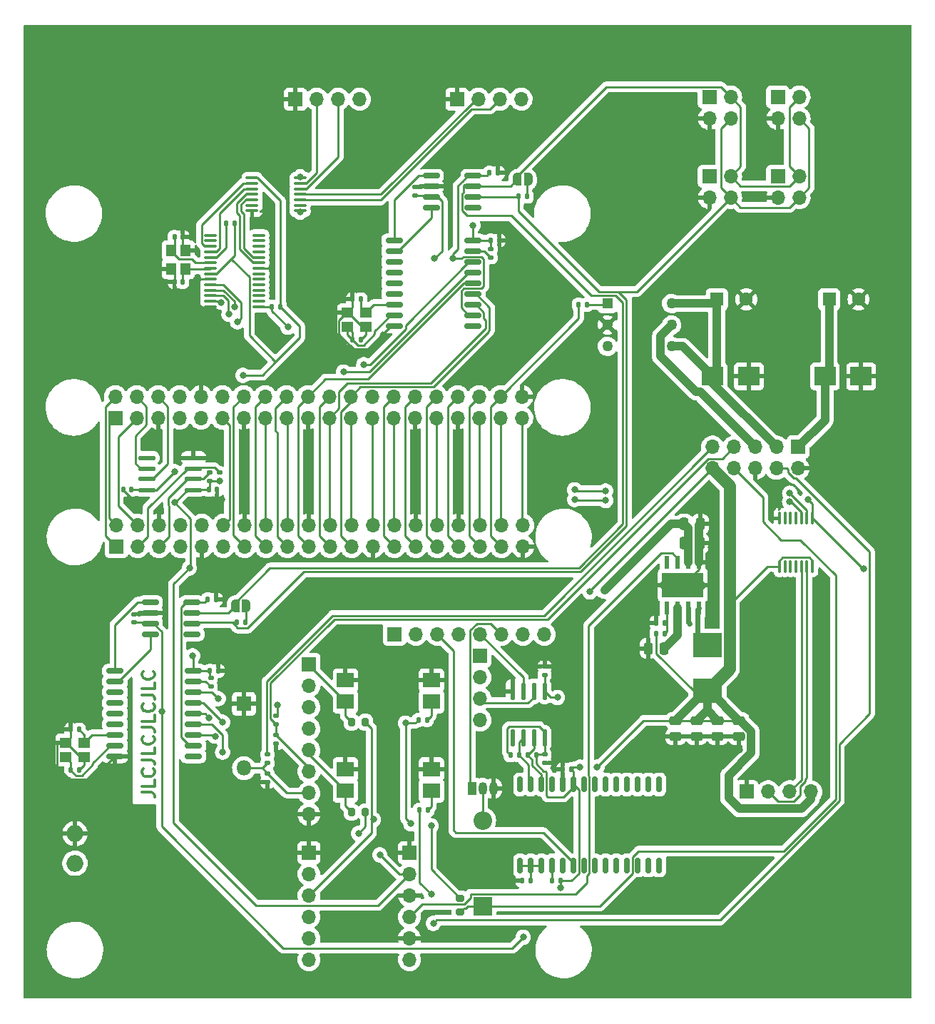
<source format=gbr>
%TF.GenerationSoftware,KiCad,Pcbnew,6.0.2+dfsg-1*%
%TF.CreationDate,2023-06-13T19:55:06-04:00*%
%TF.ProjectId,EngineData,456e6769-6e65-4446-9174-612e6b696361,rev?*%
%TF.SameCoordinates,Original*%
%TF.FileFunction,Copper,L1,Top*%
%TF.FilePolarity,Positive*%
%FSLAX46Y46*%
G04 Gerber Fmt 4.6, Leading zero omitted, Abs format (unit mm)*
G04 Created by KiCad (PCBNEW 6.0.2+dfsg-1) date 2023-06-13 19:55:06*
%MOMM*%
%LPD*%
G01*
G04 APERTURE LIST*
G04 Aperture macros list*
%AMRoundRect*
0 Rectangle with rounded corners*
0 $1 Rounding radius*
0 $2 $3 $4 $5 $6 $7 $8 $9 X,Y pos of 4 corners*
0 Add a 4 corners polygon primitive as box body*
4,1,4,$2,$3,$4,$5,$6,$7,$8,$9,$2,$3,0*
0 Add four circle primitives for the rounded corners*
1,1,$1+$1,$2,$3*
1,1,$1+$1,$4,$5*
1,1,$1+$1,$6,$7*
1,1,$1+$1,$8,$9*
0 Add four rect primitives between the rounded corners*
20,1,$1+$1,$2,$3,$4,$5,0*
20,1,$1+$1,$4,$5,$6,$7,0*
20,1,$1+$1,$6,$7,$8,$9,0*
20,1,$1+$1,$8,$9,$2,$3,0*%
%AMFreePoly0*
4,1,22,0.500000,-0.750000,0.000000,-0.750000,0.000000,-0.745033,-0.079941,-0.743568,-0.215256,-0.701293,-0.333266,-0.622738,-0.424486,-0.514219,-0.481581,-0.384460,-0.499164,-0.250000,-0.500000,-0.250000,-0.500000,0.250000,-0.499164,0.250000,-0.499963,0.256109,-0.478152,0.396186,-0.417904,0.524511,-0.324060,0.630769,-0.204165,0.706417,-0.067858,0.745374,0.000000,0.744959,0.000000,0.750000,
0.500000,0.750000,0.500000,-0.750000,0.500000,-0.750000,$1*%
%AMFreePoly1*
4,1,20,0.000000,0.744959,0.073905,0.744508,0.209726,0.703889,0.328688,0.626782,0.421226,0.519385,0.479903,0.390333,0.500000,0.250000,0.500000,-0.250000,0.499851,-0.262216,0.476331,-0.402017,0.414519,-0.529596,0.319384,-0.634700,0.198574,-0.708877,0.061801,-0.746166,0.000000,-0.745033,0.000000,-0.750000,-0.500000,-0.750000,-0.500000,0.750000,0.000000,0.750000,0.000000,0.744959,
0.000000,0.744959,$1*%
G04 Aperture macros list end*
%ADD10C,0.300000*%
%TA.AperFunction,NonConductor*%
%ADD11C,0.300000*%
%TD*%
%TA.AperFunction,SMDPad,CuDef*%
%ADD12R,1.999996X1.799996*%
%TD*%
%TA.AperFunction,SMDPad,CuDef*%
%ADD13RoundRect,0.135000X-0.135000X-0.185000X0.135000X-0.185000X0.135000X0.185000X-0.135000X0.185000X0*%
%TD*%
%TA.AperFunction,ComponentPad*%
%ADD14R,1.800000X1.800000*%
%TD*%
%TA.AperFunction,ComponentPad*%
%ADD15O,1.800000X1.800000*%
%TD*%
%TA.AperFunction,SMDPad,CuDef*%
%ADD16RoundRect,0.140000X0.140000X0.170000X-0.140000X0.170000X-0.140000X-0.170000X0.140000X-0.170000X0*%
%TD*%
%TA.AperFunction,SMDPad,CuDef*%
%ADD17O,0.590000X2.050000*%
%TD*%
%TA.AperFunction,SMDPad,CuDef*%
%ADD18R,1.200000X1.400000*%
%TD*%
%TA.AperFunction,SMDPad,CuDef*%
%ADD19RoundRect,0.135000X0.135000X0.185000X-0.135000X0.185000X-0.135000X-0.185000X0.135000X-0.185000X0*%
%TD*%
%TA.AperFunction,ComponentPad*%
%ADD20R,1.700000X1.700000*%
%TD*%
%TA.AperFunction,ComponentPad*%
%ADD21O,1.700000X1.700000*%
%TD*%
%TA.AperFunction,SMDPad,CuDef*%
%ADD22O,2.050000X0.590000*%
%TD*%
%TA.AperFunction,SMDPad,CuDef*%
%ADD23RoundRect,0.140000X-0.140000X-0.170000X0.140000X-0.170000X0.140000X0.170000X-0.140000X0.170000X0*%
%TD*%
%TA.AperFunction,SMDPad,CuDef*%
%ADD24RoundRect,0.135000X-0.185000X0.135000X-0.185000X-0.135000X0.185000X-0.135000X0.185000X0.135000X0*%
%TD*%
%TA.AperFunction,SMDPad,CuDef*%
%ADD25RoundRect,0.135000X0.185000X-0.135000X0.185000X0.135000X-0.185000X0.135000X-0.185000X-0.135000X0*%
%TD*%
%TA.AperFunction,SMDPad,CuDef*%
%ADD26RoundRect,0.250000X-0.475000X0.250000X-0.475000X-0.250000X0.475000X-0.250000X0.475000X0.250000X0*%
%TD*%
%TA.AperFunction,SMDPad,CuDef*%
%ADD27RoundRect,0.140000X0.170000X-0.140000X0.170000X0.140000X-0.170000X0.140000X-0.170000X-0.140000X0*%
%TD*%
%TA.AperFunction,SMDPad,CuDef*%
%ADD28RoundRect,0.140000X-0.170000X0.140000X-0.170000X-0.140000X0.170000X-0.140000X0.170000X0.140000X0*%
%TD*%
%TA.AperFunction,SMDPad,CuDef*%
%ADD29R,2.500000X2.300000*%
%TD*%
%TA.AperFunction,SMDPad,CuDef*%
%ADD30RoundRect,0.250000X-0.250000X-0.475000X0.250000X-0.475000X0.250000X0.475000X-0.250000X0.475000X0*%
%TD*%
%TA.AperFunction,SMDPad,CuDef*%
%ADD31RoundRect,0.150000X-0.825000X-0.150000X0.825000X-0.150000X0.825000X0.150000X-0.825000X0.150000X0*%
%TD*%
%TA.AperFunction,SMDPad,CuDef*%
%ADD32FreePoly0,0.000000*%
%TD*%
%TA.AperFunction,SMDPad,CuDef*%
%ADD33FreePoly1,0.000000*%
%TD*%
%TA.AperFunction,SMDPad,CuDef*%
%ADD34RoundRect,0.100000X-0.100000X0.637500X-0.100000X-0.637500X0.100000X-0.637500X0.100000X0.637500X0*%
%TD*%
%TA.AperFunction,SMDPad,CuDef*%
%ADD35R,1.400000X1.200000*%
%TD*%
%TA.AperFunction,SMDPad,CuDef*%
%ADD36R,3.500000X2.950000*%
%TD*%
%TA.AperFunction,SMDPad,CuDef*%
%ADD37RoundRect,0.200000X-0.200000X-0.275000X0.200000X-0.275000X0.200000X0.275000X-0.200000X0.275000X0*%
%TD*%
%TA.AperFunction,SMDPad,CuDef*%
%ADD38R,0.600000X1.550000*%
%TD*%
%TA.AperFunction,SMDPad,CuDef*%
%ADD39R,4.900000X2.950000*%
%TD*%
%TA.AperFunction,ComponentPad*%
%ADD40C,0.600000*%
%TD*%
%TA.AperFunction,ComponentPad*%
%ADD41R,1.600000X1.600000*%
%TD*%
%TA.AperFunction,ComponentPad*%
%ADD42C,1.600000*%
%TD*%
%TA.AperFunction,SMDPad,CuDef*%
%ADD43RoundRect,0.150000X-0.875000X-0.150000X0.875000X-0.150000X0.875000X0.150000X-0.875000X0.150000X0*%
%TD*%
%TA.AperFunction,SMDPad,CuDef*%
%ADD44RoundRect,0.150000X-0.150000X0.750000X-0.150000X-0.750000X0.150000X-0.750000X0.150000X0.750000X0*%
%TD*%
%TA.AperFunction,SMDPad,CuDef*%
%ADD45RoundRect,0.100000X-0.637500X-0.100000X0.637500X-0.100000X0.637500X0.100000X-0.637500X0.100000X0*%
%TD*%
%TA.AperFunction,SMDPad,CuDef*%
%ADD46RoundRect,0.250000X0.250000X0.475000X-0.250000X0.475000X-0.250000X-0.475000X0.250000X-0.475000X0*%
%TD*%
%TA.AperFunction,ComponentPad*%
%ADD47R,1.260000X1.260000*%
%TD*%
%TA.AperFunction,ComponentPad*%
%ADD48C,1.260000*%
%TD*%
%TA.AperFunction,ComponentPad*%
%ADD49O,2.000000X2.000000*%
%TD*%
%TA.AperFunction,ComponentPad*%
%ADD50R,1.050000X1.500000*%
%TD*%
%TA.AperFunction,ComponentPad*%
%ADD51O,1.050000X1.500000*%
%TD*%
%TA.AperFunction,SMDPad,CuDef*%
%ADD52RoundRect,0.200000X0.275000X-0.200000X0.275000X0.200000X-0.275000X0.200000X-0.275000X-0.200000X0*%
%TD*%
%TA.AperFunction,ComponentPad*%
%ADD53R,2.200000X2.200000*%
%TD*%
%TA.AperFunction,ComponentPad*%
%ADD54O,2.200000X2.200000*%
%TD*%
%TA.AperFunction,ViaPad*%
%ADD55C,0.800000*%
%TD*%
%TA.AperFunction,Conductor*%
%ADD56C,0.250000*%
%TD*%
%TA.AperFunction,Conductor*%
%ADD57C,0.600000*%
%TD*%
%TA.AperFunction,Conductor*%
%ADD58C,1.000000*%
%TD*%
%TA.AperFunction,Conductor*%
%ADD59C,1.400000*%
%TD*%
G04 APERTURE END LIST*
D10*
D11*
X104842571Y-132912571D02*
X105914000Y-132912571D01*
X106128285Y-132984000D01*
X106271142Y-133126857D01*
X106342571Y-133341142D01*
X106342571Y-133484000D01*
X106342571Y-131484000D02*
X106342571Y-132198285D01*
X104842571Y-132198285D01*
X106199714Y-130126857D02*
X106271142Y-130198285D01*
X106342571Y-130412571D01*
X106342571Y-130555428D01*
X106271142Y-130769714D01*
X106128285Y-130912571D01*
X105985428Y-130984000D01*
X105699714Y-131055428D01*
X105485428Y-131055428D01*
X105199714Y-130984000D01*
X105056857Y-130912571D01*
X104914000Y-130769714D01*
X104842571Y-130555428D01*
X104842571Y-130412571D01*
X104914000Y-130198285D01*
X104985428Y-130126857D01*
X104842571Y-129055428D02*
X105914000Y-129055428D01*
X106128285Y-129126857D01*
X106271142Y-129269714D01*
X106342571Y-129484000D01*
X106342571Y-129626857D01*
X106342571Y-127626857D02*
X106342571Y-128341142D01*
X104842571Y-128341142D01*
X106199714Y-126269714D02*
X106271142Y-126341142D01*
X106342571Y-126555428D01*
X106342571Y-126698285D01*
X106271142Y-126912571D01*
X106128285Y-127055428D01*
X105985428Y-127126857D01*
X105699714Y-127198285D01*
X105485428Y-127198285D01*
X105199714Y-127126857D01*
X105056857Y-127055428D01*
X104914000Y-126912571D01*
X104842571Y-126698285D01*
X104842571Y-126555428D01*
X104914000Y-126341142D01*
X104985428Y-126269714D01*
X104842571Y-125198285D02*
X105914000Y-125198285D01*
X106128285Y-125269714D01*
X106271142Y-125412571D01*
X106342571Y-125626857D01*
X106342571Y-125769714D01*
X106342571Y-123769714D02*
X106342571Y-124484000D01*
X104842571Y-124484000D01*
X106199714Y-122412571D02*
X106271142Y-122484000D01*
X106342571Y-122698285D01*
X106342571Y-122841142D01*
X106271142Y-123055428D01*
X106128285Y-123198285D01*
X105985428Y-123269714D01*
X105699714Y-123341142D01*
X105485428Y-123341142D01*
X105199714Y-123269714D01*
X105056857Y-123198285D01*
X104914000Y-123055428D01*
X104842571Y-122841142D01*
X104842571Y-122698285D01*
X104914000Y-122484000D01*
X104985428Y-122412571D01*
X104842571Y-121341142D02*
X105914000Y-121341142D01*
X106128285Y-121412571D01*
X106271142Y-121555428D01*
X106342571Y-121769714D01*
X106342571Y-121912571D01*
X106342571Y-119912571D02*
X106342571Y-120626857D01*
X104842571Y-120626857D01*
X106199714Y-118555428D02*
X106271142Y-118626857D01*
X106342571Y-118841142D01*
X106342571Y-118984000D01*
X106271142Y-119198285D01*
X106128285Y-119341142D01*
X105985428Y-119412571D01*
X105699714Y-119484000D01*
X105485428Y-119484000D01*
X105199714Y-119412571D01*
X105056857Y-119341142D01*
X104914000Y-119198285D01*
X104842571Y-118984000D01*
X104842571Y-118841142D01*
X104914000Y-118626857D01*
X104985428Y-118555428D01*
D12*
%TO.P,U9,1*%
%TO.N,Net-(R9-Pad1)*%
X139212091Y-122173898D03*
%TO.P,U9,2*%
%TO.N,GND*%
X139212091Y-119633899D03*
%TO.P,U9,3*%
X129011960Y-119633899D03*
%TO.P,U9,4*%
%TO.N,/PB1_9*%
X129011960Y-122173898D03*
%TD*%
%TO.P,U2,1*%
%TO.N,Net-(R7-Pad1)*%
X139212091Y-132714898D03*
%TO.P,U2,2*%
%TO.N,GND*%
X139212091Y-130174899D03*
%TO.P,U2,3*%
X129011960Y-130174899D03*
%TO.P,U2,4*%
%TO.N,/PD2_2*%
X129011960Y-132714898D03*
%TD*%
D13*
%TO.P,R17,1*%
%TO.N,/MCP2515 w|trans1/EN_TX*%
X112647000Y-110038000D03*
%TO.P,R17,2*%
%TO.N,GND*%
X113667000Y-110038000D03*
%TD*%
D14*
%TO.P,D3,1,K*%
%TO.N,GND*%
X116967000Y-122428000D03*
D15*
%TO.P,D3,2,A*%
%TO.N,/PC1_A1*%
X116967000Y-130048000D03*
%TD*%
D16*
%TO.P,C4,1*%
%TO.N,GND*%
X147236000Y-67437000D03*
%TO.P,C4,2*%
%TO.N,E_3V3*%
X146276000Y-67437000D03*
%TD*%
D17*
%TO.P,U10,1,VCCA*%
%TO.N,3V3*%
X152659000Y-120928000D03*
%TO.P,U10,2,SCLA*%
%TO.N,/S_SCL*%
X151379000Y-120928000D03*
%TO.P,U10,3,SDAA*%
%TO.N,/S_SDA*%
X150119000Y-120928000D03*
%TO.P,U10,4,GND*%
%TO.N,GND*%
X148849000Y-120928000D03*
%TO.P,U10,5,EN*%
%TO.N,unconnected-(U10-Pad5)*%
X148849000Y-126468000D03*
%TO.P,U10,6,SDAB*%
%TO.N,/IO Expander/SDA*%
X150119000Y-126468000D03*
%TO.P,U10,7,SCLB*%
%TO.N,/IO Expander/SCL*%
X151379000Y-126468000D03*
%TO.P,U10,8,VCCB*%
%TO.N,VCC*%
X152659000Y-126468000D03*
%TD*%
D18*
%TO.P,Y3,1,1*%
%TO.N,Net-(C18-Pad2)*%
X110014000Y-70823000D03*
%TO.P,Y3,2,2*%
%TO.N,GND*%
X110014000Y-68623000D03*
%TO.P,Y3,3,3*%
%TO.N,Net-(C17-Pad1)*%
X108314000Y-68623000D03*
%TO.P,Y3,4,4*%
%TO.N,GND*%
X108314000Y-70823000D03*
%TD*%
D19*
%TO.P,R22,1*%
%TO.N,/IO Expander/SDA*%
X149608000Y-128524000D03*
%TO.P,R22,2*%
%TO.N,VCC*%
X148588000Y-128524000D03*
%TD*%
D16*
%TO.P,C14,1*%
%TO.N,GND*%
X113891000Y-118491000D03*
%TO.P,C14,2*%
%TO.N,E_3V3*%
X112931000Y-118491000D03*
%TD*%
D20*
%TO.P,J11,1,Pin_1*%
%TO.N,/VBAT*%
X180335000Y-59812000D03*
D21*
%TO.P,J11,2,Pin_2*%
%TO.N,/CAN_H*%
X182875000Y-59812000D03*
%TO.P,J11,3,Pin_3*%
%TO.N,GND*%
X180335000Y-62352000D03*
%TO.P,J11,4,Pin_4*%
%TO.N,/CAN_L*%
X182875000Y-62352000D03*
%TD*%
D22*
%TO.P,U8,1,VCCA*%
%TO.N,E_3V3*%
X110974000Y-97033000D03*
%TO.P,U8,2,SCLA*%
%TO.N,/SH_SCL*%
X110974000Y-95753000D03*
%TO.P,U8,3,SDAA*%
%TO.N,/SH_SDA*%
X110974000Y-94493000D03*
%TO.P,U8,4,GND*%
%TO.N,GND*%
X110974000Y-93223000D03*
%TO.P,U8,5,EN*%
%TO.N,unconnected-(U8-Pad5)*%
X105434000Y-93223000D03*
%TO.P,U8,6,SDAB*%
%TO.N,/Pi_SDA*%
X105434000Y-94493000D03*
%TO.P,U8,7,SCLB*%
%TO.N,/PI_SCL*%
X105434000Y-95753000D03*
%TO.P,U8,8,VCCB*%
%TO.N,E_3V3*%
X105434000Y-97033000D03*
%TD*%
D23*
%TO.P,C3,1*%
%TO.N,GND*%
X102644000Y-97028000D03*
%TO.P,C3,2*%
%TO.N,E_3V3*%
X103604000Y-97028000D03*
%TD*%
D24*
%TO.P,R3,1*%
%TO.N,/OIL_P*%
X119761000Y-128427000D03*
%TO.P,R3,2*%
%TO.N,/PC1_A1*%
X119761000Y-129447000D03*
%TD*%
D20*
%TO.P,J13,1,Pin_1*%
%TO.N,/VBAT*%
X180335000Y-50409000D03*
D21*
%TO.P,J13,2,Pin_2*%
%TO.N,/CAN_H*%
X182875000Y-50409000D03*
%TO.P,J13,3,Pin_3*%
%TO.N,GND*%
X180335000Y-52949000D03*
%TO.P,J13,4,Pin_4*%
%TO.N,/CAN_L*%
X182875000Y-52949000D03*
%TD*%
D25*
%TO.P,R19,1*%
%TO.N,E_3V3*%
X114046000Y-96014000D03*
%TO.P,R19,2*%
%TO.N,/SH_SDA*%
X114046000Y-94994000D03*
%TD*%
D26*
%TO.P,Cout2,1*%
%TO.N,VCC*%
X170714668Y-124402000D03*
%TO.P,Cout2,2*%
%TO.N,GND*%
X170714668Y-126302000D03*
%TD*%
D27*
%TO.P,C2,1*%
%TO.N,VCC*%
X137287000Y-62075000D03*
%TO.P,C2,2*%
%TO.N,GND*%
X137287000Y-61115000D03*
%TD*%
D16*
%TO.P,C7,1*%
%TO.N,VCC*%
X155801000Y-130175000D03*
%TO.P,C7,2*%
%TO.N,GND*%
X154841000Y-130175000D03*
%TD*%
D28*
%TO.P,C11,1*%
%TO.N,GND*%
X152654000Y-118011000D03*
%TO.P,C11,2*%
%TO.N,3V3*%
X152654000Y-118971000D03*
%TD*%
D25*
%TO.P,R20,1*%
%TO.N,E_3V3*%
X112903000Y-96014000D03*
%TO.P,R20,2*%
%TO.N,/SH_SCL*%
X112903000Y-94994000D03*
%TD*%
D29*
%TO.P,D4,1,A1*%
%TO.N,/VBAT*%
X185937000Y-83566000D03*
%TO.P,D4,2,A2*%
%TO.N,GND*%
X190237000Y-83566000D03*
%TD*%
D30*
%TO.P,C9,1*%
%TO.N,GND*%
X164938668Y-115835000D03*
%TO.P,C9,2*%
%TO.N,Net-(C9-Pad2)*%
X166838668Y-115835000D03*
%TD*%
D31*
%TO.P,U4,1,TXD*%
%TO.N,/MCP2515 w|trans/TXCAN*%
X139201000Y-59743000D03*
%TO.P,U4,2,GND*%
%TO.N,GND*%
X139201000Y-61013000D03*
%TO.P,U4,3,VCC*%
%TO.N,VCC*%
X139201000Y-62283000D03*
%TO.P,U4,4,RXD*%
%TO.N,/MCP2515 w|trans/RXCAN*%
X139201000Y-63553000D03*
%TO.P,U4,5,n.c.*%
%TO.N,unconnected-(U4-Pad5)*%
X144151000Y-63553000D03*
%TO.P,U4,6,CANL*%
%TO.N,/CAN_L*%
X144151000Y-62283000D03*
%TO.P,U4,7,CANH*%
%TO.N,/CAN_H*%
X144151000Y-61013000D03*
%TO.P,U4,8,S*%
%TO.N,VCC*%
X144151000Y-59743000D03*
%TD*%
D32*
%TO.P,JP2,1,A*%
%TO.N,/CAN_H*%
X115936000Y-110818000D03*
D33*
%TO.P,JP2,2,B*%
%TO.N,Net-(JP2-Pad2)*%
X117236000Y-110818000D03*
%TD*%
D20*
%TO.P,J9,1,Pin_1*%
%TO.N,GND*%
X136618000Y-140081000D03*
D21*
%TO.P,J9,2,Pin_2*%
%TO.N,E_3V3*%
X136618000Y-142621000D03*
%TO.P,J9,3,Pin_3*%
%TO.N,GND*%
X136618000Y-145161000D03*
%TO.P,J9,4,Pin_4*%
%TO.N,E_5V*%
X136618000Y-147701000D03*
%TO.P,J9,5,Pin_5*%
%TO.N,GND*%
X136618000Y-150241000D03*
%TO.P,J9,6,Pin_6*%
%TO.N,E_VIN*%
X136618000Y-152781000D03*
%TD*%
D20*
%TO.P,J5,1,Pin_1*%
%TO.N,/PD5_5*%
X134835000Y-114173000D03*
D21*
%TO.P,J5,2,Pin_2*%
%TO.N,/PD6_6*%
X137375000Y-114173000D03*
%TO.P,J5,3,Pin_3*%
%TO.N,/PB0_8*%
X139915000Y-114173000D03*
%TO.P,J5,4,Pin_4*%
%TO.N,/PD7_7*%
X142455000Y-114173000D03*
%TO.P,J5,5,Pin_5*%
%TO.N,/S_SDA*%
X144995000Y-114173000D03*
%TO.P,J5,6,Pin_6*%
%TO.N,/PD3_3*%
X147535000Y-114173000D03*
%TO.P,J5,7,Pin_7*%
%TO.N,/PC3_A3*%
X150075000Y-114173000D03*
%TO.P,J5,8,Pin_8*%
%TO.N,/S_SCK*%
X152615000Y-114173000D03*
%TD*%
D32*
%TO.P,JP1,1,A*%
%TO.N,/CAN_H*%
X149408000Y-60198000D03*
D33*
%TO.P,JP1,2,B*%
%TO.N,Net-(JP1-Pad2)*%
X150708000Y-60198000D03*
%TD*%
D19*
%TO.P,Rfbt1,1*%
%TO.N,Net-(Rfbb1-Pad1)*%
X166906668Y-114057000D03*
%TO.P,Rfbt1,2*%
%TO.N,VCC*%
X165886668Y-114057000D03*
%TD*%
D34*
%TO.P,U3,1,VCCA*%
%TO.N,E_3V3*%
X184449000Y-100398500D03*
%TO.P,U3,2,A1*%
%TO.N,/GE4*%
X183799000Y-100398500D03*
%TO.P,U3,3,A2*%
%TO.N,/GE5*%
X183149000Y-100398500D03*
%TO.P,U3,4,A3*%
%TO.N,unconnected-(U3-Pad4)*%
X182499000Y-100398500D03*
%TO.P,U3,5,A4*%
%TO.N,unconnected-(U3-Pad5)*%
X181849000Y-100398500D03*
%TO.P,U3,6,NC*%
%TO.N,unconnected-(U3-Pad6)*%
X181199000Y-100398500D03*
%TO.P,U3,7,GND*%
%TO.N,GND*%
X180549000Y-100398500D03*
%TO.P,U3,8,OE*%
%TO.N,VCC*%
X180549000Y-106123500D03*
%TO.P,U3,9,NC*%
%TO.N,unconnected-(U3-Pad9)*%
X181199000Y-106123500D03*
%TO.P,U3,10,B4*%
%TO.N,unconnected-(U3-Pad10)*%
X181849000Y-106123500D03*
%TO.P,U3,11,B3*%
%TO.N,unconnected-(U3-Pad11)*%
X182499000Y-106123500D03*
%TO.P,U3,12,B2*%
%TO.N,Net-(J2-Pad3)*%
X183149000Y-106123500D03*
%TO.P,U3,13,B1*%
%TO.N,Net-(J2-Pad2)*%
X183799000Y-106123500D03*
%TO.P,U3,14,VCCB*%
%TO.N,VCC*%
X184449000Y-106123500D03*
%TD*%
D24*
%TO.P,R4,1*%
%TO.N,/PC1_A1*%
X119761000Y-130681000D03*
%TO.P,R4,2*%
%TO.N,GND*%
X119761000Y-131701000D03*
%TD*%
D20*
%TO.P,J3,1,Pin_1*%
%TO.N,/GO1*%
X101820000Y-103764000D03*
D21*
%TO.P,J3,2,Pin_2*%
%TO.N,/GE1*%
X101820000Y-101224000D03*
%TO.P,J3,3,Pin_3*%
%TO.N,/SH_SDA*%
X104360000Y-103764000D03*
%TO.P,J3,4,Pin_4*%
%TO.N,/GE2*%
X104360000Y-101224000D03*
%TO.P,J3,5,Pin_5*%
%TO.N,/SH_SCL*%
X106900000Y-103764000D03*
%TO.P,J3,6,Pin_6*%
%TO.N,GND*%
X106900000Y-101224000D03*
%TO.P,J3,7,Pin_7*%
%TO.N,/GO4*%
X109440000Y-103764000D03*
%TO.P,J3,8,Pin_8*%
%TO.N,/GE4*%
X109440000Y-101224000D03*
%TO.P,J3,9,Pin_9*%
%TO.N,GND*%
X111980000Y-103764000D03*
%TO.P,J3,10,Pin_10*%
%TO.N,/GE5*%
X111980000Y-101224000D03*
%TO.P,J3,11,Pin_11*%
%TO.N,/GO6*%
X114520000Y-103764000D03*
%TO.P,J3,12,Pin_12*%
%TO.N,/GE6*%
X114520000Y-101224000D03*
%TO.P,J3,13,Pin_13*%
%TO.N,/GO7*%
X117060000Y-103764000D03*
%TO.P,J3,14,Pin_14*%
%TO.N,GND*%
X117060000Y-101224000D03*
%TO.P,J3,15,Pin_15*%
%TO.N,/GO8*%
X119600000Y-103764000D03*
%TO.P,J3,16,Pin_16*%
%TO.N,/GE8*%
X119600000Y-101224000D03*
%TO.P,J3,17,Pin_17*%
%TO.N,/GO9*%
X122140000Y-103764000D03*
%TO.P,J3,18,Pin_18*%
%TO.N,/GE9*%
X122140000Y-101224000D03*
%TO.P,J3,19,Pin_19*%
%TO.N,/GO10*%
X124680000Y-103764000D03*
%TO.P,J3,20,Pin_20*%
%TO.N,GND*%
X124680000Y-101224000D03*
%TO.P,J3,21,Pin_21*%
%TO.N,/GO11*%
X127220000Y-103764000D03*
%TO.P,J3,22,Pin_22*%
%TO.N,/GE11*%
X127220000Y-101224000D03*
%TO.P,J3,23,Pin_23*%
%TO.N,/GO12*%
X129760000Y-103764000D03*
%TO.P,J3,24,Pin_24*%
%TO.N,/GE12*%
X129760000Y-101224000D03*
%TO.P,J3,25,Pin_25*%
%TO.N,GND*%
X132300000Y-103764000D03*
%TO.P,J3,26,Pin_26*%
%TO.N,/GE13*%
X132300000Y-101224000D03*
%TO.P,J3,27,Pin_27*%
%TO.N,/GO14*%
X134840000Y-103764000D03*
%TO.P,J3,28,Pin_28*%
%TO.N,/GE14*%
X134840000Y-101224000D03*
%TO.P,J3,29,Pin_29*%
%TO.N,/GO15*%
X137380000Y-103764000D03*
%TO.P,J3,30,Pin_30*%
%TO.N,GND*%
X137380000Y-101224000D03*
%TO.P,J3,31,Pin_31*%
%TO.N,/GO16*%
X139920000Y-103764000D03*
%TO.P,J3,32,Pin_32*%
%TO.N,/GE16*%
X139920000Y-101224000D03*
%TO.P,J3,33,Pin_33*%
%TO.N,/GO17*%
X142460000Y-103764000D03*
%TO.P,J3,34,Pin_34*%
%TO.N,GND*%
X142460000Y-101224000D03*
%TO.P,J3,35,Pin_35*%
%TO.N,/GO18*%
X145000000Y-103764000D03*
%TO.P,J3,36,Pin_36*%
%TO.N,/GE18*%
X145000000Y-101224000D03*
%TO.P,J3,37,Pin_37*%
%TO.N,/GO19*%
X147540000Y-103764000D03*
%TO.P,J3,38,Pin_38*%
%TO.N,/GE19*%
X147540000Y-101224000D03*
%TO.P,J3,39,Pin_39*%
%TO.N,GND*%
X150080000Y-103764000D03*
%TO.P,J3,40,Pin_40*%
%TO.N,/GE20*%
X150080000Y-101224000D03*
%TD*%
D13*
%TO.P,R12,1*%
%TO.N,VCC*%
X146119000Y-59418000D03*
%TO.P,R12,2*%
%TO.N,GND*%
X147139000Y-59418000D03*
%TD*%
D20*
%TO.P,J14,1,Pin_1*%
%TO.N,/VSW*%
X172207000Y-50409000D03*
D21*
%TO.P,J14,2,Pin_2*%
%TO.N,/CAN_H*%
X174747000Y-50409000D03*
%TO.P,J14,3,Pin_3*%
%TO.N,GND*%
X172207000Y-52949000D03*
%TO.P,J14,4,Pin_4*%
%TO.N,/CAN_L*%
X174747000Y-52949000D03*
%TD*%
D20*
%TO.P,J6,1,Pin_1*%
%TO.N,/TXD_1*%
X144995000Y-116713000D03*
D21*
%TO.P,J6,2,Pin_2*%
%TO.N,/RXD_0*%
X144995000Y-119253000D03*
%TO.P,J6,3,Pin_3*%
%TO.N,/S_SCL*%
X144995000Y-121793000D03*
%TO.P,J6,4,Pin_4*%
%TO.N,/S_AREF*%
X144995000Y-124333000D03*
%TD*%
D35*
%TO.P,Y2,1,1*%
%TO.N,Net-(C15-Pad2)*%
X95801000Y-128739000D03*
%TO.P,Y2,2,2*%
%TO.N,GND*%
X98001000Y-128739000D03*
%TO.P,Y2,3,3*%
%TO.N,Net-(C16-Pad2)*%
X98001000Y-127039000D03*
%TO.P,Y2,4,4*%
%TO.N,GND*%
X95801000Y-127039000D03*
%TD*%
D20*
%TO.P,J16,1,Pin_1*%
%TO.N,GND*%
X142250000Y-50673000D03*
D21*
%TO.P,J16,2,Pin_2*%
%TO.N,Net-(J16-Pad2)*%
X144790000Y-50673000D03*
%TO.P,J16,3,Pin_3*%
%TO.N,Net-(J16-Pad3)*%
X147330000Y-50673000D03*
%TO.P,J16,4,Pin_4*%
%TO.N,VCC*%
X149870000Y-50673000D03*
%TD*%
D29*
%TO.P,D1,1,A1*%
%TO.N,/VSW*%
X172602000Y-83566000D03*
%TO.P,D1,2,A2*%
%TO.N,GND*%
X176902000Y-83566000D03*
%TD*%
D36*
%TO.P,L1,1*%
%TO.N,Net-(Cboot1-Pad2)*%
X171984668Y-115454000D03*
%TO.P,L1,2*%
%TO.N,VCC*%
X171984668Y-120904000D03*
%TD*%
D13*
%TO.P,R21,1*%
%TO.N,/IO Expander/SCL*%
X150620000Y-128524000D03*
%TO.P,R21,2*%
%TO.N,VCC*%
X151640000Y-128524000D03*
%TD*%
D26*
%TO.P,Cout1,1*%
%TO.N,VCC*%
X168217000Y-124402000D03*
%TO.P,Cout1,2*%
%TO.N,GND*%
X168217000Y-126302000D03*
%TD*%
D23*
%TO.P,C17,1*%
%TO.N,Net-(C17-Pad1)*%
X108712000Y-67019500D03*
%TO.P,C17,2*%
%TO.N,GND*%
X109672000Y-67019500D03*
%TD*%
D37*
%TO.P,R10,1*%
%TO.N,/PB1_9*%
X129731000Y-124587000D03*
%TO.P,R10,2*%
%TO.N,3V3*%
X131381000Y-124587000D03*
%TD*%
D16*
%TO.P,C1,1*%
%TO.N,GND*%
X113764000Y-97028000D03*
%TO.P,C1,2*%
%TO.N,E_3V3*%
X112804000Y-97028000D03*
%TD*%
D26*
%TO.P,Cout3,1*%
%TO.N,VCC*%
X173212334Y-124402000D03*
%TO.P,Cout3,2*%
%TO.N,GND*%
X173212334Y-126302000D03*
%TD*%
%TO.P,Cout4,1*%
%TO.N,VCC*%
X175710000Y-124402000D03*
%TO.P,Cout4,2*%
%TO.N,GND*%
X175710000Y-126302000D03*
%TD*%
D16*
%TO.P,C15,1*%
%TO.N,GND*%
X97381000Y-130302000D03*
%TO.P,C15,2*%
%TO.N,Net-(C15-Pad2)*%
X96421000Y-130302000D03*
%TD*%
D23*
%TO.P,Cboot1,1*%
%TO.N,Net-(Cboot1-Pad1)*%
X169853668Y-112914000D03*
%TO.P,Cboot1,2*%
%TO.N,Net-(Cboot1-Pad2)*%
X170813668Y-112914000D03*
%TD*%
D38*
%TO.P,U7,1,PGND*%
%TO.N,GND*%
X170968668Y-105642000D03*
%TO.P,U7,2,VIN*%
%TO.N,/VBAT*%
X169698668Y-105642000D03*
%TO.P,U7,3,EN*%
%TO.N,E_5V*%
X168428668Y-105642000D03*
%TO.P,U7,4,PG*%
%TO.N,unconnected-(U7-Pad4)*%
X167158668Y-105642000D03*
%TO.P,U7,5,FB*%
%TO.N,Net-(Rfbb1-Pad1)*%
X167158668Y-111042000D03*
%TO.P,U7,6,VCC*%
%TO.N,Net-(C9-Pad2)*%
X168428668Y-111042000D03*
%TO.P,U7,7,BOOT*%
%TO.N,Net-(Cboot1-Pad1)*%
X169698668Y-111042000D03*
%TO.P,U7,8,SW*%
%TO.N,Net-(Cboot1-Pad2)*%
X170968668Y-111042000D03*
D39*
%TO.P,U7,9,AGND*%
%TO.N,GND*%
X169063668Y-108342000D03*
D40*
X167113668Y-107692000D03*
X168413668Y-107692000D03*
X171013668Y-107692000D03*
X169713668Y-108992000D03*
X169713668Y-107692000D03*
X171013668Y-108992000D03*
X168413668Y-108992000D03*
X167113668Y-108992000D03*
%TD*%
D23*
%TO.P,C6,1*%
%TO.N,GND*%
X129865000Y-74422000D03*
%TO.P,C6,2*%
%TO.N,Net-(C6-Pad2)*%
X130825000Y-74422000D03*
%TD*%
D41*
%TO.P,C8,1*%
%TO.N,/VBAT*%
X186434349Y-74422000D03*
D42*
%TO.P,C8,2*%
%TO.N,GND*%
X189934349Y-74422000D03*
%TD*%
D27*
%TO.P,C13,1*%
%TO.N,VCC*%
X103886000Y-112748000D03*
%TO.P,C13,2*%
%TO.N,GND*%
X103886000Y-111788000D03*
%TD*%
D25*
%TO.P,R13,1*%
%TO.N,Net-(R13-Pad1)*%
X146248000Y-69471000D03*
%TO.P,R13,2*%
%TO.N,E_3V3*%
X146248000Y-68451000D03*
%TD*%
D43*
%TO.P,U12,1,TXCAN*%
%TO.N,/MCP2515 w|trans1/TXCAN*%
X101649000Y-118491000D03*
%TO.P,U12,2,RXCAN*%
%TO.N,/MCP2515 w|trans1/RXCAN*%
X101649000Y-119761000D03*
%TO.P,U12,3,CLKOUT/SOF*%
%TO.N,unconnected-(U12-Pad3)*%
X101649000Y-121031000D03*
%TO.P,U12,4,~{TX0RTS}*%
%TO.N,unconnected-(U12-Pad4)*%
X101649000Y-122301000D03*
%TO.P,U12,5,~{TX1RTS}*%
%TO.N,unconnected-(U12-Pad5)*%
X101649000Y-123571000D03*
%TO.P,U12,6,~{TX2RTS}*%
%TO.N,unconnected-(U12-Pad6)*%
X101649000Y-124841000D03*
%TO.P,U12,7,OSC2*%
%TO.N,Net-(C16-Pad2)*%
X101649000Y-126111000D03*
%TO.P,U12,8,OSC1*%
%TO.N,Net-(C15-Pad2)*%
X101649000Y-127381000D03*
%TO.P,U12,9,VSS*%
%TO.N,GND*%
X101649000Y-128651000D03*
%TO.P,U12,10,~{RX1BF}*%
%TO.N,unconnected-(U12-Pad10)*%
X110949000Y-128651000D03*
%TO.P,U12,11,~{RX0BF}*%
%TO.N,/MCP2515 w|trans1/EN_TX*%
X110949000Y-127381000D03*
%TO.P,U12,12,~{INT}*%
%TO.N,/PD6_6*%
X110949000Y-126111000D03*
%TO.P,U12,13,SCK*%
%TO.N,/S_SCK*%
X110949000Y-124841000D03*
%TO.P,U12,14,SI*%
%TO.N,/S_MOSI_11*%
X110949000Y-123571000D03*
%TO.P,U12,15,SO*%
%TO.N,/S_MISO_12*%
X110949000Y-122301000D03*
%TO.P,U12,16,~{CS}*%
%TO.N,/PB2_10*%
X110949000Y-121031000D03*
%TO.P,U12,17,~{RESET}*%
%TO.N,Net-(R18-Pad1)*%
X110949000Y-119761000D03*
%TO.P,U12,18,VDD*%
%TO.N,E_3V3*%
X110949000Y-118491000D03*
%TD*%
D20*
%TO.P,J8,1,Pin_1*%
%TO.N,GND*%
X124680000Y-140081000D03*
D21*
%TO.P,J8,2,Pin_2*%
%TO.N,/LCK*%
X124680000Y-142621000D03*
%TO.P,J8,3,Pin_3*%
%TO.N,3V3*%
X124680000Y-145161000D03*
%TO.P,J8,4,Pin_4*%
%TO.N,/+5v*%
X124680000Y-147701000D03*
%TO.P,J8,5,Pin_5*%
%TO.N,/DBL*%
X124680000Y-150241000D03*
%TO.P,J8,6,Pin_6*%
%TO.N,/VIN*%
X124680000Y-152781000D03*
%TD*%
D20*
%TO.P,J2,1,Pin_1*%
%TO.N,GND*%
X176667000Y-132842000D03*
D21*
%TO.P,J2,2,Pin_2*%
%TO.N,Net-(J2-Pad2)*%
X179207000Y-132842000D03*
%TO.P,J2,3,Pin_3*%
%TO.N,Net-(J2-Pad3)*%
X181747000Y-132842000D03*
%TO.P,J2,4,Pin_4*%
%TO.N,VCC*%
X184287000Y-132842000D03*
%TD*%
D16*
%TO.P,C5,1*%
%TO.N,GND*%
X130825000Y-79248000D03*
%TO.P,C5,2*%
%TO.N,Net-(C5-Pad2)*%
X129865000Y-79248000D03*
%TD*%
D41*
%TO.P,C10,1*%
%TO.N,/VSW*%
X173099349Y-74422000D03*
D42*
%TO.P,C10,2*%
%TO.N,GND*%
X176599349Y-74422000D03*
%TD*%
D13*
%TO.P,R11,1*%
%TO.N,/CAN_L*%
X149548000Y-62230000D03*
%TO.P,R11,2*%
%TO.N,Net-(JP1-Pad2)*%
X150568000Y-62230000D03*
%TD*%
D44*
%TO.P,U6,1,GPB0*%
%TO.N,unconnected-(U6-Pad1)*%
X166243000Y-131979000D03*
%TO.P,U6,2,GPB1*%
%TO.N,unconnected-(U6-Pad2)*%
X164973000Y-131979000D03*
%TO.P,U6,3,GPB2*%
%TO.N,unconnected-(U6-Pad3)*%
X163703000Y-131979000D03*
%TO.P,U6,4,GPB3*%
%TO.N,unconnected-(U6-Pad4)*%
X162433000Y-131979000D03*
%TO.P,U6,5,GPB4*%
%TO.N,unconnected-(U6-Pad5)*%
X161163000Y-131979000D03*
%TO.P,U6,6,GPB5*%
%TO.N,unconnected-(U6-Pad6)*%
X159893000Y-131979000D03*
%TO.P,U6,7,GPB6*%
%TO.N,unconnected-(U6-Pad7)*%
X158623000Y-131979000D03*
%TO.P,U6,8,GPB7*%
%TO.N,unconnected-(U6-Pad8)*%
X157353000Y-131979000D03*
%TO.P,U6,9,VDD*%
%TO.N,VCC*%
X156083000Y-131979000D03*
%TO.P,U6,10,VSS*%
%TO.N,GND*%
X154813000Y-131979000D03*
%TO.P,U6,11,NC*%
%TO.N,unconnected-(U6-Pad11)*%
X153543000Y-131979000D03*
%TO.P,U6,12,SCK*%
%TO.N,/IO Expander/SCL*%
X152273000Y-131979000D03*
%TO.P,U6,13,SDA*%
%TO.N,/IO Expander/SDA*%
X151003000Y-131979000D03*
%TO.P,U6,14,NC*%
%TO.N,unconnected-(U6-Pad14)*%
X149733000Y-131979000D03*
%TO.P,U6,15,A0*%
%TO.N,Net-(R14-Pad1)*%
X149733000Y-141579000D03*
%TO.P,U6,16,A1*%
X151003000Y-141579000D03*
%TO.P,U6,17,A2*%
X152273000Y-141579000D03*
%TO.P,U6,18,~{RESET}*%
%TO.N,Net-(R15-Pad2)*%
X153543000Y-141579000D03*
%TO.P,U6,19,INTB*%
%TO.N,unconnected-(U6-Pad19)*%
X154813000Y-141579000D03*
%TO.P,U6,20,INTA*%
%TO.N,/PB0_8*%
X156083000Y-141579000D03*
%TO.P,U6,21,GPA0*%
%TO.N,unconnected-(U6-Pad21)*%
X157353000Y-141579000D03*
%TO.P,U6,22,GPA1*%
%TO.N,unconnected-(U6-Pad22)*%
X158623000Y-141579000D03*
%TO.P,U6,23,GPA2*%
%TO.N,unconnected-(U6-Pad23)*%
X159893000Y-141579000D03*
%TO.P,U6,24,GPA3*%
%TO.N,unconnected-(U6-Pad24)*%
X161163000Y-141579000D03*
%TO.P,U6,25,GPA4*%
%TO.N,unconnected-(U6-Pad25)*%
X162433000Y-141579000D03*
%TO.P,U6,26,GPA5*%
%TO.N,unconnected-(U6-Pad26)*%
X163703000Y-141579000D03*
%TO.P,U6,27,GPA6*%
%TO.N,unconnected-(U6-Pad27)*%
X164973000Y-141579000D03*
%TO.P,U6,28,GPA7*%
%TO.N,unconnected-(U6-Pad28)*%
X166243000Y-141579000D03*
%TD*%
D20*
%TO.P,J15,1,Pin_1*%
%TO.N,GND*%
X123073000Y-50673000D03*
D21*
%TO.P,J15,2,Pin_2*%
%TO.N,Net-(J15-Pad2)*%
X125613000Y-50673000D03*
%TO.P,J15,3,Pin_3*%
%TO.N,Net-(J15-Pad3)*%
X128153000Y-50673000D03*
%TO.P,J15,4,Pin_4*%
%TO.N,VCC*%
X130693000Y-50673000D03*
%TD*%
D45*
%TO.P,U13,1,VCCA*%
%TO.N,E_3V3*%
X117914500Y-60026000D03*
%TO.P,U13,2,A1*%
%TO.N,/UARTs/TXA*%
X117914500Y-60676000D03*
%TO.P,U13,3,A2*%
%TO.N,/UARTs/RXA*%
X117914500Y-61326000D03*
%TO.P,U13,4,A3*%
%TO.N,/UARTs/TXB*%
X117914500Y-61976000D03*
%TO.P,U13,5,A4*%
%TO.N,/UARTs/RXB*%
X117914500Y-62626000D03*
%TO.P,U13,6,NC*%
%TO.N,unconnected-(U13-Pad6)*%
X117914500Y-63276000D03*
%TO.P,U13,7,GND*%
%TO.N,GND*%
X117914500Y-63926000D03*
%TO.P,U13,8,OE*%
%TO.N,VCC*%
X123639500Y-63926000D03*
%TO.P,U13,9,NC*%
%TO.N,unconnected-(U13-Pad9)*%
X123639500Y-63276000D03*
%TO.P,U13,10,B4*%
%TO.N,Net-(J16-Pad3)*%
X123639500Y-62626000D03*
%TO.P,U13,11,B3*%
%TO.N,Net-(J16-Pad2)*%
X123639500Y-61976000D03*
%TO.P,U13,12,B2*%
%TO.N,Net-(J15-Pad3)*%
X123639500Y-61326000D03*
%TO.P,U13,13,B1*%
%TO.N,Net-(J15-Pad2)*%
X123639500Y-60676000D03*
%TO.P,U13,14,VCCB*%
%TO.N,VCC*%
X123639500Y-60026000D03*
%TD*%
D23*
%TO.P,C18,1*%
%TO.N,GND*%
X108712000Y-72353500D03*
%TO.P,C18,2*%
%TO.N,Net-(C18-Pad2)*%
X109672000Y-72353500D03*
%TD*%
D46*
%TO.P,Cin1,1*%
%TO.N,GND*%
X171130000Y-101092000D03*
%TO.P,Cin1,2*%
%TO.N,/VBAT*%
X169230000Y-101092000D03*
%TD*%
D43*
%TO.P,U5,1,TXCAN*%
%TO.N,/MCP2515 w|trans/TXCAN*%
X134796000Y-67437000D03*
%TO.P,U5,2,RXCAN*%
%TO.N,/MCP2515 w|trans/RXCAN*%
X134796000Y-68707000D03*
%TO.P,U5,3,CLKOUT/SOF*%
%TO.N,unconnected-(U5-Pad3)*%
X134796000Y-69977000D03*
%TO.P,U5,4,~{TX0RTS}*%
%TO.N,unconnected-(U5-Pad4)*%
X134796000Y-71247000D03*
%TO.P,U5,5,~{TX1RTS}*%
%TO.N,unconnected-(U5-Pad5)*%
X134796000Y-72517000D03*
%TO.P,U5,6,~{TX2RTS}*%
%TO.N,unconnected-(U5-Pad6)*%
X134796000Y-73787000D03*
%TO.P,U5,7,OSC2*%
%TO.N,Net-(C6-Pad2)*%
X134796000Y-75057000D03*
%TO.P,U5,8,OSC1*%
%TO.N,Net-(C5-Pad2)*%
X134796000Y-76327000D03*
%TO.P,U5,9,VSS*%
%TO.N,GND*%
X134796000Y-77597000D03*
%TO.P,U5,10,~{RX1BF}*%
%TO.N,unconnected-(U5-Pad10)*%
X144096000Y-77597000D03*
%TO.P,U5,11,~{RX0BF}*%
%TO.N,VCC*%
X144096000Y-76327000D03*
%TO.P,U5,12,~{INT}*%
%TO.N,/GE11*%
X144096000Y-75057000D03*
%TO.P,U5,13,SCK*%
%TO.N,/GO12*%
X144096000Y-73787000D03*
%TO.P,U5,14,SI*%
%TO.N,/GO10*%
X144096000Y-72517000D03*
%TO.P,U5,15,SO*%
%TO.N,/GO11*%
X144096000Y-71247000D03*
%TO.P,U5,16,~{CS}*%
%TO.N,/GE12*%
X144096000Y-69977000D03*
%TO.P,U5,17,~{RESET}*%
%TO.N,Net-(R13-Pad1)*%
X144096000Y-68707000D03*
%TO.P,U5,18,VDD*%
%TO.N,E_3V3*%
X144096000Y-67437000D03*
%TD*%
D27*
%TO.P,C12,1*%
%TO.N,GND*%
X152654000Y-129385000D03*
%TO.P,C12,2*%
%TO.N,VCC*%
X152654000Y-128425000D03*
%TD*%
D20*
%TO.P,J10,1,Pin_1*%
%TO.N,/GE1*%
X101688000Y-88506000D03*
D21*
%TO.P,J10,2,Pin_2*%
%TO.N,/GO1*%
X101688000Y-85966000D03*
%TO.P,J10,3,Pin_3*%
%TO.N,/GE2*%
X104228000Y-88506000D03*
%TO.P,J10,4,Pin_4*%
%TO.N,/Pi_SDA*%
X104228000Y-85966000D03*
%TO.P,J10,5,Pin_5*%
%TO.N,GND*%
X106768000Y-88506000D03*
%TO.P,J10,6,Pin_6*%
%TO.N,/PI_SCL*%
X106768000Y-85966000D03*
%TO.P,J10,7,Pin_7*%
%TO.N,/GE4*%
X109308000Y-88506000D03*
%TO.P,J10,8,Pin_8*%
%TO.N,/GO4*%
X109308000Y-85966000D03*
%TO.P,J10,9,Pin_9*%
%TO.N,/GE5*%
X111848000Y-88506000D03*
%TO.P,J10,10,Pin_10*%
%TO.N,GND*%
X111848000Y-85966000D03*
%TO.P,J10,11,Pin_11*%
%TO.N,/GE6*%
X114388000Y-88506000D03*
%TO.P,J10,12,Pin_12*%
%TO.N,/GO6*%
X114388000Y-85966000D03*
%TO.P,J10,13,Pin_13*%
%TO.N,GND*%
X116928000Y-88506000D03*
%TO.P,J10,14,Pin_14*%
%TO.N,/GO7*%
X116928000Y-85966000D03*
%TO.P,J10,15,Pin_15*%
%TO.N,/GE8*%
X119468000Y-88506000D03*
%TO.P,J10,16,Pin_16*%
%TO.N,/GO8*%
X119468000Y-85966000D03*
%TO.P,J10,17,Pin_17*%
%TO.N,/GE9*%
X122008000Y-88506000D03*
%TO.P,J10,18,Pin_18*%
%TO.N,/GO9*%
X122008000Y-85966000D03*
%TO.P,J10,19,Pin_19*%
%TO.N,GND*%
X124548000Y-88506000D03*
%TO.P,J10,20,Pin_20*%
%TO.N,/GO10*%
X124548000Y-85966000D03*
%TO.P,J10,21,Pin_21*%
%TO.N,/GE11*%
X127088000Y-88506000D03*
%TO.P,J10,22,Pin_22*%
%TO.N,/GO11*%
X127088000Y-85966000D03*
%TO.P,J10,23,Pin_23*%
%TO.N,/GE12*%
X129628000Y-88506000D03*
%TO.P,J10,24,Pin_24*%
%TO.N,/GO12*%
X129628000Y-85966000D03*
%TO.P,J10,25,Pin_25*%
%TO.N,/GE13*%
X132168000Y-88506000D03*
%TO.P,J10,26,Pin_26*%
%TO.N,GND*%
X132168000Y-85966000D03*
%TO.P,J10,27,Pin_27*%
%TO.N,/GE14*%
X134708000Y-88506000D03*
%TO.P,J10,28,Pin_28*%
%TO.N,/GO14*%
X134708000Y-85966000D03*
%TO.P,J10,29,Pin_29*%
%TO.N,GND*%
X137248000Y-88506000D03*
%TO.P,J10,30,Pin_30*%
%TO.N,/GO15*%
X137248000Y-85966000D03*
%TO.P,J10,31,Pin_31*%
%TO.N,/GE16*%
X139788000Y-88506000D03*
%TO.P,J10,32,Pin_32*%
%TO.N,/GO16*%
X139788000Y-85966000D03*
%TO.P,J10,33,Pin_33*%
%TO.N,GND*%
X142328000Y-88506000D03*
%TO.P,J10,34,Pin_34*%
%TO.N,/GO17*%
X142328000Y-85966000D03*
%TO.P,J10,35,Pin_35*%
%TO.N,/GE18*%
X144868000Y-88506000D03*
%TO.P,J10,36,Pin_36*%
%TO.N,/GO18*%
X144868000Y-85966000D03*
%TO.P,J10,37,Pin_37*%
%TO.N,/GE19*%
X147408000Y-88506000D03*
%TO.P,J10,38,Pin_38*%
%TO.N,/GO19*%
X147408000Y-85966000D03*
%TO.P,J10,39,Pin_39*%
%TO.N,/GE20*%
X149948000Y-88506000D03*
%TO.P,J10,40,Pin_40*%
%TO.N,GND*%
X149948000Y-85966000D03*
%TD*%
D13*
%TO.P,R16,1*%
%TO.N,/CAN_L*%
X116076000Y-112776000D03*
%TO.P,R16,2*%
%TO.N,Net-(JP2-Pad2)*%
X117096000Y-112776000D03*
%TD*%
D19*
%TO.P,Rfbb1,1*%
%TO.N,Net-(Rfbb1-Pad1)*%
X166904668Y-112787000D03*
%TO.P,Rfbb1,2*%
%TO.N,GND*%
X165884668Y-112787000D03*
%TD*%
D24*
%TO.P,R5,1*%
%TO.N,VCC*%
X120777000Y-123821000D03*
%TO.P,R5,2*%
%TO.N,/OIL_T*%
X120777000Y-124841000D03*
%TD*%
D47*
%TO.P,U1,1*%
%TO.N,Net-(R2-Pad2)*%
X160106500Y-74930000D03*
D48*
%TO.P,U1,2*%
%TO.N,GND*%
X160106500Y-77470000D03*
%TO.P,U1,3*%
%TO.N,N/C*%
X160106500Y-80010000D03*
%TO.P,U1,4*%
%TO.N,/VSW*%
X167726500Y-80010000D03*
%TO.P,U1,5*%
%TO.N,/O2POW*%
X167726500Y-77470000D03*
%TO.P,U1,6*%
%TO.N,/VSW*%
X167726500Y-74930000D03*
%TD*%
D19*
%TO.P,R14,1*%
%TO.N,Net-(R14-Pad1)*%
X151005000Y-143383000D03*
%TO.P,R14,2*%
%TO.N,GND*%
X149985000Y-143383000D03*
%TD*%
D49*
%TO.P,J4,1,Pin_1*%
%TO.N,/VBAT*%
X96901000Y-141323000D03*
%TO.P,J4,2,Pin_2*%
%TO.N,GND*%
X96901000Y-137823000D03*
%TD*%
D20*
%TO.P,J1,1,Pin_1*%
%TO.N,/VBAT*%
X182748000Y-91943000D03*
D21*
%TO.P,J1,2,Pin_2*%
%TO.N,GND*%
X182748000Y-94483000D03*
%TO.P,J1,3,Pin_3*%
%TO.N,/VSW*%
X180208000Y-91943000D03*
%TO.P,J1,4,Pin_4*%
%TO.N,/TACH*%
X180208000Y-94483000D03*
%TO.P,J1,5,Pin_5*%
%TO.N,/O2POW*%
X177668000Y-91943000D03*
%TO.P,J1,6,Pin_6*%
%TO.N,GND*%
X177668000Y-94483000D03*
%TO.P,J1,7,Pin_7*%
%TO.N,/OIL_T*%
X175128000Y-91943000D03*
%TO.P,J1,8,Pin_8*%
%TO.N,/GEAR*%
X175128000Y-94483000D03*
%TO.P,J1,9,Pin_9*%
%TO.N,/OIL_P*%
X172588000Y-91943000D03*
%TO.P,J1,10,Pin_10*%
%TO.N,VCC*%
X172588000Y-94483000D03*
%TD*%
D19*
%TO.P,R24,1*%
%TO.N,E_3V3*%
X121287000Y-75311000D03*
%TO.P,R24,2*%
%TO.N,/GE16*%
X120267000Y-75311000D03*
%TD*%
%TO.P,R15,1*%
%TO.N,VCC*%
X154561000Y-143383000D03*
%TO.P,R15,2*%
%TO.N,Net-(R15-Pad2)*%
X153541000Y-143383000D03*
%TD*%
D23*
%TO.P,C16,1*%
%TO.N,GND*%
X96421000Y-125476000D03*
%TO.P,C16,2*%
%TO.N,Net-(C16-Pad2)*%
X97381000Y-125476000D03*
%TD*%
D46*
%TO.P,Chf1,1*%
%TO.N,GND*%
X171130000Y-103378000D03*
%TO.P,Chf1,2*%
%TO.N,/VBAT*%
X169230000Y-103378000D03*
%TD*%
D50*
%TO.P,Q1,1,E*%
%TO.N,/PD3_3*%
X144018000Y-132440000D03*
D51*
%TO.P,Q1,2,B*%
%TO.N,Net-(D2-Pad2)*%
X145288000Y-132440000D03*
%TO.P,Q1,3,C*%
%TO.N,GND*%
X146558000Y-132440000D03*
%TD*%
D19*
%TO.P,R9,1*%
%TO.N,Net-(R9-Pad1)*%
X138686000Y-124333000D03*
%TO.P,R9,2*%
%TO.N,/VSW*%
X137666000Y-124333000D03*
%TD*%
D45*
%TO.P,U14,1,~{RTSA}*%
%TO.N,unconnected-(U14-Pad1)*%
X113004500Y-66831000D03*
%TO.P,U14,2,~{CTSA}*%
%TO.N,unconnected-(U14-Pad2)*%
X113004500Y-67481000D03*
%TO.P,U14,3,TXA*%
%TO.N,/UARTs/TXA*%
X113004500Y-68131000D03*
%TO.P,U14,4,RXA*%
%TO.N,/UARTs/RXA*%
X113004500Y-68781000D03*
%TO.P,U14,5,~{RESET}*%
%TO.N,/UARTs/RST*%
X113004500Y-69431000D03*
%TO.P,U14,6,XTAL1*%
%TO.N,Net-(C17-Pad1)*%
X113004500Y-70081000D03*
%TO.P,U14,7,XTAL2*%
%TO.N,Net-(C18-Pad2)*%
X113004500Y-70731000D03*
%TO.P,U14,8,VDD*%
%TO.N,E_3V3*%
X113004500Y-71381000D03*
%TO.P,U14,9,I2C/~{SPI}*%
%TO.N,GND*%
X113004500Y-72031000D03*
%TO.P,U14,10,A0/~{CS}*%
%TO.N,/GE18*%
X113004500Y-72681000D03*
%TO.P,U14,11,A1/SI*%
%TO.N,/GE19*%
X113004500Y-73331000D03*
%TO.P,U14,12,n.c./SO*%
%TO.N,/GO18*%
X113004500Y-73981000D03*
%TO.P,U14,13,SCL/SCLK*%
%TO.N,/GE20*%
X113004500Y-74631000D03*
%TO.P,U14,14,SDA/VSS*%
%TO.N,GND*%
X113004500Y-75281000D03*
%TO.P,U14,15,~{IRQ}*%
%TO.N,/GE16*%
X118729500Y-75281000D03*
%TO.P,U14,16,~{CTSB}*%
%TO.N,unconnected-(U14-Pad16)*%
X118729500Y-74631000D03*
%TO.P,U14,17,~{RTSB}*%
%TO.N,unconnected-(U14-Pad17)*%
X118729500Y-73981000D03*
%TO.P,U14,18,GPIO0/~{DSRB}*%
%TO.N,unconnected-(U14-Pad18)*%
X118729500Y-73331000D03*
%TO.P,U14,19,GPIO1/~{DTRB}*%
%TO.N,unconnected-(U14-Pad19)*%
X118729500Y-72681000D03*
%TO.P,U14,20,GPIO2/~{CDB}*%
%TO.N,unconnected-(U14-Pad20)*%
X118729500Y-72031000D03*
%TO.P,U14,21,GPIO3/~{RIB}*%
%TO.N,unconnected-(U14-Pad21)*%
X118729500Y-71381000D03*
%TO.P,U14,22,VSS*%
%TO.N,GND*%
X118729500Y-70731000D03*
%TO.P,U14,23,TXB*%
%TO.N,/UARTs/TXB*%
X118729500Y-70081000D03*
%TO.P,U14,24,RXB*%
%TO.N,/UARTs/RXB*%
X118729500Y-69431000D03*
%TO.P,U14,25,GPIO4/~{DSRA}*%
%TO.N,unconnected-(U14-Pad25)*%
X118729500Y-68781000D03*
%TO.P,U14,26,GPIO5/~{DTRA}*%
%TO.N,unconnected-(U14-Pad26)*%
X118729500Y-68131000D03*
%TO.P,U14,27,GPIO6/~{CDA}*%
%TO.N,unconnected-(U14-Pad27)*%
X118729500Y-67481000D03*
%TO.P,U14,28,GPIO7/~{RIA}*%
%TO.N,unconnected-(U14-Pad28)*%
X118729500Y-66831000D03*
%TD*%
D13*
%TO.P,R2,1*%
%TO.N,/GO19*%
X156675500Y-75057000D03*
%TO.P,R2,2*%
%TO.N,Net-(R2-Pad2)*%
X157695500Y-75057000D03*
%TD*%
D19*
%TO.P,R23,1*%
%TO.N,E_3V3*%
X115826000Y-65405000D03*
%TO.P,R23,2*%
%TO.N,/UARTs/RST*%
X114806000Y-65405000D03*
%TD*%
D20*
%TO.P,J12,1,Pin_1*%
%TO.N,/VSW*%
X172207000Y-59812000D03*
D21*
%TO.P,J12,2,Pin_2*%
%TO.N,/CAN_H*%
X174747000Y-59812000D03*
%TO.P,J12,3,Pin_3*%
%TO.N,GND*%
X172207000Y-62352000D03*
%TO.P,J12,4,Pin_4*%
%TO.N,/CAN_L*%
X174747000Y-62352000D03*
%TD*%
D20*
%TO.P,J7,1,Pin_1*%
%TO.N,/PB1_9*%
X124680000Y-117744000D03*
D21*
%TO.P,J7,2,Pin_2*%
%TO.N,/PB2_10*%
X124680000Y-120284000D03*
%TO.P,J7,3,Pin_3*%
%TO.N,/S_MOSI_11*%
X124680000Y-122824000D03*
%TO.P,J7,4,Pin_4*%
%TO.N,/S_MISO_12*%
X124680000Y-125364000D03*
%TO.P,J7,5,Pin_5*%
%TO.N,/PD2_2*%
X124680000Y-127904000D03*
%TO.P,J7,6,Pin_6*%
%TO.N,/OIL_T*%
X124680000Y-130444000D03*
%TO.P,J7,7,Pin_7*%
%TO.N,/PC1_A1*%
X124680000Y-132984000D03*
%TO.P,J7,8,Pin_8*%
%TO.N,GND*%
X124680000Y-135524000D03*
%TD*%
D19*
%TO.P,R7,1*%
%TO.N,Net-(R7-Pad1)*%
X138813000Y-135001000D03*
%TO.P,R7,2*%
%TO.N,/TACH*%
X137793000Y-135001000D03*
%TD*%
D52*
%TO.P,R1,1*%
%TO.N,/GEAR*%
X142621000Y-147126000D03*
%TO.P,R1,2*%
%TO.N,/VSW*%
X142621000Y-145476000D03*
%TD*%
D31*
%TO.P,U11,1,TXD*%
%TO.N,/MCP2515 w|trans1/TXCAN*%
X105856000Y-110363000D03*
%TO.P,U11,2,GND*%
%TO.N,GND*%
X105856000Y-111633000D03*
%TO.P,U11,3,VCC*%
%TO.N,VCC*%
X105856000Y-112903000D03*
%TO.P,U11,4,RXD*%
%TO.N,/MCP2515 w|trans1/RXCAN*%
X105856000Y-114173000D03*
%TO.P,U11,5,n.c.*%
%TO.N,unconnected-(U11-Pad5)*%
X110806000Y-114173000D03*
%TO.P,U11,6,CANL*%
%TO.N,/CAN_L*%
X110806000Y-112903000D03*
%TO.P,U11,7,CANH*%
%TO.N,/CAN_H*%
X110806000Y-111633000D03*
%TO.P,U11,8,S*%
%TO.N,/MCP2515 w|trans1/EN_TX*%
X110806000Y-110363000D03*
%TD*%
D35*
%TO.P,Y1,1,1*%
%TO.N,Net-(C5-Pad2)*%
X129245000Y-77687000D03*
%TO.P,Y1,2,2*%
%TO.N,GND*%
X131445000Y-77687000D03*
%TO.P,Y1,3,3*%
%TO.N,Net-(C6-Pad2)*%
X131445000Y-75987000D03*
%TO.P,Y1,4,4*%
%TO.N,GND*%
X129245000Y-75987000D03*
%TD*%
D25*
%TO.P,R18,1*%
%TO.N,Net-(R18-Pad1)*%
X113030000Y-120398000D03*
%TO.P,R18,2*%
%TO.N,E_3V3*%
X113030000Y-119378000D03*
%TD*%
D53*
%TO.P,D2,1,K*%
%TO.N,/GEAR*%
X145288000Y-146431000D03*
D54*
%TO.P,D2,2,A*%
%TO.N,Net-(D2-Pad2)*%
X145288000Y-136271000D03*
%TD*%
D24*
%TO.P,R6,1*%
%TO.N,/OIL_T*%
X120777000Y-126109000D03*
%TO.P,R6,2*%
%TO.N,GND*%
X120777000Y-127129000D03*
%TD*%
D37*
%TO.P,R8,1*%
%TO.N,/PD2_2*%
X129731000Y-135255000D03*
%TO.P,R8,2*%
%TO.N,E_3V3*%
X131381000Y-135255000D03*
%TD*%
D55*
%TO.N,VCC*%
X141732000Y-69596000D03*
%TO.N,GND*%
X172720000Y-109474000D03*
X172720000Y-107188000D03*
X165354000Y-109220000D03*
X165608000Y-107442000D03*
X177038000Y-62230000D03*
X134112000Y-120904000D03*
X168148000Y-128016000D03*
X136398000Y-55880000D03*
X114300000Y-98171000D03*
X103378000Y-134366000D03*
X154940000Y-92837000D03*
X161798000Y-65532000D03*
X188722000Y-58420000D03*
X165862000Y-95377000D03*
X130048000Y-63881000D03*
X121158000Y-128867500D03*
X147447000Y-119126000D03*
X99822000Y-79248000D03*
X158242000Y-59690000D03*
X176276000Y-46101000D03*
X105410000Y-144018000D03*
X119634000Y-79248000D03*
X172450536Y-103870536D03*
X96520000Y-109474000D03*
X104902000Y-79248000D03*
X148590000Y-67310000D03*
X141351000Y-139065000D03*
X107061000Y-151003000D03*
X104521000Y-98425000D03*
X190246000Y-98044000D03*
X189357000Y-51816000D03*
X95631000Y-115570000D03*
X187325000Y-65151000D03*
X129413000Y-126873000D03*
X112649000Y-79248000D03*
X180594000Y-116967000D03*
X181483000Y-82677000D03*
X147066000Y-55499000D03*
X165735000Y-87249000D03*
X173101000Y-145034000D03*
X176022000Y-67437000D03*
X170688000Y-127889000D03*
X114173000Y-91313000D03*
X119126000Y-65278000D03*
X120269000Y-142367000D03*
X164211000Y-117729000D03*
X175768000Y-127889000D03*
X191520300Y-125861300D03*
X173228000Y-127889000D03*
X115697000Y-135509000D03*
X166243000Y-62484000D03*
%TO.N,/VBAT*%
X159766000Y-108966000D03*
%TO.N,/VSW*%
X136144000Y-124714000D03*
X139192000Y-136906000D03*
X173736000Y-85471000D03*
X136779000Y-136652000D03*
%TO.N,/TACH*%
X139446000Y-148463000D03*
X139192000Y-145034000D03*
%TO.N,VCC*%
X120904000Y-122555000D03*
X123639500Y-59876500D03*
X154559000Y-144272000D03*
X158877000Y-129921000D03*
X158025500Y-109130682D03*
X150114000Y-150114000D03*
X107188000Y-123317000D03*
X139573000Y-69596000D03*
X123639500Y-64075500D03*
X156845000Y-129921000D03*
%TO.N,/GE20*%
X114268851Y-74781857D03*
%TO.N,/GE19*%
X115824000Y-75311000D03*
%TO.N,/GE18*%
X116205000Y-77089000D03*
%TO.N,/GO18*%
X115189000Y-76200000D03*
%TO.N,/GE16*%
X122174000Y-77724000D03*
%TO.N,/GE12*%
X131191000Y-82169000D03*
%TO.N,/GO11*%
X128778000Y-83058000D03*
%TO.N,/GE5*%
X156210000Y-98171000D03*
X181737000Y-98425000D03*
X159893000Y-98298000D03*
%TO.N,/GE4*%
X181751495Y-97425603D03*
X156210000Y-97028000D03*
X159893000Y-97155000D03*
%TO.N,E_3V3*%
X130556000Y-137795000D03*
X183896000Y-98171000D03*
X108712000Y-94869000D03*
X133096000Y-140335000D03*
X190500000Y-106426000D03*
X110871000Y-116713000D03*
X144145000Y-65659000D03*
X114046000Y-96014000D03*
X108712000Y-98552000D03*
X116840000Y-83439000D03*
X110490000Y-106299000D03*
%TO.N,3V3*%
X154178000Y-121666000D03*
X132334000Y-136144000D03*
%TO.N,/PD6_6*%
X113533701Y-126242299D03*
%TO.N,/S_SCK*%
X114427000Y-128143000D03*
%TO.N,/PB2_10*%
X113919000Y-121793000D03*
%TO.N,/S_MOSI_11*%
X112836814Y-124041500D03*
%TO.N,/S_MISO_12*%
X114427000Y-124587000D03*
%TD*%
D56*
%TO.N,VCC*%
X143583296Y-59743000D02*
X142942816Y-60383480D01*
X142942816Y-60383480D02*
X142942802Y-60383480D01*
X142942802Y-60383480D02*
X142401960Y-60924322D01*
X142401960Y-60924322D02*
X142401960Y-68418040D01*
X142401960Y-68418040D02*
X141732000Y-69088000D01*
X141732000Y-69088000D02*
X141732000Y-69596000D01*
X142748000Y-74708928D02*
X142746480Y-74710448D01*
X142746480Y-74710448D02*
X142746480Y-75403552D01*
X142746480Y-75403552D02*
X143669928Y-76327000D01*
X142746480Y-74133552D02*
X142748000Y-74135072D01*
X142746480Y-73440448D02*
X142746480Y-74133552D01*
X143045408Y-73141520D02*
X142746480Y-73440448D01*
X145167552Y-73141520D02*
X143045408Y-73141520D01*
X142748000Y-74135072D02*
X142748000Y-74708928D01*
X143024448Y-69352480D02*
X145188512Y-69352480D01*
X145445520Y-72863552D02*
X145167552Y-73141520D01*
X145445520Y-69609488D02*
X145445520Y-72863552D01*
X145188512Y-69352480D02*
X145445520Y-69609488D01*
X142780928Y-69596000D02*
X143024448Y-69352480D01*
X141732000Y-69596000D02*
X142780928Y-69596000D01*
%TO.N,/CAN_H*%
X143070511Y-61717417D02*
X143070511Y-60891489D01*
X142851480Y-61936448D02*
X143070511Y-61717417D01*
X142851480Y-63899552D02*
X142851480Y-61936448D01*
X143467928Y-64516000D02*
X142851480Y-63899552D01*
X161061011Y-73975489D02*
X158176489Y-73975489D01*
X148717000Y-64516000D02*
X143467928Y-64516000D01*
X158176489Y-73975489D02*
X148717000Y-64516000D01*
X161925000Y-74839478D02*
X161061011Y-73975489D01*
X161925000Y-101092000D02*
X161925000Y-74839478D01*
X156718000Y-106299000D02*
X161925000Y-101092000D01*
X120046060Y-106299000D02*
X156718000Y-106299000D01*
X115936000Y-110409060D02*
X120046060Y-106299000D01*
X143070511Y-60891489D02*
X143129000Y-60833000D01*
X143129000Y-60833000D02*
X143971000Y-60833000D01*
X143971000Y-60833000D02*
X144151000Y-61013000D01*
D57*
%TO.N,Net-(Cboot1-Pad2)*%
X170968668Y-111042000D02*
X170813668Y-111197000D01*
X170813668Y-111197000D02*
X170813668Y-114283000D01*
D58*
%TO.N,VCC*%
X184287000Y-132842000D02*
X184287000Y-133721000D01*
X177165000Y-128270000D02*
X177165000Y-125689176D01*
X184287000Y-133721000D02*
X183134000Y-134874000D01*
X183134000Y-134874000D02*
X175768000Y-134874000D01*
X175768000Y-134874000D02*
X174498000Y-133604000D01*
X174498000Y-133604000D02*
X174498000Y-130937000D01*
X174498000Y-130937000D02*
X177165000Y-128270000D01*
X177165000Y-125689176D02*
X175877824Y-124402000D01*
%TO.N,/VBAT*%
X169230000Y-101092000D02*
X169698668Y-101560668D01*
X169698668Y-101560668D02*
X169698668Y-105642000D01*
X169230000Y-101092000D02*
X167640000Y-101092000D01*
X167640000Y-101092000D02*
X159766000Y-108966000D01*
%TO.N,GND*%
X171130000Y-101092000D02*
X170968668Y-101253332D01*
X170968668Y-101253332D02*
X170968668Y-105642000D01*
D56*
%TO.N,/PB1_9*%
X129011960Y-122173898D02*
X129011960Y-123867960D01*
X129011960Y-123867960D02*
X129731000Y-124587000D01*
%TO.N,Net-(R9-Pad1)*%
X139212091Y-122173898D02*
X139212091Y-123806909D01*
X139212091Y-123806909D02*
X138686000Y-124333000D01*
%TO.N,/PD2_2*%
X129011960Y-132714898D02*
X129011960Y-134535960D01*
X129011960Y-134535960D02*
X129731000Y-135255000D01*
%TO.N,Net-(R7-Pad1)*%
X139212091Y-132714898D02*
X139212091Y-134601909D01*
X139212091Y-134601909D02*
X138813000Y-135001000D01*
%TO.N,/PD2_2*%
X129011960Y-132714898D02*
X124680000Y-128382938D01*
%TO.N,/PB1_9*%
X129011960Y-122173898D02*
X124680000Y-117841938D01*
%TO.N,/GEAR*%
X143518487Y-146431000D02*
X145288000Y-146431000D01*
X183007000Y-102997000D02*
X180721000Y-102997000D01*
X159173032Y-146431000D02*
X163078480Y-142525552D01*
X163078480Y-142525552D02*
X163078480Y-140632448D01*
X143299457Y-146650030D02*
X143518487Y-146431000D01*
X187198000Y-107188000D02*
X183007000Y-102997000D01*
X145288000Y-146431000D02*
X159173032Y-146431000D01*
X163805959Y-139904969D02*
X181024031Y-139904969D01*
X178562000Y-100838000D02*
X178562000Y-97917000D01*
X143096969Y-146650031D02*
X143299457Y-146650030D01*
X187198000Y-133731000D02*
X187198000Y-107188000D01*
X181024031Y-139904969D02*
X187198000Y-133731000D01*
X178562000Y-97917000D02*
X175128000Y-94483000D01*
X142621000Y-147126000D02*
X143096969Y-146650031D01*
X163078480Y-140632448D02*
X163805959Y-139904969D01*
X180721000Y-102997000D02*
X178562000Y-100838000D01*
%TO.N,Net-(D2-Pad2)*%
X145288000Y-136271000D02*
X145288000Y-132440000D01*
%TO.N,GND*%
X103886000Y-111788000D02*
X105701000Y-111788000D01*
X129546170Y-79882520D02*
X129995680Y-80332030D01*
X129995680Y-80332030D02*
X131687525Y-80332030D01*
X131687525Y-80332030D02*
X134422555Y-77597000D01*
X137287000Y-61115000D02*
X139099000Y-61115000D01*
X95901000Y-127039000D02*
X97601000Y-128739000D01*
X131445000Y-78628000D02*
X131445000Y-77687000D01*
X98001000Y-128739000D02*
X98001000Y-129682000D01*
X129145000Y-75987000D02*
X128220489Y-76911511D01*
X108712000Y-72353500D02*
X108712000Y-71156500D01*
X98001000Y-129682000D02*
X97381000Y-130302000D01*
X131445000Y-78628000D02*
X130825000Y-79248000D01*
X104034070Y-98425000D02*
X104521000Y-98425000D01*
X98913969Y-131386031D02*
X96207031Y-131386031D01*
X101649000Y-128651000D02*
X98913969Y-131386031D01*
X129865000Y-74422000D02*
X129865000Y-75367000D01*
X129345000Y-75987000D02*
X131045000Y-77687000D01*
X113004500Y-72031000D02*
X111528000Y-72031000D01*
X94776489Y-129955489D02*
X94776489Y-127092511D01*
X170968668Y-106437000D02*
X169063668Y-108342000D01*
X94830000Y-127039000D02*
X95801000Y-127039000D01*
X96421000Y-126419000D02*
X95801000Y-127039000D01*
X170968668Y-105642000D02*
X170968668Y-106437000D01*
X109672000Y-67019500D02*
X109672000Y-68216500D01*
X94776489Y-127092511D02*
X94830000Y-127039000D01*
X128220489Y-78570419D02*
X129532590Y-79882520D01*
X96207031Y-131386031D02*
X94776489Y-129955489D01*
X128220489Y-76911511D02*
X128220489Y-78570419D01*
X102644000Y-97034930D02*
X104034070Y-98425000D01*
X118729500Y-70731000D02*
X120023000Y-70731000D01*
X129865000Y-75367000D02*
X129245000Y-75987000D01*
X96421000Y-125476000D02*
X96421000Y-126419000D01*
X129532590Y-79882520D02*
X129546170Y-79882520D01*
D58*
%TO.N,/VBAT*%
X185937000Y-83566000D02*
X185937000Y-88754000D01*
X185937000Y-88754000D02*
X182748000Y-91943000D01*
X186434349Y-74168000D02*
X186434349Y-83068651D01*
%TO.N,/VSW*%
X172591349Y-74930000D02*
X173099349Y-74422000D01*
D56*
X137285000Y-124714000D02*
X137666000Y-124333000D01*
X136144000Y-136017000D02*
X136779000Y-136652000D01*
D58*
X180208000Y-91943000D02*
X172602000Y-84337000D01*
D56*
X136144000Y-124714000D02*
X136144000Y-136017000D01*
D58*
X173099349Y-74422000D02*
X173099349Y-83068651D01*
X169046000Y-80010000D02*
X172602000Y-83566000D01*
X172602000Y-84337000D02*
X172602000Y-83566000D01*
X167726500Y-74930000D02*
X172591349Y-74930000D01*
D56*
X136144000Y-124714000D02*
X137285000Y-124714000D01*
X139192000Y-136906000D02*
X139192000Y-142047000D01*
D58*
X167726500Y-80010000D02*
X169046000Y-80010000D01*
D56*
X139192000Y-142047000D02*
X142621000Y-145476000D01*
%TO.N,/TACH*%
X182261501Y-95657511D02*
X181573489Y-94969499D01*
X182525511Y-95657511D02*
X182261501Y-95657511D01*
X187647511Y-127186193D02*
X191224501Y-123609203D01*
X181573489Y-94969499D02*
X181573489Y-94646408D01*
X181410081Y-94483000D02*
X180208000Y-94483000D01*
X137793000Y-143635000D02*
X139192000Y-145034000D01*
X191224501Y-104356501D02*
X182525511Y-95657511D01*
X187647511Y-133917193D02*
X187647511Y-127186193D01*
X191224501Y-123609203D02*
X191224501Y-104356501D01*
X181573489Y-94646408D02*
X181410081Y-94483000D01*
X139446000Y-148463000D02*
X139827000Y-148082000D01*
X173482704Y-148082000D02*
X187647511Y-133917193D01*
X137793000Y-135001000D02*
X137793000Y-143635000D01*
X139827000Y-148082000D02*
X173482704Y-148082000D01*
D58*
%TO.N,/O2POW*%
X167726500Y-77470000D02*
X166396989Y-78799511D01*
X171140511Y-85415511D02*
X177668000Y-91943000D01*
X170652489Y-85415511D02*
X171140511Y-85415511D01*
X166396989Y-81160011D02*
X170652489Y-85415511D01*
X166396989Y-78799511D02*
X166396989Y-81160011D01*
D56*
%TO.N,/OIL_T*%
X153014990Y-112395000D02*
X127679978Y-112395000D01*
X127679978Y-112395000D02*
X120132480Y-119942498D01*
X172101501Y-93308489D02*
X153014990Y-112395000D01*
X120777000Y-124841000D02*
X120777000Y-126109000D01*
X175128000Y-91943000D02*
X173762511Y-93308489D01*
X120132480Y-119942498D02*
X120132480Y-124196480D01*
X124680000Y-130012000D02*
X120777000Y-126109000D01*
X173762511Y-93308489D02*
X172101501Y-93308489D01*
X120132480Y-124196480D02*
X120777000Y-124841000D01*
%TO.N,/OIL_P*%
X119682970Y-124382674D02*
X119701807Y-124401511D01*
X127493784Y-111945490D02*
X119682970Y-119756304D01*
X119682970Y-119756304D02*
X119682970Y-124382674D01*
X119701807Y-124401511D02*
X119701807Y-128367807D01*
X152585511Y-111945489D02*
X127493784Y-111945490D01*
X172588000Y-91943000D02*
X152585511Y-111945489D01*
%TO.N,VCC*%
X152039480Y-125118480D02*
X152659000Y-125738000D01*
X156083000Y-130457000D02*
X155801000Y-130175000D01*
X156845000Y-129921000D02*
X156055000Y-129921000D01*
X175710000Y-124402000D02*
X168217000Y-124402000D01*
X180549000Y-105435639D02*
X180549000Y-106123500D01*
X152654000Y-128425000D02*
X152654000Y-126473000D01*
X107188000Y-123317000D02*
X107188000Y-136950010D01*
D58*
X171984668Y-120904000D02*
X171984668Y-123132000D01*
D56*
X138993000Y-62075000D02*
X139201000Y-62283000D01*
X156718000Y-142515072D02*
X155850072Y-143383000D01*
X151640000Y-129542000D02*
X151640000Y-128524000D01*
X179118500Y-106123500D02*
X174634179Y-110607821D01*
X156083000Y-131979000D02*
X156718000Y-132614000D01*
X154559000Y-143385000D02*
X154559000Y-144272000D01*
X148588000Y-128524000D02*
X148229480Y-128165480D01*
D58*
X171715000Y-120904000D02*
X168217000Y-124402000D01*
D56*
X156083000Y-132280072D02*
X154886072Y-133477000D01*
X180923159Y-105061480D02*
X180549000Y-105435639D01*
X164396000Y-124402000D02*
X158877000Y-129921000D01*
X168217000Y-124402000D02*
X164396000Y-124402000D01*
X120904000Y-122555000D02*
X120904000Y-123694000D01*
X172588000Y-94483000D02*
X158025500Y-109045500D01*
D59*
X174634179Y-96529179D02*
X174634179Y-110607821D01*
D56*
X184074841Y-105061480D02*
X180923159Y-105061480D01*
X156055000Y-129921000D02*
X155801000Y-130175000D01*
X156083000Y-131979000D02*
X156083000Y-130457000D01*
X156718000Y-132614000D02*
X156718000Y-142515072D01*
X158025500Y-109045500D02*
X158025500Y-109130682D01*
X165886668Y-116420493D02*
X170370175Y-120904000D01*
X137287000Y-62075000D02*
X138993000Y-62075000D01*
X107188000Y-113858928D02*
X107188000Y-123317000D01*
X152897520Y-133339520D02*
X152897520Y-130545520D01*
X152781000Y-130429000D02*
X152527000Y-130429000D01*
D58*
X171984668Y-123174334D02*
X173212334Y-124402000D01*
D56*
X106232072Y-112903000D02*
X107188000Y-113858928D01*
X152654000Y-128425000D02*
X151739000Y-128425000D01*
D58*
X171984668Y-123132000D02*
X170714668Y-124402000D01*
D56*
X148812489Y-151415511D02*
X150114000Y-150114000D01*
X180549000Y-106123500D02*
X179118500Y-106123500D01*
X152897520Y-130545520D02*
X152781000Y-130429000D01*
D59*
X174634179Y-118254489D02*
X171984668Y-120904000D01*
D58*
X172212000Y-120904000D02*
X175710000Y-124402000D01*
D56*
X184449000Y-105435639D02*
X184074841Y-105061480D01*
D59*
X172588000Y-94483000D02*
X174634179Y-96529179D01*
D56*
X148229480Y-128165480D02*
X148229480Y-125328520D01*
X154886072Y-133477000D02*
X153035000Y-133477000D01*
X140500520Y-62755520D02*
X140500520Y-68668480D01*
X121653501Y-151415511D02*
X148812489Y-151415511D01*
X140500520Y-68668480D02*
X139573000Y-69596000D01*
X171984668Y-120904000D02*
X171984668Y-123174334D01*
D59*
X174634179Y-110607821D02*
X174634179Y-118254489D01*
D56*
X165886668Y-114057000D02*
X165886668Y-116420493D01*
X153035000Y-133477000D02*
X152897520Y-133339520D01*
X152527000Y-130429000D02*
X151640000Y-129542000D01*
X184449000Y-106123500D02*
X184449000Y-105435639D01*
X140028000Y-62283000D02*
X140500520Y-62755520D01*
X155850072Y-143383000D02*
X154561000Y-143383000D01*
X148229480Y-125328520D02*
X148439520Y-125118480D01*
X103886000Y-112748000D02*
X105701000Y-112748000D01*
X148439520Y-125118480D02*
X152039480Y-125118480D01*
X107188000Y-136950010D02*
X121653501Y-151415511D01*
%TO.N,Net-(C5-Pad2)*%
X129865000Y-78307000D02*
X129245000Y-77687000D01*
X131157410Y-79882520D02*
X130492590Y-79882520D01*
X130492590Y-79882520D02*
X129245000Y-78634930D01*
X134369928Y-76327000D02*
X132469511Y-78227417D01*
X132469511Y-78227417D02*
X132469511Y-78570419D01*
X129865000Y-79248000D02*
X129865000Y-78307000D01*
X129245000Y-78634930D02*
X129245000Y-77687000D01*
X132469511Y-78570419D02*
X131157410Y-79882520D01*
%TO.N,Net-(C6-Pad2)*%
X132375000Y-75057000D02*
X131445000Y-75987000D01*
X134796000Y-75057000D02*
X132375000Y-75057000D01*
X130825000Y-74422000D02*
X130825000Y-75367000D01*
X130825000Y-75367000D02*
X131445000Y-75987000D01*
%TO.N,/GE20*%
X113004500Y-74631000D02*
X114117994Y-74631000D01*
X149948000Y-88506000D02*
X149948000Y-101092000D01*
X114117994Y-74631000D02*
X114268851Y-74781857D01*
%TO.N,/GE19*%
X115824000Y-74676704D02*
X115824000Y-75311000D01*
X114478296Y-73331000D02*
X115824000Y-74676704D01*
X113004500Y-73331000D02*
X114478296Y-73331000D01*
X147408000Y-88506000D02*
X147408000Y-101092000D01*
%TO.N,/GO19*%
X156675500Y-75057000D02*
X156675500Y-76698500D01*
X156675500Y-76698500D02*
X147408000Y-85966000D01*
X146233489Y-87140511D02*
X146233489Y-102457489D01*
X147408000Y-85966000D02*
X146233489Y-87140511D01*
X146233489Y-102457489D02*
X147540000Y-103764000D01*
%TO.N,/GE18*%
X114464000Y-72681000D02*
X116586000Y-74803000D01*
X116586000Y-74803000D02*
X116586000Y-76708000D01*
X113004500Y-72681000D02*
X114464000Y-72681000D01*
X116586000Y-76708000D02*
X116205000Y-77089000D01*
X144868000Y-88506000D02*
X144868000Y-101092000D01*
%TO.N,/GO18*%
X113004500Y-73981000D02*
X114492592Y-73981000D01*
X144868000Y-85966000D02*
X143693489Y-87140511D01*
X114492592Y-73981000D02*
X115099499Y-74587907D01*
X143693489Y-102457489D02*
X145000000Y-103764000D01*
X115099499Y-76110499D02*
X115189000Y-76200000D01*
X143693489Y-87140511D02*
X143693489Y-102457489D01*
X115099499Y-74587907D02*
X115099499Y-76110499D01*
%TO.N,/GO17*%
X141153489Y-87140511D02*
X141153489Y-102457489D01*
X142328000Y-85966000D02*
X141153489Y-87140511D01*
X141153489Y-102457489D02*
X142460000Y-103764000D01*
%TO.N,/GE16*%
X122174000Y-77724000D02*
X120267000Y-75817000D01*
X139788000Y-88506000D02*
X139788000Y-101092000D01*
X120267000Y-75311000D02*
X118759500Y-75311000D01*
X120267000Y-75817000D02*
X120267000Y-75311000D01*
%TO.N,/GO16*%
X138613489Y-102457489D02*
X139920000Y-103764000D01*
X138613489Y-87140511D02*
X138613489Y-102457489D01*
X139788000Y-85966000D02*
X138613489Y-87140511D01*
%TO.N,/GO15*%
X136073489Y-87140511D02*
X136073489Y-102457489D01*
X136073489Y-102457489D02*
X137380000Y-103764000D01*
X137248000Y-85966000D02*
X136073489Y-87140511D01*
%TO.N,/GE14*%
X134708000Y-88506000D02*
X134708000Y-101092000D01*
%TO.N,/GO14*%
X133533489Y-102457489D02*
X134840000Y-103764000D01*
X134708000Y-85966000D02*
X133533489Y-87140511D01*
X133533489Y-87140511D02*
X133533489Y-102457489D01*
%TO.N,/GE13*%
X132168000Y-88506000D02*
X132168000Y-101092000D01*
%TO.N,/GE12*%
X136145520Y-77501408D02*
X136145520Y-77943552D01*
X143669928Y-69977000D02*
X136145520Y-77501408D01*
X129628000Y-88506000D02*
X129628000Y-101092000D01*
X136145520Y-77943552D02*
X131920072Y-82169000D01*
X131920072Y-82169000D02*
X131191000Y-82169000D01*
%TO.N,/GO12*%
X146118510Y-78037194D02*
X145991510Y-78164194D01*
X144522072Y-73787000D02*
X146118510Y-75383438D01*
X145991510Y-78164194D02*
X145991510Y-78291194D01*
X146118510Y-75383438D02*
X146118510Y-78037194D01*
X145991510Y-78291194D02*
X139491214Y-84791490D01*
X139491214Y-84791490D02*
X130802511Y-84791489D01*
X130802511Y-84791489D02*
X129628000Y-85966000D01*
X128453489Y-102457489D02*
X129760000Y-103764000D01*
X129628000Y-86601704D02*
X128453489Y-87776215D01*
X128453489Y-87776215D02*
X128453489Y-102457489D01*
%TO.N,/GE11*%
X145445520Y-75980448D02*
X145445520Y-76673552D01*
X139178021Y-84341979D02*
X129272021Y-84341979D01*
X145669000Y-77851000D02*
X139178021Y-84341979D01*
X127088000Y-88506000D02*
X127088000Y-101092000D01*
X145669000Y-76897032D02*
X145669000Y-77851000D01*
X144522072Y-75057000D02*
X145445520Y-75980448D01*
X128262511Y-85351489D02*
X128262511Y-87331489D01*
X145445520Y-76673552D02*
X145669000Y-76897032D01*
X129272021Y-84341979D02*
X128262511Y-85351489D01*
X128262511Y-87331489D02*
X127088000Y-88506000D01*
%TO.N,/GO11*%
X143668520Y-71247000D02*
X131857520Y-83058000D01*
X125913489Y-102457489D02*
X125913489Y-87140511D01*
X125913489Y-87140511D02*
X127088000Y-85966000D01*
X131857520Y-83058000D02*
X128778000Y-83058000D01*
X127220000Y-103764000D02*
X125913489Y-102457489D01*
%TO.N,/GO10*%
X123373489Y-87140511D02*
X123373489Y-102457489D01*
X123373489Y-102457489D02*
X124680000Y-103764000D01*
X143034224Y-72517000D02*
X131658756Y-83892468D01*
X124548000Y-85966000D02*
X123373489Y-87140511D01*
X126621532Y-83892468D02*
X124548000Y-85966000D01*
X144096000Y-72517000D02*
X143034224Y-72517000D01*
X131658756Y-83892468D02*
X126621532Y-83892468D01*
%TO.N,/GE9*%
X122140000Y-101224000D02*
X122140000Y-88638000D01*
%TO.N,/GO9*%
X120965489Y-90316499D02*
X120650000Y-90001010D01*
X120965489Y-102589489D02*
X120965489Y-90316499D01*
X120650000Y-90001010D02*
X120650000Y-87324000D01*
X122140000Y-103764000D02*
X120965489Y-102589489D01*
X120650000Y-87324000D02*
X122008000Y-85966000D01*
%TO.N,/GE8*%
X119468000Y-88506000D02*
X119468000Y-101092000D01*
%TO.N,/GO8*%
X118293489Y-87140511D02*
X118293489Y-102457489D01*
X118293489Y-102457489D02*
X119600000Y-103764000D01*
X119468000Y-85966000D02*
X118293489Y-87140511D01*
%TO.N,/GO7*%
X115694511Y-87199489D02*
X116928000Y-85966000D01*
X115694511Y-102398511D02*
X115694511Y-87199489D01*
X117060000Y-103764000D02*
X115694511Y-102398511D01*
%TO.N,/GE6*%
X115238000Y-100506000D02*
X114520000Y-101224000D01*
X115238000Y-89356000D02*
X115238000Y-100506000D01*
X114388000Y-88506000D02*
X115238000Y-89356000D01*
%TO.N,/GE5*%
X181863361Y-98425000D02*
X181737000Y-98425000D01*
X159893000Y-98298000D02*
X156337000Y-98298000D01*
X183149000Y-100398500D02*
X183149000Y-99710639D01*
X183149000Y-99710639D02*
X181863361Y-98425000D01*
X156337000Y-98298000D02*
X156210000Y-98171000D01*
%TO.N,/GE4*%
X159893000Y-97155000D02*
X156337000Y-97155000D01*
X156337000Y-97155000D02*
X156210000Y-97028000D01*
X181762203Y-97425603D02*
X181751495Y-97425603D01*
X183799000Y-100398500D02*
X183799000Y-99462400D01*
X183799000Y-99462400D02*
X181762203Y-97425603D01*
%TO.N,/S_SDA*%
X150119000Y-120928000D02*
X150119000Y-119297000D01*
X150119000Y-119297000D02*
X144995000Y-114173000D01*
%TO.N,/S_SCL*%
X151379000Y-121613000D02*
X150691000Y-122301000D01*
X150691000Y-122301000D02*
X145503000Y-122301000D01*
%TO.N,Net-(R2-Pad2)*%
X157695500Y-75057000D02*
X159979500Y-75057000D01*
%TO.N,/GE2*%
X102039480Y-90694520D02*
X102039480Y-98903480D01*
X102039480Y-98903480D02*
X104360000Y-101224000D01*
X104228000Y-88506000D02*
X102039480Y-90694520D01*
%TO.N,/GE1*%
X100970000Y-89224000D02*
X100970000Y-100374000D01*
X100970000Y-100374000D02*
X101820000Y-101224000D01*
%TO.N,/GO1*%
X100513489Y-87140511D02*
X100513489Y-102457489D01*
X101688000Y-85966000D02*
X100513489Y-87140511D01*
X100513489Y-102457489D02*
X101820000Y-103764000D01*
%TO.N,VCC*%
X144151000Y-59743000D02*
X145794000Y-59743000D01*
X145794000Y-59743000D02*
X146119000Y-59418000D01*
%TO.N,Net-(R13-Pad1)*%
X145484000Y-68707000D02*
X146248000Y-69471000D01*
X144096000Y-68707000D02*
X145484000Y-68707000D01*
%TO.N,Net-(R14-Pad1)*%
X151005000Y-143383000D02*
X151005000Y-141581000D01*
X149733000Y-141579000D02*
X152273000Y-141579000D01*
%TO.N,Net-(R15-Pad2)*%
X153541000Y-143383000D02*
X153541000Y-141581000D01*
%TO.N,/MCP2515 w|trans/TXCAN*%
X134796000Y-62639070D02*
X134796000Y-67437000D01*
X137692070Y-59743000D02*
X134796000Y-62639070D01*
X139201000Y-59743000D02*
X137692070Y-59743000D01*
%TO.N,/MCP2515 w|trans/RXCAN*%
X139201000Y-64728072D02*
X139201000Y-63553000D01*
X135222072Y-68707000D02*
X139201000Y-64728072D01*
%TO.N,/IO Expander/SCL*%
X151379000Y-127765000D02*
X151379000Y-126468000D01*
X151190489Y-129728193D02*
X151190489Y-129094489D01*
X150620000Y-128524000D02*
X151379000Y-127765000D01*
X152273000Y-130810704D02*
X151190489Y-129728193D01*
X151190489Y-129094489D02*
X150620000Y-128524000D01*
X152273000Y-131979000D02*
X152273000Y-130810704D01*
%TO.N,/IO Expander/SDA*%
X150740979Y-131716979D02*
X150740979Y-129656979D01*
X149608000Y-128524000D02*
X149608000Y-126979000D01*
X150740979Y-129656979D02*
X149608000Y-128524000D01*
X151003000Y-131979000D02*
X150740979Y-131716979D01*
X149608000Y-126979000D02*
X150119000Y-126468000D01*
D58*
%TO.N,Net-(C9-Pad2)*%
X168428668Y-114245000D02*
X166838668Y-115835000D01*
X168428668Y-111042000D02*
X168428668Y-114245000D01*
D57*
%TO.N,Net-(Cboot1-Pad1)*%
X169698668Y-111042000D02*
X169698668Y-112759000D01*
X169698668Y-112759000D02*
X169853668Y-112914000D01*
D56*
%TO.N,Net-(Rfbb1-Pad1)*%
X167158668Y-113805000D02*
X166906668Y-114057000D01*
X167158668Y-111042000D02*
X167158668Y-113805000D01*
%TO.N,E_3V3*%
X110490000Y-106299000D02*
X110614511Y-106174489D01*
X119126000Y-83439000D02*
X116840000Y-83439000D01*
X183896000Y-98171000D02*
X184449000Y-98724000D01*
X115826000Y-69247361D02*
X115826000Y-65405000D01*
X135382000Y-142621000D02*
X133096000Y-140335000D01*
X144096000Y-67437000D02*
X144096000Y-65708000D01*
X110231000Y-97033000D02*
X108712000Y-98552000D01*
X184449000Y-100398500D02*
X190476500Y-106426000D01*
X136618000Y-142621000D02*
X132903489Y-146335511D01*
X112903000Y-96014000D02*
X112903000Y-96929000D01*
X117597978Y-78735978D02*
X120713500Y-81851500D01*
X144096000Y-67437000D02*
X146276000Y-67437000D01*
X121287000Y-62710639D02*
X118602361Y-60026000D01*
X110949000Y-116791000D02*
X110871000Y-116713000D01*
X108712000Y-94869000D02*
X106548000Y-97033000D01*
X112804000Y-97028000D02*
X110979000Y-97028000D01*
X113692361Y-71381000D02*
X115460181Y-69613181D01*
X108585000Y-136525000D02*
X108585000Y-108204000D01*
X123571000Y-78994000D02*
X120713500Y-81851500D01*
X131381000Y-136970000D02*
X130556000Y-137795000D01*
X110614511Y-100454511D02*
X108712000Y-98552000D01*
X117597978Y-71750978D02*
X117597978Y-78735978D01*
X144096000Y-65708000D02*
X144145000Y-65659000D01*
X114046000Y-96014000D02*
X112903000Y-96014000D01*
X121287000Y-75311000D02*
X121287000Y-62710639D01*
X136618000Y-142621000D02*
X135382000Y-142621000D01*
X118395511Y-146335511D02*
X108585000Y-136525000D01*
X115460181Y-69613181D02*
X115826000Y-69247361D01*
X184449000Y-98724000D02*
X184449000Y-100398500D01*
X110614511Y-106174489D02*
X110614511Y-100454511D01*
X190476500Y-106426000D02*
X190500000Y-106426000D01*
X110949000Y-118491000D02*
X110949000Y-116791000D01*
X106548000Y-97033000D02*
X105434000Y-97033000D01*
X146248000Y-68451000D02*
X146248000Y-67465000D01*
X120713500Y-81851500D02*
X119126000Y-83439000D01*
X108585000Y-108204000D02*
X110490000Y-106299000D01*
X113004500Y-71381000D02*
X113692361Y-71381000D01*
X112931000Y-118491000D02*
X112931000Y-119279000D01*
X123571000Y-77595000D02*
X123571000Y-78994000D01*
X118602361Y-60026000D02*
X117914500Y-60026000D01*
X110949000Y-118491000D02*
X112931000Y-118491000D01*
X121287000Y-75311000D02*
X123571000Y-77595000D01*
X115460181Y-69613181D02*
X117597978Y-71750978D01*
X132903489Y-146335511D02*
X118395511Y-146335511D01*
X131381000Y-135255000D02*
X131381000Y-136970000D01*
X103604000Y-97028000D02*
X105429000Y-97028000D01*
%TO.N,3V3*%
X132105520Y-136169520D02*
X132308480Y-136169520D01*
X132105520Y-136169520D02*
X132105520Y-137735480D01*
X153397000Y-121666000D02*
X152659000Y-120928000D01*
X154178000Y-121666000D02*
X153397000Y-121666000D01*
X132105520Y-125311520D02*
X132105520Y-136169520D01*
X132105520Y-137735480D02*
X124680000Y-145161000D01*
X131381000Y-124587000D02*
X132105520Y-125311520D01*
X152659000Y-120928000D02*
X152659000Y-118976000D01*
X132308480Y-136169520D02*
X132334000Y-136144000D01*
%TO.N,Net-(C15-Pad2)*%
X99025511Y-129624419D02*
X97713410Y-130936520D01*
X97048590Y-130936520D02*
X96421000Y-130308930D01*
X99025511Y-129447489D02*
X99025511Y-129624419D01*
X97713410Y-130936520D02*
X97048590Y-130936520D01*
X101092000Y-127381000D02*
X99025511Y-129447489D01*
X96421000Y-129359000D02*
X95801000Y-128739000D01*
X96421000Y-130302000D02*
X96421000Y-129359000D01*
%TO.N,Net-(C16-Pad2)*%
X98929000Y-126111000D02*
X101649000Y-126111000D01*
X98001000Y-127039000D02*
X98929000Y-126111000D01*
X98001000Y-126096000D02*
X97381000Y-125476000D01*
X98001000Y-127039000D02*
X98001000Y-126096000D01*
%TO.N,/PC1_A1*%
X119761000Y-129447000D02*
X119160000Y-130048000D01*
X119761000Y-130681000D02*
X119128000Y-130048000D01*
X116967000Y-130048000D02*
X119160000Y-130048000D01*
X122064000Y-132984000D02*
X119761000Y-130681000D01*
X124680000Y-132984000D02*
X122064000Y-132984000D01*
%TO.N,/PD6_6*%
X113402402Y-126111000D02*
X113533701Y-126242299D01*
X110949000Y-126111000D02*
X113402402Y-126111000D01*
%TO.N,/PB0_8*%
X156083000Y-141277928D02*
X152500583Y-137695511D01*
X152500583Y-137695511D02*
X142140511Y-137695511D01*
X142140511Y-137695511D02*
X141859000Y-137414000D01*
X141859000Y-137414000D02*
X141859000Y-116117000D01*
X141859000Y-116117000D02*
X139915000Y-114173000D01*
%TO.N,/PD3_3*%
X144603990Y-112903000D02*
X146265000Y-112903000D01*
X146265000Y-112903000D02*
X147535000Y-114173000D01*
X143820489Y-132242489D02*
X143820489Y-113686501D01*
X143820489Y-113686501D02*
X144603990Y-112903000D01*
%TO.N,/S_SCK*%
X114427000Y-126111000D02*
X114427000Y-128143000D01*
X110949000Y-124841000D02*
X113157000Y-124841000D01*
X113157000Y-124841000D02*
X114427000Y-126111000D01*
%TO.N,/PB2_10*%
X113157000Y-121031000D02*
X110949000Y-121031000D01*
X113919000Y-121793000D02*
X113157000Y-121031000D01*
%TO.N,/S_MOSI_11*%
X112366314Y-123571000D02*
X112836814Y-124041500D01*
X110949000Y-123571000D02*
X112366314Y-123571000D01*
%TO.N,/S_MISO_12*%
X112141000Y-122301000D02*
X110949000Y-122301000D01*
X114427000Y-124587000D02*
X112141000Y-122301000D01*
%TO.N,E_5V*%
X143863489Y-145006489D02*
X156364511Y-145006489D01*
X157977520Y-131032448D02*
X157861000Y-130915928D01*
X157861000Y-113157000D02*
X166475511Y-104542489D01*
X136618000Y-147701000D02*
X138118489Y-146200511D01*
X157699552Y-142803520D02*
X157977520Y-142525552D01*
X156364511Y-145006489D02*
X157699552Y-143671448D01*
X138118489Y-146200511D02*
X143113258Y-146200511D01*
X143113258Y-146200511D02*
X143863489Y-145450280D01*
X157861000Y-130915928D02*
X157861000Y-113157000D01*
X157699552Y-143671448D02*
X157699552Y-142803520D01*
X157977520Y-142525552D02*
X157977520Y-131032448D01*
X166475511Y-104542489D02*
X167804157Y-104542489D01*
X167804157Y-104542489D02*
X168428668Y-105167000D01*
X143863489Y-145450280D02*
X143863489Y-145006489D01*
%TO.N,/Pi_SDA*%
X104084480Y-90606520D02*
X105402511Y-89288489D01*
X105402511Y-89288489D02*
X105402511Y-87140511D01*
X105402511Y-87140511D02*
X104228000Y-85966000D01*
X104704000Y-94493000D02*
X104084480Y-93873480D01*
X104084480Y-93873480D02*
X104084480Y-90606520D01*
%TO.N,/PI_SCL*%
X107942511Y-87140511D02*
X106768000Y-85966000D01*
X106164000Y-95753000D02*
X107942511Y-93974489D01*
X107942511Y-93974489D02*
X107942511Y-87140511D01*
%TO.N,/CAN_H*%
X174747000Y-59812000D02*
X175921511Y-60986511D01*
X115121000Y-111633000D02*
X110806000Y-111633000D01*
X149408000Y-60198000D02*
X148593000Y-61013000D01*
X159962571Y-49234489D02*
X173572489Y-49234489D01*
X181700489Y-60986511D02*
X182875000Y-59812000D01*
X175921511Y-51583511D02*
X175921511Y-58637489D01*
X181700489Y-58637489D02*
X181700489Y-51583511D01*
X182875000Y-59812000D02*
X181700489Y-58637489D01*
X175921511Y-60986511D02*
X181700489Y-60986511D01*
X173572489Y-49234489D02*
X174747000Y-50409000D01*
X175921511Y-58637489D02*
X174747000Y-59812000D01*
X181700489Y-51583511D02*
X182875000Y-50409000D01*
X174747000Y-50409000D02*
X175921511Y-51583511D01*
X115936000Y-110818000D02*
X115121000Y-111633000D01*
X148593000Y-61013000D02*
X144151000Y-61013000D01*
X149408000Y-59789060D02*
X159962571Y-49234489D01*
%TO.N,/CAN_L*%
X174747000Y-62352000D02*
X163573022Y-73525978D01*
X156904193Y-106748511D02*
X124093348Y-106748511D01*
X182875000Y-62352000D02*
X181700489Y-63526511D01*
X149548000Y-62230000D02*
X149548000Y-63936716D01*
X159137262Y-73525978D02*
X163573022Y-73525978D01*
X181700489Y-63526511D02*
X175921511Y-63526511D01*
X173572489Y-61177489D02*
X173572489Y-54123511D01*
X144151000Y-62283000D02*
X149495000Y-62283000D01*
X116214520Y-113420520D02*
X115570000Y-112776000D01*
X161409978Y-73525978D02*
X162374510Y-74490510D01*
X117421339Y-113420520D02*
X116214520Y-113420520D01*
X162374510Y-101278194D02*
X156904193Y-106748511D01*
X116076000Y-112776000D02*
X115570000Y-112776000D01*
X184049511Y-54123511D02*
X184049511Y-61177489D01*
X149548000Y-63936716D02*
X159137262Y-73525978D01*
X184049511Y-61177489D02*
X182875000Y-62352000D01*
X173572489Y-54123511D02*
X174747000Y-52949000D01*
X162374510Y-74490510D02*
X162374510Y-101278194D01*
X175921511Y-63526511D02*
X174747000Y-62352000D01*
X115570000Y-112776000D02*
X110933000Y-112776000D01*
X124093348Y-106748511D02*
X117421339Y-113420520D01*
X174747000Y-62352000D02*
X173572489Y-61177489D01*
X182875000Y-52949000D02*
X184049511Y-54123511D01*
%TO.N,Net-(JP2-Pad2)*%
X117236000Y-110818000D02*
X117236000Y-112636000D01*
%TO.N,/MCP2515 w|trans1/EN_TX*%
X110806000Y-110363000D02*
X112322000Y-110363000D01*
X112322000Y-110363000D02*
X112647000Y-110038000D01*
X109506480Y-126364552D02*
X109506480Y-110965520D01*
X109506480Y-110965520D02*
X110109000Y-110363000D01*
X110522928Y-127381000D02*
X109506480Y-126364552D01*
%TO.N,Net-(R18-Pad1)*%
X112393000Y-119761000D02*
X113030000Y-120398000D01*
X110949000Y-119761000D02*
X112393000Y-119761000D01*
%TO.N,/MCP2515 w|trans1/TXCAN*%
X105856000Y-110363000D02*
X104344070Y-110363000D01*
X101649000Y-113058070D02*
X101649000Y-118491000D01*
X104344070Y-110363000D02*
X101649000Y-113058070D01*
%TO.N,/MCP2515 w|trans1/RXCAN*%
X105856000Y-115980072D02*
X102075072Y-119761000D01*
X105856000Y-114173000D02*
X105856000Y-115980072D01*
%TO.N,/SH_SDA*%
X110244000Y-94493000D02*
X105534511Y-99202489D01*
X105534511Y-102589489D02*
X104360000Y-103764000D01*
X114046000Y-94994000D02*
X113451480Y-94399480D01*
X113451480Y-94399480D02*
X111067520Y-94399480D01*
X105534511Y-99202489D02*
X105534511Y-102589489D01*
%TO.N,/SH_SCL*%
X108074511Y-98939111D02*
X108074511Y-102589489D01*
X110244000Y-95753000D02*
X107987499Y-98009501D01*
X108074511Y-102589489D02*
X106900000Y-103764000D01*
X107987499Y-98009501D02*
X107987499Y-98852099D01*
X112903000Y-94994000D02*
X112144000Y-95753000D01*
X112144000Y-95753000D02*
X110974000Y-95753000D01*
X107987499Y-98852099D02*
X108074511Y-98939111D01*
%TO.N,Net-(C17-Pad1)*%
X113004500Y-70081000D02*
X111221022Y-70081000D01*
X108712000Y-67019500D02*
X108712000Y-68216500D01*
X110787533Y-69647511D02*
X109238511Y-69647511D01*
X109238511Y-69647511D02*
X108314000Y-68723000D01*
X111221022Y-70081000D02*
X110787533Y-69647511D01*
%TO.N,Net-(C18-Pad2)*%
X112912500Y-70823000D02*
X110014000Y-70823000D01*
X113004500Y-70731000D02*
X112912500Y-70823000D01*
X109672000Y-72353500D02*
X109672000Y-71156500D01*
%TO.N,Net-(J15-Pad2)*%
X125613000Y-59390361D02*
X124327361Y-60676000D01*
X124327361Y-60676000D02*
X123639500Y-60676000D01*
X125613000Y-50673000D02*
X125613000Y-59390361D01*
%TO.N,Net-(J15-Pad3)*%
X128153000Y-57500361D02*
X124327361Y-61326000D01*
X124327361Y-61326000D02*
X123639500Y-61326000D01*
X128153000Y-50673000D02*
X128153000Y-57500361D01*
%TO.N,Net-(J16-Pad2)*%
X133222296Y-61976000D02*
X123639500Y-61976000D01*
X144525296Y-50673000D02*
X133222296Y-61976000D01*
%TO.N,Net-(J16-Pad3)*%
X147330000Y-50673000D02*
X146155489Y-51847511D01*
X133208000Y-62626000D02*
X123639500Y-62626000D01*
X146155489Y-51847511D02*
X143986489Y-51847511D01*
X143986489Y-51847511D02*
X133208000Y-62626000D01*
%TO.N,/UARTs/RST*%
X113692361Y-69431000D02*
X114806000Y-68317361D01*
X114806000Y-68317361D02*
X114806000Y-65405000D01*
X113004500Y-69431000D02*
X113692361Y-69431000D01*
%TO.N,/UARTs/TXA*%
X112316639Y-68131000D02*
X111942480Y-67756841D01*
X111942480Y-67756841D02*
X111942480Y-65567881D01*
X111942480Y-65567881D02*
X116834361Y-60676000D01*
X113004500Y-68131000D02*
X112316639Y-68131000D01*
X116834361Y-60676000D02*
X117914500Y-60676000D01*
%TO.N,/UARTs/RXA*%
X116982000Y-61326000D02*
X117914500Y-61326000D01*
X114066520Y-64241480D02*
X116982000Y-61326000D01*
X113004500Y-68781000D02*
X113692361Y-68781000D01*
X113692361Y-68781000D02*
X114066520Y-68406841D01*
X114066520Y-68406841D02*
X114066520Y-64241480D01*
%TO.N,/UARTs/TXB*%
X118041639Y-70081000D02*
X116420520Y-68459881D01*
X117177978Y-61976000D02*
X117914500Y-61976000D01*
X116420520Y-68459881D02*
X116420520Y-64477520D01*
X118729500Y-70081000D02*
X118041639Y-70081000D01*
X116420520Y-64477520D02*
X116078000Y-64135000D01*
X116078000Y-64135000D02*
X116078000Y-63075978D01*
X116078000Y-63075978D02*
X117177978Y-61976000D01*
%TO.N,/UARTs/RXB*%
X118041639Y-69431000D02*
X116967000Y-68356361D01*
X118729500Y-69431000D02*
X118041639Y-69431000D01*
X116586000Y-63203682D02*
X117163682Y-62626000D01*
X116967000Y-68356361D02*
X116967000Y-64316361D01*
X117163682Y-62626000D02*
X117914500Y-62626000D01*
X116586000Y-63935361D02*
X116586000Y-63203682D01*
X116967000Y-64316361D02*
X116586000Y-63935361D01*
%TO.N,Net-(J2-Pad2)*%
X183007000Y-132217704D02*
X183007000Y-133243010D01*
X183598511Y-131361489D02*
X183598510Y-131626194D01*
X183007000Y-133243010D02*
X182233499Y-134016511D01*
X183799000Y-106123500D02*
X183799000Y-131161000D01*
X183598510Y-131626194D02*
X183007000Y-132217704D01*
X180381511Y-134016511D02*
X179207000Y-132842000D01*
X182233499Y-134016511D02*
X180381511Y-134016511D01*
X183799000Y-131161000D02*
X183598511Y-131361489D01*
%TO.N,Net-(J2-Pad3)*%
X183149000Y-131440000D02*
X183149000Y-106123500D01*
X181747000Y-132842000D02*
X183149000Y-131440000D01*
%TO.N,Net-(JP1-Pad2)*%
X150568000Y-62230000D02*
X150568000Y-60338000D01*
%TD*%
%TA.AperFunction,Conductor*%
%TO.N,GND*%
G36*
X196189121Y-41898002D02*
G01*
X196235614Y-41951658D01*
X196247000Y-42004000D01*
X196247000Y-157259000D01*
X196226998Y-157327121D01*
X196173342Y-157373614D01*
X196121000Y-157385000D01*
X90899000Y-157385000D01*
X90830879Y-157364998D01*
X90784386Y-157311342D01*
X90773000Y-157259000D01*
X90773000Y-151510598D01*
X93547061Y-151510598D01*
X93547143Y-151514065D01*
X93555576Y-151871924D01*
X93555749Y-151879277D01*
X93604842Y-152244776D01*
X93693746Y-152602680D01*
X93821387Y-152948667D01*
X93986224Y-153278559D01*
X93988093Y-153281454D01*
X93988095Y-153281457D01*
X94184383Y-153585452D01*
X94184388Y-153585458D01*
X94186267Y-153588369D01*
X94188464Y-153591067D01*
X94188465Y-153591069D01*
X94379054Y-153825171D01*
X94419098Y-153874357D01*
X94421568Y-153876789D01*
X94421573Y-153876794D01*
X94639233Y-154091062D01*
X94681905Y-154133069D01*
X94971515Y-154361379D01*
X95284430Y-154556530D01*
X95287565Y-154558035D01*
X95287566Y-154558036D01*
X95613746Y-154714667D01*
X95613756Y-154714671D01*
X95616869Y-154716166D01*
X95964819Y-154838357D01*
X96324076Y-154921628D01*
X96327493Y-154922032D01*
X96327502Y-154922034D01*
X96687596Y-154964653D01*
X96690300Y-154964973D01*
X96693015Y-154965058D01*
X96693024Y-154965059D01*
X96718753Y-154965867D01*
X96738886Y-154966500D01*
X96993578Y-154966500D01*
X96995296Y-154966405D01*
X96995312Y-154966405D01*
X97141742Y-154958346D01*
X97269224Y-154951330D01*
X97633000Y-154890781D01*
X97987936Y-154790679D01*
X98329743Y-154652233D01*
X98510526Y-154554688D01*
X98651244Y-154478761D01*
X98651248Y-154478758D01*
X98654294Y-154477115D01*
X98657143Y-154475146D01*
X98954825Y-154269405D01*
X98954826Y-154269404D01*
X98957668Y-154267440D01*
X98960274Y-154265179D01*
X98960280Y-154265174D01*
X99233586Y-154028011D01*
X99236202Y-154025741D01*
X99250441Y-154010338D01*
X99484182Y-153757477D01*
X99486530Y-153754937D01*
X99687329Y-153483077D01*
X99703572Y-153461086D01*
X99703574Y-153461083D01*
X99705631Y-153458298D01*
X99890857Y-153139408D01*
X99919763Y-153074023D01*
X100038568Y-152805292D01*
X100038569Y-152805289D01*
X100039971Y-152802118D01*
X100102018Y-152605929D01*
X100150129Y-152453805D01*
X100150130Y-152453800D01*
X100151173Y-152450503D01*
X100223118Y-152088807D01*
X100226608Y-152048514D01*
X100254640Y-151724858D01*
X100254640Y-151724852D01*
X100254939Y-151721402D01*
X100246251Y-151352723D01*
X100197158Y-150987224D01*
X100108254Y-150629320D01*
X99980613Y-150283333D01*
X99815776Y-149953441D01*
X99813905Y-149950543D01*
X99617617Y-149646548D01*
X99617612Y-149646542D01*
X99615733Y-149643631D01*
X99574301Y-149592739D01*
X99385097Y-149360339D01*
X99385096Y-149360338D01*
X99382902Y-149357643D01*
X99380432Y-149355211D01*
X99380427Y-149355206D01*
X99122569Y-149101366D01*
X99122565Y-149101362D01*
X99120095Y-149098931D01*
X99110081Y-149091036D01*
X98975290Y-148984776D01*
X98830485Y-148870621D01*
X98517570Y-148675470D01*
X98506656Y-148670229D01*
X98188254Y-148517333D01*
X98188244Y-148517329D01*
X98185131Y-148515834D01*
X97837181Y-148393643D01*
X97477924Y-148310372D01*
X97474507Y-148309968D01*
X97474498Y-148309966D01*
X97114404Y-148267347D01*
X97114403Y-148267347D01*
X97111700Y-148267027D01*
X97108985Y-148266942D01*
X97108976Y-148266941D01*
X97083247Y-148266133D01*
X97063114Y-148265500D01*
X96808422Y-148265500D01*
X96806704Y-148265595D01*
X96806688Y-148265595D01*
X96670835Y-148273072D01*
X96532776Y-148280670D01*
X96169000Y-148341219D01*
X95814064Y-148441321D01*
X95472257Y-148579767D01*
X95366389Y-148636890D01*
X95150756Y-148753239D01*
X95150752Y-148753242D01*
X95147706Y-148754885D01*
X95144858Y-148756853D01*
X95144857Y-148756854D01*
X94872412Y-148945153D01*
X94844332Y-148964560D01*
X94841726Y-148966821D01*
X94841720Y-148966826D01*
X94635530Y-149145749D01*
X94565798Y-149206259D01*
X94563450Y-149208799D01*
X94563448Y-149208801D01*
X94452237Y-149329109D01*
X94315470Y-149477063D01*
X94205919Y-149625383D01*
X94119457Y-149742444D01*
X94096369Y-149773702D01*
X94094632Y-149776692D01*
X94094629Y-149776697D01*
X94020195Y-149904845D01*
X93911143Y-150092592D01*
X93909746Y-150095753D01*
X93909745Y-150095754D01*
X93816094Y-150307590D01*
X93762029Y-150429882D01*
X93760982Y-150433191D01*
X93760981Y-150433195D01*
X93658792Y-150756313D01*
X93650827Y-150781497D01*
X93578882Y-151143193D01*
X93578583Y-151146645D01*
X93560735Y-151352723D01*
X93547061Y-151510598D01*
X90773000Y-151510598D01*
X90773000Y-141323000D01*
X95387835Y-141323000D01*
X95406465Y-141559711D01*
X95407619Y-141564518D01*
X95407620Y-141564524D01*
X95423382Y-141630175D01*
X95461895Y-141790594D01*
X95463788Y-141795165D01*
X95463789Y-141795167D01*
X95543211Y-141986909D01*
X95552760Y-142009963D01*
X95555346Y-142014183D01*
X95674241Y-142208202D01*
X95674245Y-142208208D01*
X95676824Y-142212416D01*
X95831031Y-142392969D01*
X96011584Y-142547176D01*
X96015792Y-142549755D01*
X96015798Y-142549759D01*
X96132053Y-142621000D01*
X96214037Y-142671240D01*
X96218607Y-142673133D01*
X96218611Y-142673135D01*
X96428833Y-142760211D01*
X96433406Y-142762105D01*
X96502779Y-142778760D01*
X96659476Y-142816380D01*
X96659482Y-142816381D01*
X96664289Y-142817535D01*
X96901000Y-142836165D01*
X97137711Y-142817535D01*
X97142518Y-142816381D01*
X97142524Y-142816380D01*
X97299221Y-142778760D01*
X97368594Y-142762105D01*
X97373167Y-142760211D01*
X97583389Y-142673135D01*
X97583393Y-142673133D01*
X97587963Y-142671240D01*
X97669947Y-142621000D01*
X97786202Y-142549759D01*
X97786208Y-142549755D01*
X97790416Y-142547176D01*
X97970969Y-142392969D01*
X98125176Y-142212416D01*
X98127755Y-142208208D01*
X98127759Y-142208202D01*
X98246654Y-142014183D01*
X98249240Y-142009963D01*
X98258790Y-141986909D01*
X98338211Y-141795167D01*
X98338212Y-141795165D01*
X98340105Y-141790594D01*
X98378618Y-141630175D01*
X98394380Y-141564524D01*
X98394381Y-141564518D01*
X98395535Y-141559711D01*
X98414165Y-141323000D01*
X98395535Y-141086289D01*
X98386489Y-141048606D01*
X98344075Y-140871944D01*
X98340105Y-140855406D01*
X98288815Y-140731579D01*
X98251135Y-140640611D01*
X98251133Y-140640607D01*
X98249240Y-140636037D01*
X98201770Y-140558573D01*
X98127759Y-140437798D01*
X98127755Y-140437792D01*
X98125176Y-140433584D01*
X97970969Y-140253031D01*
X97790416Y-140098824D01*
X97786208Y-140096245D01*
X97786202Y-140096241D01*
X97592183Y-139977346D01*
X97587963Y-139974760D01*
X97583393Y-139972867D01*
X97583389Y-139972865D01*
X97373167Y-139885789D01*
X97373165Y-139885788D01*
X97368594Y-139883895D01*
X97288391Y-139864640D01*
X97142524Y-139829620D01*
X97142518Y-139829619D01*
X97137711Y-139828465D01*
X96901000Y-139809835D01*
X96664289Y-139828465D01*
X96659482Y-139829619D01*
X96659476Y-139829620D01*
X96513609Y-139864640D01*
X96433406Y-139883895D01*
X96428835Y-139885788D01*
X96428833Y-139885789D01*
X96218611Y-139972865D01*
X96218607Y-139972867D01*
X96214037Y-139974760D01*
X96209817Y-139977346D01*
X96015798Y-140096241D01*
X96015792Y-140096245D01*
X96011584Y-140098824D01*
X95831031Y-140253031D01*
X95676824Y-140433584D01*
X95674245Y-140437792D01*
X95674241Y-140437798D01*
X95600230Y-140558573D01*
X95552760Y-140636037D01*
X95550867Y-140640607D01*
X95550865Y-140640611D01*
X95513185Y-140731579D01*
X95461895Y-140855406D01*
X95457925Y-140871944D01*
X95415512Y-141048606D01*
X95406465Y-141086289D01*
X95387835Y-141323000D01*
X90773000Y-141323000D01*
X90773000Y-138090431D01*
X95414353Y-138090431D01*
X95461218Y-138285634D01*
X95464264Y-138295008D01*
X95551313Y-138505163D01*
X95555795Y-138513958D01*
X95674643Y-138707899D01*
X95680443Y-138715883D01*
X95828178Y-138888858D01*
X95835142Y-138895822D01*
X96008117Y-139043557D01*
X96016101Y-139049357D01*
X96210042Y-139168205D01*
X96218837Y-139172687D01*
X96428992Y-139259736D01*
X96438366Y-139262782D01*
X96629385Y-139308642D01*
X96643469Y-139307937D01*
X96647000Y-139299056D01*
X96647000Y-139294756D01*
X97155000Y-139294756D01*
X97158973Y-139308287D01*
X97168431Y-139309647D01*
X97363634Y-139262782D01*
X97373008Y-139259736D01*
X97583163Y-139172687D01*
X97591958Y-139168205D01*
X97785899Y-139049357D01*
X97793883Y-139043557D01*
X97966858Y-138895822D01*
X97973822Y-138888858D01*
X98121557Y-138715883D01*
X98127357Y-138707899D01*
X98246205Y-138513958D01*
X98250687Y-138505163D01*
X98337736Y-138295008D01*
X98340782Y-138285634D01*
X98386642Y-138094615D01*
X98385937Y-138080531D01*
X98377056Y-138077000D01*
X97173115Y-138077000D01*
X97157876Y-138081475D01*
X97156671Y-138082865D01*
X97155000Y-138090548D01*
X97155000Y-139294756D01*
X96647000Y-139294756D01*
X96647000Y-138095115D01*
X96642525Y-138079876D01*
X96641135Y-138078671D01*
X96633452Y-138077000D01*
X95429244Y-138077000D01*
X95415713Y-138080973D01*
X95414353Y-138090431D01*
X90773000Y-138090431D01*
X90773000Y-137551385D01*
X95415358Y-137551385D01*
X95416063Y-137565469D01*
X95424944Y-137569000D01*
X96628885Y-137569000D01*
X96644124Y-137564525D01*
X96645329Y-137563135D01*
X96647000Y-137555452D01*
X96647000Y-137550885D01*
X97155000Y-137550885D01*
X97159475Y-137566124D01*
X97160865Y-137567329D01*
X97168548Y-137569000D01*
X98372756Y-137569000D01*
X98386287Y-137565027D01*
X98387647Y-137555569D01*
X98340782Y-137360366D01*
X98337736Y-137350992D01*
X98250687Y-137140837D01*
X98246205Y-137132042D01*
X98127357Y-136938101D01*
X98121557Y-136930117D01*
X97973822Y-136757142D01*
X97966858Y-136750178D01*
X97793883Y-136602443D01*
X97785899Y-136596643D01*
X97591958Y-136477795D01*
X97583163Y-136473313D01*
X97373008Y-136386264D01*
X97363634Y-136383218D01*
X97172615Y-136337358D01*
X97158531Y-136338063D01*
X97155000Y-136346944D01*
X97155000Y-137550885D01*
X96647000Y-137550885D01*
X96647000Y-136351244D01*
X96643027Y-136337713D01*
X96633569Y-136336353D01*
X96438366Y-136383218D01*
X96428992Y-136386264D01*
X96218837Y-136473313D01*
X96210042Y-136477795D01*
X96016101Y-136596643D01*
X96008117Y-136602443D01*
X95835142Y-136750178D01*
X95828178Y-136757142D01*
X95680443Y-136930117D01*
X95674643Y-136938101D01*
X95555795Y-137132042D01*
X95551313Y-137140837D01*
X95464264Y-137350992D01*
X95461218Y-137360366D01*
X95415358Y-137551385D01*
X90773000Y-137551385D01*
X90773000Y-125205609D01*
X95636232Y-125205609D01*
X95639052Y-125219031D01*
X95650513Y-125222000D01*
X96148885Y-125222000D01*
X96164124Y-125217525D01*
X96165329Y-125216135D01*
X96167000Y-125208452D01*
X96167000Y-124682442D01*
X96163027Y-124668911D01*
X96155129Y-124667776D01*
X96029216Y-124704357D01*
X96014780Y-124710604D01*
X95887501Y-124785876D01*
X95875074Y-124795516D01*
X95770516Y-124900074D01*
X95760876Y-124912501D01*
X95685604Y-125039780D01*
X95679357Y-125054216D01*
X95637688Y-125197641D01*
X95636232Y-125205609D01*
X90773000Y-125205609D01*
X90773000Y-87143598D01*
X93420061Y-87143598D01*
X93421644Y-87210771D01*
X93428145Y-87486635D01*
X93428749Y-87512277D01*
X93477842Y-87877776D01*
X93566746Y-88235680D01*
X93694387Y-88581667D01*
X93859224Y-88911559D01*
X93861093Y-88914454D01*
X93861095Y-88914457D01*
X94057383Y-89218452D01*
X94057388Y-89218458D01*
X94059267Y-89221369D01*
X94061464Y-89224067D01*
X94061465Y-89224069D01*
X94268224Y-89478032D01*
X94292098Y-89507357D01*
X94294568Y-89509789D01*
X94294573Y-89509794D01*
X94552431Y-89763634D01*
X94554905Y-89766069D01*
X94557624Y-89768213D01*
X94557628Y-89768216D01*
X94655631Y-89845475D01*
X94844515Y-89994379D01*
X95157430Y-90189530D01*
X95160565Y-90191035D01*
X95160566Y-90191036D01*
X95486746Y-90347667D01*
X95486756Y-90347671D01*
X95489869Y-90349166D01*
X95837819Y-90471357D01*
X96197076Y-90554628D01*
X96200493Y-90555032D01*
X96200502Y-90555034D01*
X96532731Y-90594355D01*
X96563300Y-90597973D01*
X96566015Y-90598058D01*
X96566024Y-90598059D01*
X96591753Y-90598867D01*
X96611886Y-90599500D01*
X96866578Y-90599500D01*
X96868296Y-90599405D01*
X96868312Y-90599405D01*
X97014742Y-90591346D01*
X97142224Y-90584330D01*
X97506000Y-90523781D01*
X97860936Y-90423679D01*
X98202743Y-90285233D01*
X98366058Y-90197113D01*
X98524244Y-90111761D01*
X98524248Y-90111758D01*
X98527294Y-90110115D01*
X98530143Y-90108146D01*
X98827825Y-89902405D01*
X98827826Y-89902404D01*
X98830668Y-89900440D01*
X98833274Y-89898179D01*
X98833280Y-89898174D01*
X99106586Y-89661011D01*
X99109202Y-89658741D01*
X99272675Y-89481897D01*
X99357182Y-89390477D01*
X99359530Y-89387937D01*
X99536164Y-89148794D01*
X99576572Y-89094086D01*
X99576574Y-89094083D01*
X99578631Y-89091298D01*
X99599936Y-89054620D01*
X99645035Y-88976975D01*
X99696546Y-88928116D01*
X99766294Y-88914862D01*
X99832136Y-88941422D01*
X99873167Y-88999361D01*
X99879989Y-89040260D01*
X99879989Y-100625468D01*
X99859987Y-100693589D01*
X99806331Y-100740082D01*
X99736057Y-100750186D01*
X99671477Y-100720692D01*
X99648137Y-100693816D01*
X99647991Y-100693589D01*
X99635514Y-100674266D01*
X99617617Y-100646548D01*
X99617612Y-100646542D01*
X99615733Y-100643631D01*
X99602263Y-100627085D01*
X99385097Y-100360339D01*
X99385096Y-100360338D01*
X99382902Y-100357643D01*
X99380432Y-100355211D01*
X99380427Y-100355206D01*
X99122569Y-100101366D01*
X99122565Y-100101362D01*
X99120095Y-100098931D01*
X99111050Y-100091800D01*
X98966114Y-99977542D01*
X98830485Y-99870621D01*
X98820193Y-99864202D01*
X98644908Y-99754885D01*
X98517570Y-99675470D01*
X98514434Y-99673964D01*
X98188254Y-99517333D01*
X98188244Y-99517329D01*
X98185131Y-99515834D01*
X97837181Y-99393643D01*
X97477924Y-99310372D01*
X97474507Y-99309968D01*
X97474498Y-99309966D01*
X97114404Y-99267347D01*
X97114403Y-99267347D01*
X97111700Y-99267027D01*
X97108985Y-99266942D01*
X97108976Y-99266941D01*
X97083247Y-99266133D01*
X97063114Y-99265500D01*
X96808422Y-99265500D01*
X96806704Y-99265595D01*
X96806688Y-99265595D01*
X96660258Y-99273654D01*
X96532776Y-99280670D01*
X96169000Y-99341219D01*
X95814064Y-99441321D01*
X95472257Y-99579767D01*
X95430774Y-99602150D01*
X95150756Y-99753239D01*
X95150752Y-99753242D01*
X95147706Y-99754885D01*
X95144858Y-99756853D01*
X95144857Y-99756854D01*
X94899988Y-99926094D01*
X94844332Y-99964560D01*
X94841726Y-99966821D01*
X94841720Y-99966826D01*
X94620370Y-100158904D01*
X94565798Y-100206259D01*
X94563450Y-100208799D01*
X94563448Y-100208801D01*
X94460705Y-100319948D01*
X94315470Y-100477063D01*
X94264894Y-100545538D01*
X94100538Y-100768058D01*
X94096369Y-100773702D01*
X94094632Y-100776692D01*
X94094629Y-100776697D01*
X94033586Y-100881791D01*
X93911143Y-101092592D01*
X93909746Y-101095753D01*
X93909745Y-101095754D01*
X93844347Y-101243683D01*
X93762029Y-101429882D01*
X93760982Y-101433191D01*
X93760981Y-101433195D01*
X93671885Y-101714914D01*
X93650827Y-101781497D01*
X93578882Y-102143193D01*
X93578583Y-102146645D01*
X93547555Y-102504897D01*
X93547061Y-102510598D01*
X93549436Y-102611384D01*
X93555535Y-102870186D01*
X93555749Y-102879277D01*
X93604842Y-103244776D01*
X93693746Y-103602680D01*
X93821387Y-103948667D01*
X93986224Y-104278559D01*
X93988093Y-104281454D01*
X93988095Y-104281457D01*
X94184383Y-104585452D01*
X94184388Y-104585458D01*
X94186267Y-104588369D01*
X94188464Y-104591067D01*
X94188465Y-104591069D01*
X94413834Y-104867891D01*
X94419098Y-104874357D01*
X94421568Y-104876789D01*
X94421573Y-104876794D01*
X94674281Y-105125564D01*
X94681905Y-105133069D01*
X94971515Y-105361379D01*
X95284430Y-105556530D01*
X95287565Y-105558035D01*
X95287566Y-105558036D01*
X95613746Y-105714667D01*
X95613756Y-105714671D01*
X95616869Y-105716166D01*
X95964819Y-105838357D01*
X96324076Y-105921628D01*
X96327493Y-105922032D01*
X96327502Y-105922034D01*
X96687596Y-105964653D01*
X96690300Y-105964973D01*
X96693015Y-105965058D01*
X96693024Y-105965059D01*
X96718753Y-105965867D01*
X96738886Y-105966500D01*
X96993578Y-105966500D01*
X96995296Y-105966405D01*
X96995312Y-105966405D01*
X97141742Y-105958346D01*
X97269224Y-105951330D01*
X97633000Y-105890781D01*
X97987936Y-105790679D01*
X98329743Y-105652233D01*
X98507112Y-105556530D01*
X98651244Y-105478761D01*
X98651248Y-105478758D01*
X98654294Y-105477115D01*
X98723186Y-105429501D01*
X98954825Y-105269405D01*
X98954826Y-105269404D01*
X98957668Y-105267440D01*
X98960274Y-105265179D01*
X98960280Y-105265174D01*
X99227636Y-105033174D01*
X99236202Y-105025741D01*
X99287654Y-104970081D01*
X99484182Y-104757477D01*
X99486530Y-104754937D01*
X99627272Y-104564388D01*
X99703572Y-104461086D01*
X99703574Y-104461083D01*
X99705631Y-104458298D01*
X99712819Y-104445924D01*
X99820421Y-104260672D01*
X99890857Y-104139408D01*
X99905622Y-104106010D01*
X100038568Y-103805292D01*
X100038569Y-103805289D01*
X100039971Y-103802118D01*
X100055417Y-103753278D01*
X100150129Y-103453805D01*
X100150130Y-103453800D01*
X100151173Y-103450503D01*
X100181408Y-103298500D01*
X100214315Y-103235590D01*
X100276010Y-103200458D01*
X100346905Y-103204258D01*
X100394082Y-103233986D01*
X100424595Y-103264499D01*
X100458621Y-103326811D01*
X100461500Y-103353594D01*
X100461500Y-104662134D01*
X100468255Y-104724316D01*
X100519385Y-104860705D01*
X100606739Y-104977261D01*
X100723295Y-105064615D01*
X100859684Y-105115745D01*
X100921866Y-105122500D01*
X102718134Y-105122500D01*
X102780316Y-105115745D01*
X102916705Y-105064615D01*
X103033261Y-104977261D01*
X103120615Y-104860705D01*
X103142799Y-104801529D01*
X103164598Y-104743382D01*
X103207240Y-104686618D01*
X103273802Y-104661918D01*
X103343150Y-104677126D01*
X103377817Y-104705114D01*
X103406250Y-104737938D01*
X103578126Y-104880632D01*
X103771000Y-104993338D01*
X103979692Y-105073030D01*
X103984760Y-105074061D01*
X103984763Y-105074062D01*
X104079862Y-105093410D01*
X104198597Y-105117567D01*
X104203772Y-105117757D01*
X104203774Y-105117757D01*
X104416673Y-105125564D01*
X104416677Y-105125564D01*
X104421837Y-105125753D01*
X104426957Y-105125097D01*
X104426959Y-105125097D01*
X104638288Y-105098025D01*
X104638289Y-105098025D01*
X104643416Y-105097368D01*
X104648376Y-105095880D01*
X104852429Y-105034661D01*
X104852434Y-105034659D01*
X104857384Y-105033174D01*
X105057994Y-104934896D01*
X105239860Y-104805173D01*
X105398096Y-104647489D01*
X105438437Y-104591349D01*
X105528453Y-104466077D01*
X105529776Y-104467028D01*
X105576645Y-104423857D01*
X105646580Y-104411625D01*
X105712026Y-104439144D01*
X105739875Y-104470994D01*
X105742613Y-104475462D01*
X105799987Y-104569088D01*
X105946250Y-104737938D01*
X106118126Y-104880632D01*
X106311000Y-104993338D01*
X106519692Y-105073030D01*
X106524760Y-105074061D01*
X106524763Y-105074062D01*
X106619862Y-105093410D01*
X106738597Y-105117567D01*
X106743772Y-105117757D01*
X106743774Y-105117757D01*
X106956673Y-105125564D01*
X106956677Y-105125564D01*
X106961837Y-105125753D01*
X106966957Y-105125097D01*
X106966959Y-105125097D01*
X107178288Y-105098025D01*
X107178289Y-105098025D01*
X107183416Y-105097368D01*
X107188376Y-105095880D01*
X107392429Y-105034661D01*
X107392434Y-105034659D01*
X107397384Y-105033174D01*
X107597994Y-104934896D01*
X107779860Y-104805173D01*
X107938096Y-104647489D01*
X107978437Y-104591349D01*
X108068453Y-104466077D01*
X108069776Y-104467028D01*
X108116645Y-104423857D01*
X108186580Y-104411625D01*
X108252026Y-104439144D01*
X108279875Y-104470994D01*
X108282613Y-104475462D01*
X108339987Y-104569088D01*
X108486250Y-104737938D01*
X108658126Y-104880632D01*
X108851000Y-104993338D01*
X109059692Y-105073030D01*
X109064760Y-105074061D01*
X109064763Y-105074062D01*
X109159862Y-105093410D01*
X109278597Y-105117567D01*
X109283772Y-105117757D01*
X109283774Y-105117757D01*
X109496673Y-105125564D01*
X109496677Y-105125564D01*
X109501837Y-105125753D01*
X109506957Y-105125097D01*
X109506959Y-105125097D01*
X109718288Y-105098025D01*
X109718289Y-105098025D01*
X109723416Y-105097368D01*
X109728373Y-105095881D01*
X109728377Y-105095880D01*
X109818803Y-105068751D01*
X109889798Y-105068333D01*
X109949749Y-105106365D01*
X109979621Y-105170772D01*
X109981011Y-105189436D01*
X109981011Y-105481635D01*
X109961009Y-105549756D01*
X109929073Y-105583570D01*
X109914124Y-105594431D01*
X109884091Y-105616251D01*
X109884089Y-105616253D01*
X109878747Y-105620134D01*
X109874326Y-105625044D01*
X109874325Y-105625045D01*
X109767120Y-105744109D01*
X109750960Y-105762056D01*
X109709696Y-105833528D01*
X109663169Y-105914115D01*
X109655473Y-105927444D01*
X109596458Y-106109072D01*
X109585375Y-106214526D01*
X109579093Y-106274293D01*
X109552080Y-106339950D01*
X109542878Y-106350218D01*
X108863892Y-107029203D01*
X108192747Y-107700348D01*
X108184461Y-107707888D01*
X108177982Y-107712000D01*
X108172557Y-107717777D01*
X108131357Y-107761651D01*
X108128602Y-107764493D01*
X108108865Y-107784230D01*
X108106385Y-107787427D01*
X108098682Y-107796447D01*
X108068414Y-107828679D01*
X108064595Y-107835625D01*
X108064593Y-107835628D01*
X108058652Y-107846434D01*
X108047801Y-107862953D01*
X108035386Y-107878959D01*
X108032241Y-107886228D01*
X108032238Y-107886232D01*
X108017826Y-107919537D01*
X108012609Y-107930187D01*
X107991305Y-107968940D01*
X107989334Y-107976615D01*
X107989334Y-107976616D01*
X107986267Y-107988562D01*
X107979863Y-108007266D01*
X107971819Y-108025855D01*
X107970580Y-108033678D01*
X107970577Y-108033688D01*
X107964901Y-108069524D01*
X107962495Y-108081144D01*
X107961164Y-108086329D01*
X107951500Y-108123970D01*
X107951500Y-108144224D01*
X107949949Y-108163934D01*
X107946780Y-108183943D01*
X107947526Y-108191835D01*
X107950941Y-108227961D01*
X107951500Y-108239819D01*
X107951500Y-113444234D01*
X107931498Y-113512355D01*
X107877842Y-113558848D01*
X107807568Y-113568952D01*
X107742988Y-113539458D01*
X107723554Y-113518280D01*
X107721561Y-113515537D01*
X107715057Y-113505635D01*
X107704005Y-113486947D01*
X107692542Y-113467565D01*
X107678218Y-113453241D01*
X107665376Y-113438206D01*
X107653472Y-113421821D01*
X107619406Y-113393639D01*
X107610627Y-113385650D01*
X107376405Y-113151428D01*
X107342379Y-113089116D01*
X107339500Y-113062333D01*
X107339500Y-112686498D01*
X107337520Y-112661337D01*
X107337067Y-112655579D01*
X107337066Y-112655574D01*
X107336562Y-112649169D01*
X107290145Y-112489399D01*
X107205453Y-112346193D01*
X107202513Y-112343253D01*
X107177180Y-112278734D01*
X107191079Y-112209111D01*
X107203126Y-112190364D01*
X107209090Y-112182676D01*
X107285648Y-112053221D01*
X107291893Y-112038790D01*
X107330939Y-111904395D01*
X107330899Y-111890294D01*
X107323630Y-111887000D01*
X104762115Y-111887000D01*
X104746876Y-111891475D01*
X104745671Y-111892865D01*
X104744000Y-111900548D01*
X104744000Y-111916000D01*
X104723998Y-111984121D01*
X104670342Y-112030614D01*
X104618000Y-112042000D01*
X104407379Y-112042000D01*
X104343240Y-112024454D01*
X104322420Y-112012141D01*
X104322419Y-112012141D01*
X104315597Y-112008106D01*
X104307986Y-112005895D01*
X104307984Y-112005894D01*
X104224403Y-111981612D01*
X104158254Y-111962394D01*
X104151849Y-111961890D01*
X104151844Y-111961889D01*
X104123940Y-111959693D01*
X104123932Y-111959693D01*
X104121484Y-111959500D01*
X103947664Y-111959500D01*
X103879543Y-111939498D01*
X103833050Y-111885842D01*
X103822946Y-111815568D01*
X103852440Y-111750988D01*
X103858569Y-111744405D01*
X104032069Y-111570905D01*
X104094381Y-111536879D01*
X104121164Y-111534000D01*
X104314885Y-111534000D01*
X104330124Y-111529525D01*
X104331329Y-111528135D01*
X104333000Y-111520452D01*
X104333000Y-111505000D01*
X104353002Y-111436879D01*
X104406658Y-111390386D01*
X104459000Y-111379000D01*
X107317878Y-111379000D01*
X107331409Y-111375027D01*
X107332544Y-111367129D01*
X107291893Y-111227210D01*
X107285648Y-111212779D01*
X107209089Y-111083323D01*
X107203129Y-111075640D01*
X107177180Y-111009556D01*
X107191078Y-110939933D01*
X107201421Y-110923839D01*
X107205453Y-110919807D01*
X107290145Y-110776601D01*
X107336562Y-110616831D01*
X107338749Y-110589053D01*
X107339307Y-110581958D01*
X107339307Y-110581950D01*
X107339500Y-110579502D01*
X107339500Y-110146498D01*
X107336562Y-110109169D01*
X107290145Y-109949399D01*
X107244832Y-109872779D01*
X107209491Y-109813020D01*
X107209489Y-109813017D01*
X107205453Y-109806193D01*
X107087807Y-109688547D01*
X107080983Y-109684511D01*
X107080980Y-109684509D01*
X106951427Y-109607892D01*
X106951428Y-109607892D01*
X106944601Y-109603855D01*
X106936990Y-109601644D01*
X106936988Y-109601643D01*
X106865365Y-109580835D01*
X106784831Y-109557438D01*
X106778426Y-109556934D01*
X106778421Y-109556933D01*
X106749958Y-109554693D01*
X106749950Y-109554693D01*
X106747502Y-109554500D01*
X104964498Y-109554500D01*
X104962050Y-109554693D01*
X104962042Y-109554693D01*
X104933579Y-109556933D01*
X104933574Y-109556934D01*
X104927169Y-109557438D01*
X104846635Y-109580835D01*
X104775012Y-109601643D01*
X104775010Y-109601644D01*
X104767399Y-109603855D01*
X104760572Y-109607892D01*
X104760573Y-109607892D01*
X104631020Y-109684509D01*
X104631017Y-109684511D01*
X104624193Y-109688547D01*
X104618585Y-109694155D01*
X104612325Y-109699011D01*
X104611156Y-109697504D01*
X104557833Y-109726621D01*
X104531050Y-109729500D01*
X104422838Y-109729500D01*
X104411655Y-109728973D01*
X104404162Y-109727298D01*
X104396236Y-109727547D01*
X104396235Y-109727547D01*
X104336072Y-109729438D01*
X104332114Y-109729500D01*
X104304214Y-109729500D01*
X104300224Y-109730004D01*
X104288390Y-109730936D01*
X104244181Y-109732326D01*
X104236565Y-109734539D01*
X104236563Y-109734539D01*
X104224722Y-109737979D01*
X104205363Y-109741988D01*
X104204053Y-109742154D01*
X104185273Y-109744526D01*
X104177907Y-109747442D01*
X104177901Y-109747444D01*
X104144168Y-109760800D01*
X104132938Y-109764645D01*
X104098087Y-109774770D01*
X104090477Y-109776981D01*
X104083654Y-109781016D01*
X104073036Y-109787295D01*
X104055283Y-109795992D01*
X104047638Y-109799019D01*
X104036453Y-109803448D01*
X104030038Y-109808109D01*
X104000682Y-109829437D01*
X103990765Y-109835951D01*
X103952708Y-109858458D01*
X103938387Y-109872779D01*
X103923354Y-109885619D01*
X103906963Y-109897528D01*
X103884662Y-109924485D01*
X103878772Y-109931605D01*
X103870782Y-109940384D01*
X101256747Y-112554418D01*
X101248461Y-112561958D01*
X101241982Y-112566070D01*
X101236557Y-112571847D01*
X101195357Y-112615721D01*
X101192602Y-112618563D01*
X101172865Y-112638300D01*
X101170385Y-112641497D01*
X101162682Y-112650517D01*
X101132414Y-112682749D01*
X101128595Y-112689695D01*
X101128593Y-112689698D01*
X101122652Y-112700504D01*
X101111801Y-112717023D01*
X101099386Y-112733029D01*
X101096241Y-112740298D01*
X101096238Y-112740302D01*
X101081826Y-112773607D01*
X101076609Y-112784257D01*
X101055305Y-112823010D01*
X101053334Y-112830685D01*
X101053334Y-112830686D01*
X101050267Y-112842632D01*
X101043863Y-112861336D01*
X101035819Y-112879925D01*
X101034580Y-112887748D01*
X101034577Y-112887758D01*
X101028901Y-112923594D01*
X101026495Y-112935214D01*
X101021530Y-112954552D01*
X101015500Y-112978040D01*
X101015500Y-112998294D01*
X101013949Y-113018004D01*
X101010780Y-113038013D01*
X101011526Y-113045905D01*
X101014941Y-113082031D01*
X101015500Y-113093889D01*
X101015500Y-117556500D01*
X100995498Y-117624621D01*
X100941842Y-117671114D01*
X100889500Y-117682500D01*
X100707498Y-117682500D01*
X100705050Y-117682693D01*
X100705042Y-117682693D01*
X100676579Y-117684933D01*
X100676574Y-117684934D01*
X100670169Y-117685438D01*
X100628851Y-117697442D01*
X100518012Y-117729643D01*
X100518010Y-117729644D01*
X100510399Y-117731855D01*
X100490790Y-117743452D01*
X100374020Y-117812509D01*
X100374017Y-117812511D01*
X100367193Y-117816547D01*
X100249547Y-117934193D01*
X100245511Y-117941017D01*
X100245509Y-117941020D01*
X100243402Y-117944583D01*
X100164855Y-118077399D01*
X100118438Y-118237169D01*
X100117934Y-118243574D01*
X100117933Y-118243579D01*
X100115988Y-118268295D01*
X100115500Y-118274498D01*
X100115500Y-118707502D01*
X100115693Y-118709950D01*
X100115693Y-118709958D01*
X100117677Y-118735156D01*
X100118438Y-118744831D01*
X100137067Y-118808954D01*
X100160995Y-118891313D01*
X100164855Y-118904601D01*
X100249547Y-119047807D01*
X100252229Y-119050489D01*
X100277502Y-119114861D01*
X100263600Y-119184484D01*
X100253428Y-119200312D01*
X100249547Y-119204193D01*
X100164855Y-119347399D01*
X100162644Y-119355010D01*
X100162643Y-119355012D01*
X100156184Y-119377245D01*
X100118438Y-119507169D01*
X100117934Y-119513574D01*
X100117933Y-119513579D01*
X100115813Y-119540520D01*
X100115500Y-119544498D01*
X100115500Y-119977502D01*
X100115693Y-119979950D01*
X100115693Y-119979958D01*
X100117890Y-120007868D01*
X100118438Y-120014831D01*
X100121642Y-120025858D01*
X100153783Y-120136489D01*
X100164855Y-120174601D01*
X100249547Y-120317807D01*
X100252229Y-120320489D01*
X100277502Y-120384861D01*
X100263600Y-120454484D01*
X100253428Y-120470312D01*
X100249547Y-120474193D01*
X100164855Y-120617399D01*
X100162644Y-120625010D01*
X100162643Y-120625012D01*
X100154947Y-120651503D01*
X100118438Y-120777169D01*
X100117934Y-120783574D01*
X100117933Y-120783579D01*
X100115839Y-120810188D01*
X100115500Y-120814498D01*
X100115500Y-121247502D01*
X100118438Y-121284831D01*
X100164855Y-121444601D01*
X100249547Y-121587807D01*
X100252229Y-121590489D01*
X100277502Y-121654861D01*
X100263600Y-121724484D01*
X100253428Y-121740312D01*
X100249547Y-121744193D01*
X100164855Y-121887399D01*
X100118438Y-122047169D01*
X100117934Y-122053574D01*
X100117933Y-122053579D01*
X100115693Y-122082042D01*
X100115500Y-122084498D01*
X100115500Y-122517502D01*
X100115693Y-122519950D01*
X100115693Y-122519958D01*
X100116650Y-122532109D01*
X100118438Y-122554831D01*
X100147472Y-122654769D01*
X100159320Y-122695548D01*
X100164855Y-122714601D01*
X100249547Y-122857807D01*
X100252229Y-122860489D01*
X100277502Y-122924861D01*
X100263600Y-122994484D01*
X100253428Y-123010312D01*
X100249547Y-123014193D01*
X100164855Y-123157399D01*
X100162644Y-123165010D01*
X100162643Y-123165012D01*
X100153901Y-123195104D01*
X100118438Y-123317169D01*
X100117934Y-123323574D01*
X100117933Y-123323579D01*
X100116651Y-123339870D01*
X100115500Y-123354498D01*
X100115500Y-123787502D01*
X100115693Y-123789950D01*
X100115693Y-123789958D01*
X100117727Y-123815796D01*
X100118438Y-123824831D01*
X100164855Y-123984601D01*
X100249547Y-124127807D01*
X100252229Y-124130489D01*
X100277502Y-124194861D01*
X100263600Y-124264484D01*
X100253428Y-124280312D01*
X100249547Y-124284193D01*
X100164855Y-124427399D01*
X100162644Y-124435010D01*
X100162643Y-124435012D01*
X100158171Y-124450405D01*
X100118438Y-124587169D01*
X100117934Y-124593574D01*
X100117933Y-124593579D01*
X100115896Y-124619466D01*
X100115500Y-124624498D01*
X100115500Y-125057502D01*
X100115693Y-125059950D01*
X100115693Y-125059958D01*
X100117784Y-125086519D01*
X100118438Y-125094831D01*
X100147262Y-125194044D01*
X100162152Y-125245296D01*
X100164855Y-125254601D01*
X100184231Y-125287363D01*
X100201689Y-125356178D01*
X100179172Y-125423509D01*
X100123827Y-125467978D01*
X100075776Y-125477500D01*
X99007767Y-125477500D01*
X98996584Y-125476973D01*
X98989091Y-125475298D01*
X98981165Y-125475547D01*
X98981164Y-125475547D01*
X98921014Y-125477438D01*
X98917055Y-125477500D01*
X98889144Y-125477500D01*
X98885210Y-125477997D01*
X98885209Y-125477997D01*
X98885144Y-125478005D01*
X98873307Y-125478938D01*
X98841490Y-125479938D01*
X98837029Y-125480078D01*
X98829110Y-125480327D01*
X98811454Y-125485456D01*
X98809658Y-125485978D01*
X98790306Y-125489986D01*
X98783235Y-125490880D01*
X98770203Y-125492526D01*
X98762834Y-125495443D01*
X98762832Y-125495444D01*
X98729097Y-125508800D01*
X98717869Y-125512645D01*
X98675407Y-125524982D01*
X98668585Y-125529016D01*
X98668579Y-125529019D01*
X98657968Y-125535294D01*
X98640218Y-125543990D01*
X98628756Y-125548528D01*
X98628751Y-125548531D01*
X98621383Y-125551448D01*
X98607201Y-125561752D01*
X98585625Y-125577427D01*
X98575707Y-125583942D01*
X98539902Y-125605118D01*
X98471087Y-125622579D01*
X98403755Y-125600064D01*
X98386666Y-125585761D01*
X98206405Y-125405500D01*
X98172379Y-125343188D01*
X98169500Y-125316405D01*
X98169500Y-125240516D01*
X98169125Y-125235750D01*
X98167111Y-125210156D01*
X98167110Y-125210151D01*
X98166606Y-125203746D01*
X98132269Y-125085556D01*
X98123106Y-125054016D01*
X98123105Y-125054014D01*
X98120894Y-125046403D01*
X98102340Y-125015029D01*
X98041522Y-124912192D01*
X98037488Y-124905371D01*
X97921629Y-124789512D01*
X97910966Y-124783206D01*
X97787420Y-124710141D01*
X97787419Y-124710141D01*
X97780597Y-124706106D01*
X97772986Y-124703895D01*
X97772984Y-124703894D01*
X97699144Y-124682442D01*
X97623254Y-124660394D01*
X97616849Y-124659890D01*
X97616844Y-124659889D01*
X97588940Y-124657693D01*
X97588932Y-124657693D01*
X97586484Y-124657500D01*
X97175516Y-124657500D01*
X97173068Y-124657693D01*
X97173060Y-124657693D01*
X97145156Y-124659889D01*
X97145151Y-124659890D01*
X97138746Y-124660394D01*
X97062856Y-124682442D01*
X96989016Y-124703894D01*
X96989014Y-124703895D01*
X96981403Y-124706106D01*
X96974576Y-124710143D01*
X96974577Y-124710143D01*
X96964647Y-124716015D01*
X96895830Y-124733474D01*
X96836372Y-124716016D01*
X96827222Y-124710605D01*
X96812784Y-124704357D01*
X96692395Y-124669381D01*
X96678295Y-124669421D01*
X96675000Y-124676691D01*
X96675000Y-124954621D01*
X96657454Y-125018760D01*
X96641106Y-125046403D01*
X96638895Y-125054014D01*
X96638894Y-125054016D01*
X96629731Y-125085556D01*
X96595394Y-125203746D01*
X96594890Y-125210151D01*
X96594889Y-125210156D01*
X96592875Y-125235750D01*
X96592500Y-125240516D01*
X96592500Y-125604000D01*
X96572498Y-125672121D01*
X96518842Y-125718614D01*
X96466500Y-125730000D01*
X95652576Y-125730000D01*
X95637781Y-125734344D01*
X95635937Y-125744775D01*
X95637688Y-125754362D01*
X95642187Y-125769846D01*
X95641986Y-125840842D01*
X95603433Y-125900459D01*
X95538769Y-125929769D01*
X95521191Y-125931001D01*
X95056331Y-125931001D01*
X95049510Y-125931371D01*
X94998648Y-125936895D01*
X94983396Y-125940521D01*
X94862946Y-125985676D01*
X94847351Y-125994214D01*
X94745276Y-126070715D01*
X94732715Y-126083276D01*
X94656214Y-126185351D01*
X94647676Y-126200946D01*
X94602522Y-126321394D01*
X94598895Y-126336649D01*
X94593369Y-126387514D01*
X94593000Y-126394328D01*
X94593000Y-126766885D01*
X94597475Y-126782124D01*
X94598865Y-126783329D01*
X94606548Y-126785000D01*
X95929000Y-126785000D01*
X95997121Y-126805002D01*
X96043614Y-126858658D01*
X96055000Y-126911000D01*
X96055000Y-127167000D01*
X96034998Y-127235121D01*
X95981342Y-127281614D01*
X95929000Y-127293000D01*
X94611116Y-127293000D01*
X94595877Y-127297475D01*
X94594672Y-127298865D01*
X94593001Y-127306548D01*
X94593001Y-127683669D01*
X94593371Y-127690490D01*
X94598895Y-127741352D01*
X94602522Y-127756606D01*
X94635306Y-127844059D01*
X94640489Y-127914866D01*
X94635306Y-127932517D01*
X94602029Y-128021282D01*
X94602027Y-128021288D01*
X94599255Y-128028684D01*
X94592500Y-128090866D01*
X94592500Y-129387134D01*
X94599255Y-129449316D01*
X94650385Y-129585705D01*
X94737739Y-129702261D01*
X94854295Y-129789615D01*
X94990684Y-129840745D01*
X95052866Y-129847500D01*
X95520525Y-129847500D01*
X95588646Y-129867502D01*
X95635139Y-129921158D01*
X95645243Y-129991432D01*
X95641522Y-130008652D01*
X95637650Y-130021982D01*
X95635394Y-130029746D01*
X95634890Y-130036151D01*
X95634889Y-130036156D01*
X95632704Y-130063926D01*
X95632500Y-130066516D01*
X95632500Y-130537484D01*
X95632693Y-130539932D01*
X95632693Y-130539940D01*
X95634383Y-130561405D01*
X95635394Y-130574254D01*
X95681106Y-130731597D01*
X95685141Y-130738419D01*
X95685141Y-130738420D01*
X95754929Y-130856425D01*
X95764512Y-130872629D01*
X95880371Y-130988488D01*
X95887192Y-130992522D01*
X96003128Y-131061086D01*
X96021403Y-131071894D01*
X96029014Y-131074105D01*
X96029016Y-131074106D01*
X96050743Y-131080418D01*
X96178746Y-131117606D01*
X96185151Y-131118110D01*
X96185156Y-131118111D01*
X96213060Y-131120307D01*
X96213068Y-131120307D01*
X96215516Y-131120500D01*
X96284476Y-131120500D01*
X96352597Y-131140502D01*
X96373571Y-131157405D01*
X96544933Y-131328767D01*
X96552477Y-131337057D01*
X96556590Y-131343538D01*
X96562367Y-131348963D01*
X96606257Y-131390178D01*
X96609099Y-131392933D01*
X96628820Y-131412654D01*
X96632015Y-131415132D01*
X96641037Y-131422838D01*
X96673269Y-131453106D01*
X96680218Y-131456926D01*
X96691022Y-131462866D01*
X96707546Y-131473719D01*
X96723549Y-131486133D01*
X96764133Y-131503696D01*
X96774763Y-131508903D01*
X96813530Y-131530215D01*
X96821207Y-131532186D01*
X96821212Y-131532188D01*
X96833148Y-131535252D01*
X96851856Y-131541657D01*
X96870445Y-131549701D01*
X96878273Y-131550941D01*
X96878280Y-131550943D01*
X96914114Y-131556619D01*
X96925734Y-131559025D01*
X96957549Y-131567193D01*
X96968560Y-131570020D01*
X96988814Y-131570020D01*
X97008524Y-131571571D01*
X97028533Y-131574740D01*
X97036425Y-131573994D01*
X97055170Y-131572222D01*
X97072552Y-131570579D01*
X97084409Y-131570020D01*
X97634643Y-131570020D01*
X97645826Y-131570547D01*
X97653319Y-131572222D01*
X97661245Y-131571973D01*
X97661246Y-131571973D01*
X97721396Y-131570082D01*
X97725355Y-131570020D01*
X97753266Y-131570020D01*
X97757201Y-131569523D01*
X97757266Y-131569515D01*
X97769103Y-131568582D01*
X97801361Y-131567568D01*
X97805380Y-131567442D01*
X97813299Y-131567193D01*
X97832753Y-131561541D01*
X97852110Y-131557533D01*
X97864340Y-131555988D01*
X97864341Y-131555988D01*
X97872207Y-131554994D01*
X97879578Y-131552075D01*
X97879580Y-131552075D01*
X97913322Y-131538716D01*
X97924552Y-131534871D01*
X97959393Y-131524749D01*
X97959394Y-131524749D01*
X97967003Y-131522538D01*
X97973822Y-131518505D01*
X97973827Y-131518503D01*
X97984438Y-131512227D01*
X98002186Y-131503532D01*
X98021027Y-131496072D01*
X98028880Y-131490367D01*
X98056797Y-131470084D01*
X98066717Y-131463568D01*
X98097945Y-131445100D01*
X98097948Y-131445098D01*
X98104772Y-131441062D01*
X98119093Y-131426741D01*
X98134127Y-131413900D01*
X98137748Y-131411269D01*
X98150517Y-131401992D01*
X98178708Y-131367915D01*
X98186698Y-131359136D01*
X99417764Y-130128071D01*
X99426050Y-130120531D01*
X99432529Y-130116419D01*
X99479155Y-130066767D01*
X99481909Y-130063926D01*
X99501646Y-130044189D01*
X99504126Y-130040992D01*
X99511831Y-130031970D01*
X99513210Y-130030502D01*
X99542097Y-129999740D01*
X99545916Y-129992794D01*
X99545918Y-129992791D01*
X99551859Y-129981985D01*
X99562710Y-129965466D01*
X99570269Y-129955720D01*
X99575125Y-129949460D01*
X99578270Y-129942191D01*
X99578273Y-129942187D01*
X99592685Y-129908882D01*
X99597902Y-129898232D01*
X99619206Y-129859479D01*
X99624244Y-129839856D01*
X99630648Y-129821153D01*
X99635544Y-129809839D01*
X99635544Y-129809838D01*
X99638692Y-129802564D01*
X99645610Y-129758891D01*
X99648014Y-129747282D01*
X99648559Y-129745158D01*
X99681504Y-129687400D01*
X100116582Y-129252323D01*
X100178893Y-129218298D01*
X100249709Y-129223363D01*
X100294771Y-129252324D01*
X100361896Y-129319449D01*
X100374322Y-129329089D01*
X100503779Y-129405648D01*
X100518210Y-129411893D01*
X100664065Y-129454269D01*
X100676667Y-129456570D01*
X100705084Y-129458807D01*
X100710014Y-129459000D01*
X101376885Y-129459000D01*
X101392124Y-129454525D01*
X101393329Y-129453135D01*
X101395000Y-129445452D01*
X101395000Y-129440884D01*
X101903000Y-129440884D01*
X101907475Y-129456123D01*
X101908865Y-129457328D01*
X101916548Y-129458999D01*
X102587984Y-129458999D01*
X102592920Y-129458805D01*
X102621336Y-129456570D01*
X102633931Y-129454270D01*
X102779790Y-129411893D01*
X102794221Y-129405648D01*
X102923678Y-129329089D01*
X102936104Y-129319449D01*
X103042449Y-129213104D01*
X103052089Y-129200678D01*
X103128648Y-129071221D01*
X103134893Y-129056790D01*
X103173939Y-128922395D01*
X103173899Y-128908294D01*
X103166630Y-128905000D01*
X101921115Y-128905000D01*
X101905876Y-128909475D01*
X101904671Y-128910865D01*
X101903000Y-128918548D01*
X101903000Y-129440884D01*
X101395000Y-129440884D01*
X101395000Y-128523000D01*
X101415002Y-128454879D01*
X101468658Y-128408386D01*
X101521000Y-128397000D01*
X103160878Y-128397000D01*
X103174409Y-128393027D01*
X103175544Y-128385129D01*
X103134893Y-128245210D01*
X103128648Y-128230779D01*
X103052089Y-128101323D01*
X103046129Y-128093640D01*
X103020180Y-128027556D01*
X103034078Y-127957933D01*
X103044421Y-127941839D01*
X103048453Y-127937807D01*
X103133145Y-127794601D01*
X103137622Y-127779193D01*
X103163392Y-127690490D01*
X103179562Y-127634831D01*
X103182203Y-127601283D01*
X103182307Y-127599958D01*
X103182307Y-127599950D01*
X103182500Y-127597502D01*
X103182500Y-127164498D01*
X103181669Y-127153937D01*
X103180067Y-127133579D01*
X103180066Y-127133574D01*
X103179562Y-127127169D01*
X103133145Y-126967399D01*
X103048453Y-126824193D01*
X103045771Y-126821511D01*
X103020498Y-126757139D01*
X103034400Y-126687516D01*
X103044572Y-126671688D01*
X103048453Y-126667807D01*
X103133145Y-126524601D01*
X103179562Y-126364831D01*
X103182500Y-126327502D01*
X103182500Y-125894498D01*
X103181277Y-125878953D01*
X103180067Y-125863579D01*
X103180066Y-125863574D01*
X103179562Y-125857169D01*
X103144419Y-125736204D01*
X103135357Y-125705012D01*
X103135356Y-125705010D01*
X103133145Y-125697399D01*
X103048453Y-125554193D01*
X103045771Y-125551511D01*
X103020498Y-125487139D01*
X103034400Y-125417516D01*
X103044572Y-125401688D01*
X103048453Y-125397807D01*
X103133145Y-125254601D01*
X103135849Y-125245296D01*
X103150738Y-125194044D01*
X103179562Y-125094831D01*
X103180217Y-125086519D01*
X103182307Y-125059958D01*
X103182307Y-125059950D01*
X103182500Y-125057502D01*
X103182500Y-124624498D01*
X103182104Y-124619466D01*
X103180067Y-124593579D01*
X103180066Y-124593574D01*
X103179562Y-124587169D01*
X103139829Y-124450405D01*
X103135357Y-124435012D01*
X103135356Y-124435010D01*
X103133145Y-124427399D01*
X103048453Y-124284193D01*
X103045771Y-124281511D01*
X103020498Y-124217139D01*
X103034400Y-124147516D01*
X103044572Y-124131688D01*
X103048453Y-124127807D01*
X103133145Y-123984601D01*
X103179562Y-123824831D01*
X103180274Y-123815796D01*
X103182307Y-123789958D01*
X103182307Y-123789950D01*
X103182500Y-123787502D01*
X103182500Y-123354498D01*
X103181349Y-123339870D01*
X103180067Y-123323579D01*
X103180066Y-123323574D01*
X103179562Y-123317169D01*
X103144099Y-123195104D01*
X103135357Y-123165012D01*
X103135356Y-123165010D01*
X103133145Y-123157399D01*
X103048453Y-123014193D01*
X103045771Y-123011511D01*
X103020498Y-122947139D01*
X103034400Y-122877516D01*
X103044572Y-122861688D01*
X103048453Y-122857807D01*
X103133145Y-122714601D01*
X103138681Y-122695548D01*
X103150528Y-122654769D01*
X103179562Y-122554831D01*
X103181351Y-122532109D01*
X103182307Y-122519958D01*
X103182307Y-122519950D01*
X103182500Y-122517502D01*
X103182500Y-122084498D01*
X103182307Y-122082042D01*
X103180067Y-122053579D01*
X103180066Y-122053574D01*
X103179562Y-122047169D01*
X103133145Y-121887399D01*
X103048453Y-121744193D01*
X103045771Y-121741511D01*
X103020498Y-121677139D01*
X103034400Y-121607516D01*
X103044572Y-121591688D01*
X103048453Y-121587807D01*
X103133145Y-121444601D01*
X103179562Y-121284831D01*
X103182500Y-121247502D01*
X103182500Y-120814498D01*
X103182161Y-120810188D01*
X103180067Y-120783579D01*
X103180066Y-120783574D01*
X103179562Y-120777169D01*
X103143053Y-120651503D01*
X103135357Y-120625012D01*
X103135356Y-120625010D01*
X103133145Y-120617399D01*
X103048453Y-120474193D01*
X103045771Y-120471511D01*
X103020498Y-120407139D01*
X103034400Y-120337516D01*
X103044572Y-120321688D01*
X103048453Y-120317807D01*
X103133145Y-120174601D01*
X103144218Y-120136489D01*
X103176358Y-120025858D01*
X103179562Y-120014831D01*
X103180111Y-120007868D01*
X103182307Y-119979958D01*
X103182307Y-119979950D01*
X103182500Y-119977502D01*
X103182500Y-119601666D01*
X103202502Y-119533545D01*
X103219405Y-119512571D01*
X103508405Y-119223571D01*
X103570717Y-119189545D01*
X103641532Y-119194610D01*
X103698368Y-119237157D01*
X103723179Y-119303677D01*
X103723500Y-119312666D01*
X103723500Y-134356285D01*
X106428500Y-134356285D01*
X106496621Y-134376287D01*
X106543114Y-134429943D01*
X106554500Y-134482285D01*
X106554500Y-136871243D01*
X106553973Y-136882426D01*
X106552298Y-136889919D01*
X106552547Y-136897845D01*
X106552547Y-136897846D01*
X106554438Y-136957996D01*
X106554500Y-136961955D01*
X106554500Y-136989866D01*
X106554997Y-136993800D01*
X106554997Y-136993801D01*
X106555005Y-136993866D01*
X106555938Y-137005703D01*
X106557327Y-137049899D01*
X106560846Y-137062011D01*
X106562978Y-137069349D01*
X106566987Y-137088710D01*
X106569526Y-137108807D01*
X106572445Y-137116178D01*
X106572445Y-137116180D01*
X106585804Y-137149922D01*
X106589649Y-137161152D01*
X106596062Y-137183226D01*
X106601982Y-137203603D01*
X106606015Y-137210422D01*
X106606017Y-137210427D01*
X106612293Y-137221038D01*
X106620988Y-137238786D01*
X106628448Y-137257627D01*
X106633110Y-137264043D01*
X106633110Y-137264044D01*
X106654436Y-137293397D01*
X106660952Y-137303317D01*
X106677245Y-137330866D01*
X106683458Y-137341372D01*
X106697779Y-137355693D01*
X106710619Y-137370726D01*
X106722528Y-137387117D01*
X106756605Y-137415308D01*
X106765384Y-137423298D01*
X121149844Y-151807758D01*
X121157388Y-151816048D01*
X121161501Y-151822529D01*
X121167278Y-151827954D01*
X121211168Y-151869169D01*
X121214010Y-151871924D01*
X121233732Y-151891646D01*
X121236874Y-151894083D01*
X121236934Y-151894130D01*
X121245946Y-151901828D01*
X121259379Y-151914442D01*
X121278180Y-151932097D01*
X121285123Y-151935914D01*
X121295932Y-151941856D01*
X121312454Y-151952709D01*
X121328460Y-151965125D01*
X121335738Y-151968275D01*
X121335739Y-151968275D01*
X121369038Y-151982685D01*
X121379688Y-151987902D01*
X121418441Y-152009206D01*
X121426116Y-152011177D01*
X121426117Y-152011177D01*
X121438063Y-152014244D01*
X121456768Y-152020648D01*
X121475356Y-152028692D01*
X121483179Y-152029931D01*
X121483189Y-152029934D01*
X121519025Y-152035610D01*
X121530645Y-152038016D01*
X121562460Y-152046184D01*
X121573471Y-152049011D01*
X121593725Y-152049011D01*
X121613435Y-152050562D01*
X121633444Y-152053731D01*
X121641336Y-152052985D01*
X121660081Y-152051213D01*
X121677463Y-152049570D01*
X121689320Y-152049011D01*
X123324576Y-152049011D01*
X123392697Y-152069013D01*
X123439190Y-152122669D01*
X123449294Y-152192943D01*
X123438864Y-152228061D01*
X123400688Y-152310305D01*
X123340989Y-152525570D01*
X123317251Y-152747695D01*
X123317548Y-152752848D01*
X123317548Y-152752851D01*
X123323011Y-152847590D01*
X123330110Y-152970715D01*
X123331247Y-152975761D01*
X123331248Y-152975767D01*
X123351119Y-153063939D01*
X123379222Y-153188639D01*
X123463266Y-153395616D01*
X123579987Y-153586088D01*
X123726250Y-153754938D01*
X123898126Y-153897632D01*
X124091000Y-154010338D01*
X124095825Y-154012180D01*
X124095826Y-154012181D01*
X124131336Y-154025741D01*
X124299692Y-154090030D01*
X124304760Y-154091061D01*
X124304763Y-154091062D01*
X124412017Y-154112883D01*
X124518597Y-154134567D01*
X124523772Y-154134757D01*
X124523774Y-154134757D01*
X124736673Y-154142564D01*
X124736677Y-154142564D01*
X124741837Y-154142753D01*
X124746957Y-154142097D01*
X124746959Y-154142097D01*
X124958288Y-154115025D01*
X124958289Y-154115025D01*
X124963416Y-154114368D01*
X124968366Y-154112883D01*
X125172429Y-154051661D01*
X125172434Y-154051659D01*
X125177384Y-154050174D01*
X125377994Y-153951896D01*
X125559860Y-153822173D01*
X125624783Y-153757477D01*
X125714435Y-153668137D01*
X125718096Y-153664489D01*
X125772794Y-153588369D01*
X125845435Y-153487277D01*
X125848453Y-153483077D01*
X125860700Y-153458298D01*
X125945136Y-153287453D01*
X125945137Y-153287451D01*
X125947430Y-153282811D01*
X126012370Y-153069069D01*
X126041529Y-152847590D01*
X126041611Y-152844240D01*
X126043074Y-152784365D01*
X126043074Y-152784361D01*
X126043156Y-152781000D01*
X126024852Y-152558361D01*
X125970431Y-152341702D01*
X125919797Y-152225252D01*
X125910977Y-152154807D01*
X125941644Y-152090775D01*
X126002060Y-152053487D01*
X126035347Y-152049011D01*
X135262576Y-152049011D01*
X135330697Y-152069013D01*
X135377190Y-152122669D01*
X135387294Y-152192943D01*
X135376864Y-152228061D01*
X135338688Y-152310305D01*
X135278989Y-152525570D01*
X135255251Y-152747695D01*
X135255548Y-152752848D01*
X135255548Y-152752851D01*
X135261011Y-152847590D01*
X135268110Y-152970715D01*
X135269247Y-152975761D01*
X135269248Y-152975767D01*
X135289119Y-153063939D01*
X135317222Y-153188639D01*
X135401266Y-153395616D01*
X135517987Y-153586088D01*
X135664250Y-153754938D01*
X135836126Y-153897632D01*
X136029000Y-154010338D01*
X136033825Y-154012180D01*
X136033826Y-154012181D01*
X136069336Y-154025741D01*
X136237692Y-154090030D01*
X136242760Y-154091061D01*
X136242763Y-154091062D01*
X136350017Y-154112883D01*
X136456597Y-154134567D01*
X136461772Y-154134757D01*
X136461774Y-154134757D01*
X136674673Y-154142564D01*
X136674677Y-154142564D01*
X136679837Y-154142753D01*
X136684957Y-154142097D01*
X136684959Y-154142097D01*
X136896288Y-154115025D01*
X136896289Y-154115025D01*
X136901416Y-154114368D01*
X136906366Y-154112883D01*
X137110429Y-154051661D01*
X137110434Y-154051659D01*
X137115384Y-154050174D01*
X137315994Y-153951896D01*
X137497860Y-153822173D01*
X137562783Y-153757477D01*
X137652435Y-153668137D01*
X137656096Y-153664489D01*
X137710794Y-153588369D01*
X137783435Y-153487277D01*
X137786453Y-153483077D01*
X137798700Y-153458298D01*
X137883136Y-153287453D01*
X137883137Y-153287451D01*
X137885430Y-153282811D01*
X137950370Y-153069069D01*
X137979529Y-152847590D01*
X137979611Y-152844240D01*
X137981074Y-152784365D01*
X137981074Y-152784361D01*
X137981156Y-152781000D01*
X137962852Y-152558361D01*
X137908431Y-152341702D01*
X137857797Y-152225252D01*
X137848977Y-152154807D01*
X137879644Y-152090775D01*
X137940060Y-152053487D01*
X137973347Y-152049011D01*
X148733722Y-152049011D01*
X148744905Y-152049538D01*
X148752398Y-152051213D01*
X148760324Y-152050964D01*
X148760325Y-152050964D01*
X148820475Y-152049073D01*
X148824434Y-152049011D01*
X148852345Y-152049011D01*
X148856280Y-152048514D01*
X148856345Y-152048506D01*
X148868182Y-152047573D01*
X148900440Y-152046559D01*
X148904459Y-152046433D01*
X148912378Y-152046184D01*
X148931832Y-152040532D01*
X148951189Y-152036524D01*
X148963419Y-152034979D01*
X148963420Y-152034979D01*
X148971286Y-152033985D01*
X148978657Y-152031066D01*
X148978659Y-152031066D01*
X149012401Y-152017707D01*
X149023631Y-152013862D01*
X149058472Y-152003740D01*
X149058473Y-152003740D01*
X149066082Y-152001529D01*
X149072901Y-151997496D01*
X149072906Y-151997494D01*
X149083517Y-151991218D01*
X149101265Y-151982523D01*
X149120106Y-151975063D01*
X149155876Y-151949075D01*
X149165796Y-151942559D01*
X149197024Y-151924091D01*
X149197027Y-151924089D01*
X149203851Y-151920053D01*
X149218172Y-151905732D01*
X149233206Y-151892891D01*
X149234920Y-151891646D01*
X149249596Y-151880983D01*
X149277787Y-151846906D01*
X149285777Y-151838127D01*
X150064499Y-151059405D01*
X150126811Y-151025379D01*
X150153594Y-151022500D01*
X150209487Y-151022500D01*
X150215939Y-151021128D01*
X150215944Y-151021128D01*
X150302888Y-151002647D01*
X150396288Y-150982794D01*
X150402319Y-150980109D01*
X150564722Y-150907803D01*
X150564724Y-150907802D01*
X150570752Y-150905118D01*
X150725253Y-150792866D01*
X150753037Y-150762009D01*
X150848621Y-150655852D01*
X150848622Y-150655851D01*
X150853040Y-150650944D01*
X150940893Y-150498778D01*
X150945223Y-150491279D01*
X150945224Y-150491278D01*
X150948527Y-150485556D01*
X151007542Y-150303928D01*
X151010033Y-150280233D01*
X151026814Y-150120565D01*
X151027504Y-150114000D01*
X151024907Y-150089292D01*
X151008232Y-149930635D01*
X151008232Y-149930633D01*
X151007542Y-149924072D01*
X150948527Y-149742444D01*
X150853040Y-149577056D01*
X150725253Y-149435134D01*
X150584907Y-149333166D01*
X150576094Y-149326763D01*
X150576093Y-149326762D01*
X150570752Y-149322882D01*
X150564724Y-149320198D01*
X150564722Y-149320197D01*
X150402319Y-149247891D01*
X150402318Y-149247891D01*
X150396288Y-149245206D01*
X150285396Y-149221635D01*
X150215944Y-149206872D01*
X150215939Y-149206872D01*
X150209487Y-149205500D01*
X150018513Y-149205500D01*
X150012061Y-149206872D01*
X150012056Y-149206872D01*
X149942604Y-149221635D01*
X149831712Y-149245206D01*
X149825682Y-149247891D01*
X149825681Y-149247891D01*
X149663278Y-149320197D01*
X149663276Y-149320198D01*
X149657248Y-149322882D01*
X149651907Y-149326762D01*
X149651906Y-149326763D01*
X149643093Y-149333166D01*
X149502747Y-149435134D01*
X149374960Y-149577056D01*
X149279473Y-149742444D01*
X149220458Y-149924072D01*
X149219768Y-149930633D01*
X149219768Y-149930635D01*
X149203093Y-150089292D01*
X149176080Y-150154949D01*
X149166878Y-150165218D01*
X148586988Y-150745107D01*
X148524676Y-150779132D01*
X148497893Y-150782011D01*
X138042967Y-150782011D01*
X137974846Y-150762009D01*
X137928353Y-150708353D01*
X137918249Y-150638079D01*
X137922408Y-150619383D01*
X137948379Y-150533903D01*
X137950555Y-150523837D01*
X137951986Y-150512962D01*
X137949775Y-150498778D01*
X137936617Y-150495000D01*
X135301225Y-150495000D01*
X135287694Y-150498973D01*
X135286257Y-150508966D01*
X135313153Y-150628310D01*
X135308617Y-150699162D01*
X135266495Y-150756313D01*
X135200162Y-150781619D01*
X135190236Y-150782011D01*
X126105489Y-150782011D01*
X126037368Y-150762009D01*
X125990875Y-150708353D01*
X125980771Y-150638079D01*
X125984930Y-150619383D01*
X126010867Y-150534015D01*
X126012370Y-150529069D01*
X126041529Y-150307590D01*
X126041611Y-150304240D01*
X126043074Y-150244365D01*
X126043074Y-150244361D01*
X126043156Y-150241000D01*
X126024852Y-150018361D01*
X125970431Y-149801702D01*
X125881354Y-149596840D01*
X125841906Y-149535862D01*
X125762822Y-149413617D01*
X125762820Y-149413614D01*
X125760014Y-149409277D01*
X125609670Y-149244051D01*
X125605619Y-149240852D01*
X125605615Y-149240848D01*
X125438414Y-149108800D01*
X125438410Y-149108798D01*
X125434359Y-149105598D01*
X125393053Y-149082796D01*
X125343084Y-149032364D01*
X125328312Y-148962921D01*
X125353428Y-148896516D01*
X125380780Y-148869909D01*
X125439154Y-148828271D01*
X125559860Y-148742173D01*
X125566555Y-148735502D01*
X125660833Y-148641552D01*
X125718096Y-148584489D01*
X125726912Y-148572221D01*
X125845435Y-148407277D01*
X125848453Y-148403077D01*
X125878559Y-148342163D01*
X125945136Y-148207453D01*
X125945137Y-148207451D01*
X125947430Y-148202811D01*
X126012370Y-147989069D01*
X126041529Y-147767590D01*
X126043156Y-147701000D01*
X126024852Y-147478361D01*
X125970431Y-147261702D01*
X125919797Y-147145252D01*
X125910977Y-147074807D01*
X125941644Y-147010775D01*
X126002060Y-146973487D01*
X126035347Y-146969011D01*
X132824722Y-146969011D01*
X132835905Y-146969538D01*
X132843398Y-146971213D01*
X132851324Y-146970964D01*
X132851325Y-146970964D01*
X132911475Y-146969073D01*
X132915434Y-146969011D01*
X132943345Y-146969011D01*
X132947280Y-146968514D01*
X132947345Y-146968506D01*
X132959182Y-146967573D01*
X132991440Y-146966559D01*
X132995459Y-146966433D01*
X133003378Y-146966184D01*
X133022832Y-146960532D01*
X133042189Y-146956524D01*
X133054419Y-146954979D01*
X133054420Y-146954979D01*
X133062286Y-146953985D01*
X133069657Y-146951066D01*
X133069659Y-146951066D01*
X133103401Y-146937707D01*
X133114631Y-146933862D01*
X133149472Y-146923740D01*
X133149473Y-146923740D01*
X133157082Y-146921529D01*
X133163901Y-146917496D01*
X133163906Y-146917494D01*
X133174517Y-146911218D01*
X133192265Y-146902523D01*
X133211106Y-146895063D01*
X133246876Y-146869075D01*
X133256796Y-146862559D01*
X133288024Y-146844091D01*
X133288027Y-146844089D01*
X133294851Y-146840053D01*
X133309172Y-146825732D01*
X133324206Y-146812891D01*
X133334183Y-146805642D01*
X133340596Y-146800983D01*
X133368787Y-146766906D01*
X133376777Y-146758127D01*
X135190999Y-144943905D01*
X135253311Y-144909879D01*
X135280094Y-144907000D01*
X137936344Y-144907000D01*
X137951583Y-144902525D01*
X137961859Y-144890666D01*
X138021585Y-144852282D01*
X138092582Y-144852282D01*
X138146179Y-144884083D01*
X138244878Y-144982782D01*
X138278904Y-145045094D01*
X138281092Y-145058703D01*
X138298458Y-145223928D01*
X138300498Y-145230206D01*
X138356342Y-145402075D01*
X138358370Y-145473042D01*
X138321707Y-145533840D01*
X138257995Y-145565166D01*
X138236509Y-145567011D01*
X138197256Y-145567011D01*
X138186073Y-145566484D01*
X138178580Y-145564809D01*
X138170654Y-145565058D01*
X138170653Y-145565058D01*
X138110490Y-145566949D01*
X138106532Y-145567011D01*
X138078633Y-145567011D01*
X138078633Y-145565163D01*
X138016633Y-145551091D01*
X137966884Y-145500440D01*
X137957778Y-145450393D01*
X137954778Y-145450861D01*
X137949775Y-145418778D01*
X137936617Y-145415000D01*
X135301225Y-145415000D01*
X135287694Y-145418973D01*
X135286257Y-145428966D01*
X135316565Y-145563446D01*
X135319645Y-145573275D01*
X135399770Y-145770603D01*
X135404413Y-145779794D01*
X135515694Y-145961388D01*
X135521777Y-145969699D01*
X135661213Y-146130667D01*
X135668580Y-146137883D01*
X135832434Y-146273916D01*
X135840881Y-146279831D01*
X135909969Y-146320203D01*
X135958693Y-146371842D01*
X135971764Y-146441625D01*
X135945033Y-146507396D01*
X135904584Y-146540752D01*
X135891607Y-146547507D01*
X135887474Y-146550610D01*
X135887471Y-146550612D01*
X135717100Y-146678530D01*
X135712965Y-146681635D01*
X135709393Y-146685373D01*
X135575263Y-146825732D01*
X135558629Y-146843138D01*
X135555715Y-146847410D01*
X135555714Y-146847411D01*
X135483014Y-146953985D01*
X135432743Y-147027680D01*
X135410367Y-147075886D01*
X135347835Y-147210600D01*
X135338688Y-147230305D01*
X135278989Y-147445570D01*
X135255251Y-147667695D01*
X135255548Y-147672848D01*
X135255548Y-147672851D01*
X135261011Y-147767590D01*
X135268110Y-147890715D01*
X135269247Y-147895761D01*
X135269248Y-147895767D01*
X135277363Y-147931774D01*
X135317222Y-148108639D01*
X135355461Y-148202811D01*
X135399137Y-148310372D01*
X135401266Y-148315616D01*
X135417534Y-148342163D01*
X135477721Y-148440379D01*
X135517987Y-148506088D01*
X135664250Y-148674938D01*
X135836126Y-148817632D01*
X135854333Y-148828271D01*
X135909955Y-148860774D01*
X135958679Y-148912412D01*
X135971750Y-148982195D01*
X135945019Y-149047967D01*
X135904562Y-149081327D01*
X135896457Y-149085546D01*
X135887738Y-149091036D01*
X135717433Y-149218905D01*
X135709726Y-149225748D01*
X135562590Y-149379717D01*
X135556104Y-149387727D01*
X135436098Y-149563649D01*
X135431000Y-149572623D01*
X135341338Y-149765783D01*
X135337775Y-149775470D01*
X135282389Y-149975183D01*
X135283912Y-149983607D01*
X135296292Y-149987000D01*
X137936344Y-149987000D01*
X137949875Y-149983027D01*
X137951180Y-149973947D01*
X137909214Y-149806875D01*
X137905894Y-149797124D01*
X137820972Y-149601814D01*
X137816105Y-149592739D01*
X137700426Y-149413926D01*
X137694136Y-149405757D01*
X137550806Y-149248240D01*
X137543273Y-149241215D01*
X137376139Y-149109222D01*
X137367556Y-149103520D01*
X137330602Y-149083120D01*
X137280631Y-149032687D01*
X137265859Y-148963245D01*
X137290975Y-148896839D01*
X137318327Y-148870232D01*
X137377154Y-148828271D01*
X137497860Y-148742173D01*
X137504555Y-148735502D01*
X137598833Y-148641552D01*
X137656096Y-148584489D01*
X137664912Y-148572221D01*
X137783435Y-148407277D01*
X137786453Y-148403077D01*
X137816559Y-148342163D01*
X137883136Y-148207453D01*
X137883137Y-148207451D01*
X137885430Y-148202811D01*
X137950370Y-147989069D01*
X137979529Y-147767590D01*
X137981156Y-147701000D01*
X137962852Y-147478361D01*
X137934821Y-147366765D01*
X137937625Y-147295825D01*
X137967930Y-147246974D01*
X138149846Y-147065059D01*
X138343990Y-146870915D01*
X138406302Y-146836890D01*
X138433085Y-146834011D01*
X141511500Y-146834011D01*
X141579621Y-146854013D01*
X141626114Y-146907669D01*
X141637500Y-146960011D01*
X141637501Y-147322500D01*
X141617499Y-147390620D01*
X141563844Y-147437113D01*
X141511501Y-147448500D01*
X139905763Y-147448500D01*
X139894579Y-147447973D01*
X139887091Y-147446299D01*
X139879168Y-147446548D01*
X139819033Y-147448438D01*
X139815075Y-147448500D01*
X139787144Y-147448500D01*
X139783229Y-147448995D01*
X139783225Y-147448995D01*
X139783167Y-147449003D01*
X139783138Y-147449006D01*
X139771296Y-147449939D01*
X139727110Y-147451327D01*
X139709744Y-147456372D01*
X139707658Y-147456978D01*
X139688306Y-147460986D01*
X139676068Y-147462532D01*
X139676066Y-147462533D01*
X139668203Y-147463526D01*
X139627086Y-147479806D01*
X139615885Y-147483641D01*
X139573406Y-147495982D01*
X139566587Y-147500015D01*
X139566582Y-147500017D01*
X139555971Y-147506293D01*
X139538221Y-147514990D01*
X139519383Y-147522448D01*
X139512965Y-147527111D01*
X139508391Y-147530434D01*
X139441524Y-147554294D01*
X139434328Y-147554500D01*
X139350513Y-147554500D01*
X139344061Y-147555872D01*
X139344056Y-147555872D01*
X139257112Y-147574353D01*
X139163712Y-147594206D01*
X139157682Y-147596891D01*
X139157681Y-147596891D01*
X138995278Y-147669197D01*
X138995276Y-147669198D01*
X138989248Y-147671882D01*
X138834747Y-147784134D01*
X138706960Y-147926056D01*
X138611473Y-148091444D01*
X138552458Y-148273072D01*
X138551768Y-148279633D01*
X138551768Y-148279635D01*
X138545196Y-148342163D01*
X138532496Y-148463000D01*
X138533186Y-148469565D01*
X138545481Y-148586542D01*
X138552458Y-148652928D01*
X138611473Y-148834556D01*
X138706960Y-148999944D01*
X138711378Y-149004851D01*
X138711379Y-149004852D01*
X138800220Y-149103520D01*
X138834747Y-149141866D01*
X138920252Y-149203989D01*
X138981158Y-149248240D01*
X138989248Y-149254118D01*
X138995276Y-149256802D01*
X138995278Y-149256803D01*
X139143695Y-149322882D01*
X139163712Y-149331794D01*
X139257112Y-149351647D01*
X139344056Y-149370128D01*
X139344061Y-149370128D01*
X139350513Y-149371500D01*
X139541487Y-149371500D01*
X139547939Y-149370128D01*
X139547944Y-149370128D01*
X139634888Y-149351647D01*
X139728288Y-149331794D01*
X139748305Y-149322882D01*
X139896722Y-149256803D01*
X139896724Y-149256802D01*
X139902752Y-149254118D01*
X139910843Y-149248240D01*
X139971748Y-149203989D01*
X140057253Y-149141866D01*
X140091780Y-149103520D01*
X140180621Y-149004852D01*
X140180622Y-149004851D01*
X140185040Y-148999944D01*
X140280527Y-148834556D01*
X140290922Y-148802562D01*
X140330996Y-148743958D01*
X140396393Y-148716321D01*
X140410755Y-148715500D01*
X152800773Y-148715500D01*
X152868894Y-148735502D01*
X152915387Y-148789158D01*
X152925491Y-148859432D01*
X152895997Y-148924012D01*
X152872411Y-148945153D01*
X152847183Y-148962589D01*
X152847176Y-148962594D01*
X152844332Y-148964560D01*
X152841726Y-148966821D01*
X152841720Y-148966826D01*
X152635530Y-149145749D01*
X152565798Y-149206259D01*
X152563450Y-149208799D01*
X152563448Y-149208801D01*
X152452237Y-149329109D01*
X152315470Y-149477063D01*
X152205919Y-149625383D01*
X152119457Y-149742444D01*
X152096369Y-149773702D01*
X152094632Y-149776692D01*
X152094629Y-149776697D01*
X152020195Y-149904845D01*
X151911143Y-150092592D01*
X151909746Y-150095753D01*
X151909745Y-150095754D01*
X151816094Y-150307590D01*
X151762029Y-150429882D01*
X151760982Y-150433191D01*
X151760981Y-150433195D01*
X151658792Y-150756313D01*
X151650827Y-150781497D01*
X151578882Y-151143193D01*
X151578583Y-151146645D01*
X151560735Y-151352723D01*
X151547061Y-151510598D01*
X151547143Y-151514065D01*
X151555576Y-151871924D01*
X151555749Y-151879277D01*
X151604842Y-152244776D01*
X151693746Y-152602680D01*
X151821387Y-152948667D01*
X151986224Y-153278559D01*
X151988093Y-153281454D01*
X151988095Y-153281457D01*
X152184383Y-153585452D01*
X152184388Y-153585458D01*
X152186267Y-153588369D01*
X152188464Y-153591067D01*
X152188465Y-153591069D01*
X152379054Y-153825171D01*
X152419098Y-153874357D01*
X152421568Y-153876789D01*
X152421573Y-153876794D01*
X152639233Y-154091062D01*
X152681905Y-154133069D01*
X152971515Y-154361379D01*
X153284430Y-154556530D01*
X153287565Y-154558035D01*
X153287566Y-154558036D01*
X153613746Y-154714667D01*
X153613756Y-154714671D01*
X153616869Y-154716166D01*
X153964819Y-154838357D01*
X154324076Y-154921628D01*
X154327493Y-154922032D01*
X154327502Y-154922034D01*
X154687596Y-154964653D01*
X154690300Y-154964973D01*
X154693015Y-154965058D01*
X154693024Y-154965059D01*
X154718753Y-154965867D01*
X154738886Y-154966500D01*
X154993578Y-154966500D01*
X154995296Y-154966405D01*
X154995312Y-154966405D01*
X155141742Y-154958346D01*
X155269224Y-154951330D01*
X155633000Y-154890781D01*
X155987936Y-154790679D01*
X156329743Y-154652233D01*
X156510526Y-154554688D01*
X156651244Y-154478761D01*
X156651248Y-154478758D01*
X156654294Y-154477115D01*
X156657143Y-154475146D01*
X156954825Y-154269405D01*
X156954826Y-154269404D01*
X156957668Y-154267440D01*
X156960274Y-154265179D01*
X156960280Y-154265174D01*
X157233586Y-154028011D01*
X157236202Y-154025741D01*
X157250441Y-154010338D01*
X157484182Y-153757477D01*
X157486530Y-153754937D01*
X157687329Y-153483077D01*
X157703572Y-153461086D01*
X157703574Y-153461083D01*
X157705631Y-153458298D01*
X157890857Y-153139408D01*
X157919763Y-153074023D01*
X158038568Y-152805292D01*
X158038569Y-152805289D01*
X158039971Y-152802118D01*
X158102018Y-152605929D01*
X158150129Y-152453805D01*
X158150130Y-152453800D01*
X158151173Y-152450503D01*
X158223118Y-152088807D01*
X158226608Y-152048514D01*
X158254640Y-151724858D01*
X158254640Y-151724852D01*
X158254939Y-151721402D01*
X158246251Y-151352723D01*
X158197158Y-150987224D01*
X158108254Y-150629320D01*
X157980613Y-150283333D01*
X157815776Y-149953441D01*
X157813905Y-149950543D01*
X157617617Y-149646548D01*
X157617612Y-149646542D01*
X157615733Y-149643631D01*
X157574301Y-149592739D01*
X157385097Y-149360339D01*
X157385096Y-149360338D01*
X157382902Y-149357643D01*
X157380432Y-149355211D01*
X157380427Y-149355206D01*
X157122569Y-149101366D01*
X157122565Y-149101362D01*
X157120095Y-149098931D01*
X157110081Y-149091036D01*
X156919063Y-148940450D01*
X156877950Y-148882569D01*
X156874656Y-148811649D01*
X156910228Y-148750206D01*
X156973371Y-148717749D01*
X156997069Y-148715500D01*
X173403937Y-148715500D01*
X173415120Y-148716027D01*
X173422613Y-148717702D01*
X173430539Y-148717453D01*
X173430540Y-148717453D01*
X173490690Y-148715562D01*
X173494649Y-148715500D01*
X173522560Y-148715500D01*
X173526495Y-148715003D01*
X173526560Y-148714995D01*
X173538397Y-148714062D01*
X173570655Y-148713048D01*
X173574674Y-148712922D01*
X173582593Y-148712673D01*
X173602047Y-148707021D01*
X173621404Y-148703013D01*
X173633634Y-148701468D01*
X173633635Y-148701468D01*
X173641501Y-148700474D01*
X173648872Y-148697555D01*
X173648874Y-148697555D01*
X173682616Y-148684196D01*
X173693846Y-148680351D01*
X173728687Y-148670229D01*
X173728688Y-148670229D01*
X173736297Y-148668018D01*
X173743116Y-148663985D01*
X173743121Y-148663983D01*
X173753732Y-148657707D01*
X173771480Y-148649012D01*
X173790321Y-148641552D01*
X173826091Y-148615564D01*
X173836011Y-148609048D01*
X173867239Y-148590580D01*
X173867242Y-148590578D01*
X173874066Y-148586542D01*
X173888387Y-148572221D01*
X173903421Y-148559380D01*
X173913398Y-148552131D01*
X173919811Y-148547472D01*
X173948002Y-148513395D01*
X173955992Y-148504616D01*
X188039758Y-134420850D01*
X188048048Y-134413306D01*
X188054529Y-134409193D01*
X188101170Y-134359525D01*
X188103924Y-134356684D01*
X188123645Y-134336963D01*
X188126123Y-134333768D01*
X188133829Y-134324746D01*
X188158669Y-134298294D01*
X188164097Y-134292514D01*
X188173857Y-134274761D01*
X188184710Y-134258238D01*
X188188638Y-134253174D01*
X188197124Y-134242234D01*
X188214687Y-134201650D01*
X188219894Y-134191020D01*
X188241206Y-134152253D01*
X188243177Y-134144576D01*
X188243179Y-134144571D01*
X188246243Y-134132635D01*
X188252649Y-134113923D01*
X188252674Y-134113867D01*
X188260692Y-134095338D01*
X188261932Y-134087510D01*
X188261934Y-134087503D01*
X188267610Y-134051669D01*
X188270016Y-134040049D01*
X188279039Y-134004904D01*
X188279039Y-134004903D01*
X188281011Y-133997223D01*
X188281011Y-133976969D01*
X188282562Y-133957258D01*
X188284491Y-133945079D01*
X188285731Y-133937250D01*
X188281570Y-133893231D01*
X188281011Y-133881374D01*
X188281011Y-127500787D01*
X188301013Y-127432666D01*
X188317916Y-127411692D01*
X189953184Y-125776425D01*
X191616754Y-124112855D01*
X191625040Y-124105315D01*
X191631519Y-124101203D01*
X191678145Y-124051551D01*
X191680899Y-124048710D01*
X191700636Y-124028973D01*
X191703116Y-124025776D01*
X191710821Y-124016754D01*
X191714588Y-124012743D01*
X191741087Y-123984524D01*
X191744906Y-123977578D01*
X191744908Y-123977575D01*
X191750849Y-123966769D01*
X191761700Y-123950250D01*
X191764981Y-123946020D01*
X191774115Y-123934244D01*
X191777260Y-123926975D01*
X191777263Y-123926971D01*
X191791675Y-123893666D01*
X191796892Y-123883016D01*
X191818196Y-123844263D01*
X191823234Y-123824640D01*
X191829638Y-123805937D01*
X191834534Y-123794623D01*
X191834534Y-123794622D01*
X191837682Y-123787348D01*
X191838921Y-123779525D01*
X191838924Y-123779515D01*
X191844600Y-123743679D01*
X191847006Y-123732059D01*
X191856029Y-123696914D01*
X191856029Y-123696913D01*
X191858001Y-123689233D01*
X191858001Y-123668979D01*
X191859552Y-123649268D01*
X191861481Y-123637089D01*
X191862721Y-123629260D01*
X191858560Y-123585241D01*
X191858001Y-123573384D01*
X191858001Y-104435269D01*
X191858528Y-104424086D01*
X191860203Y-104416593D01*
X191858063Y-104348502D01*
X191858001Y-104344545D01*
X191858001Y-104316645D01*
X191857497Y-104312654D01*
X191856564Y-104300812D01*
X191855424Y-104264537D01*
X191855175Y-104256612D01*
X191849522Y-104237153D01*
X191845513Y-104217794D01*
X191844893Y-104212885D01*
X191842975Y-104197704D01*
X191840059Y-104190338D01*
X191840057Y-104190332D01*
X191826701Y-104156599D01*
X191822856Y-104145369D01*
X191812731Y-104110518D01*
X191812731Y-104110517D01*
X191810520Y-104102908D01*
X191800206Y-104085467D01*
X191791509Y-104067714D01*
X191786973Y-104056259D01*
X191784053Y-104048884D01*
X191764359Y-104021778D01*
X191758064Y-104013113D01*
X191751548Y-104003193D01*
X191733079Y-103971964D01*
X191729043Y-103965139D01*
X191714722Y-103950818D01*
X191701881Y-103935784D01*
X191697176Y-103929308D01*
X191689973Y-103919394D01*
X191655896Y-103891203D01*
X191647117Y-103883213D01*
X183534424Y-95770519D01*
X183500398Y-95708207D01*
X183505463Y-95637392D01*
X183550351Y-95578845D01*
X183623328Y-95526792D01*
X183631200Y-95520139D01*
X183782052Y-95369812D01*
X183788730Y-95361965D01*
X183913003Y-95189020D01*
X183918313Y-95180183D01*
X184012670Y-94989267D01*
X184016469Y-94979672D01*
X184078377Y-94775910D01*
X184080555Y-94765837D01*
X184081986Y-94754962D01*
X184079775Y-94740778D01*
X184066617Y-94737000D01*
X182620000Y-94737000D01*
X182551879Y-94716998D01*
X182505386Y-94663342D01*
X182494000Y-94611000D01*
X182494000Y-94355000D01*
X182514002Y-94286879D01*
X182567658Y-94240386D01*
X182620000Y-94229000D01*
X184066344Y-94229000D01*
X184079875Y-94225027D01*
X184081180Y-94215947D01*
X184039214Y-94048875D01*
X184035894Y-94039124D01*
X183950972Y-93843814D01*
X183946105Y-93834739D01*
X183830426Y-93655926D01*
X183824136Y-93647757D01*
X183680293Y-93489677D01*
X183649241Y-93425831D01*
X183657635Y-93355333D01*
X183702812Y-93300564D01*
X183729256Y-93286895D01*
X183836297Y-93246767D01*
X183844705Y-93243615D01*
X183961261Y-93156261D01*
X184048615Y-93039705D01*
X184099745Y-92903316D01*
X184106500Y-92841134D01*
X184106500Y-92062925D01*
X184126502Y-91994804D01*
X184143405Y-91973830D01*
X186606379Y-89510855D01*
X186616522Y-89501753D01*
X186641218Y-89481897D01*
X186646025Y-89478032D01*
X186678292Y-89439578D01*
X186681472Y-89435931D01*
X186683115Y-89434119D01*
X186685309Y-89431925D01*
X186712642Y-89398651D01*
X186713348Y-89397800D01*
X186723844Y-89385292D01*
X186773154Y-89326526D01*
X186775722Y-89321856D01*
X186779103Y-89317739D01*
X186822977Y-89235914D01*
X186823606Y-89234755D01*
X186865462Y-89158619D01*
X186865465Y-89158611D01*
X186868433Y-89153213D01*
X186870045Y-89148131D01*
X186872562Y-89143437D01*
X186899762Y-89054469D01*
X186900108Y-89053358D01*
X186904264Y-89040260D01*
X186928235Y-88964694D01*
X186928829Y-88959398D01*
X186930387Y-88954302D01*
X186939790Y-88861743D01*
X186939911Y-88860607D01*
X186945500Y-88810773D01*
X186945500Y-88807246D01*
X186945555Y-88806261D01*
X186946002Y-88800581D01*
X186950374Y-88757538D01*
X186946059Y-88711891D01*
X186945500Y-88700033D01*
X186945500Y-85350500D01*
X186965502Y-85282379D01*
X187019158Y-85235886D01*
X187071500Y-85224500D01*
X187235134Y-85224500D01*
X187297316Y-85217745D01*
X187433705Y-85166615D01*
X187550261Y-85079261D01*
X187637615Y-84962705D01*
X187688745Y-84826316D01*
X187695500Y-84764134D01*
X187695500Y-84760669D01*
X188479001Y-84760669D01*
X188479371Y-84767490D01*
X188484895Y-84818352D01*
X188488521Y-84833604D01*
X188533676Y-84954054D01*
X188542214Y-84969649D01*
X188618715Y-85071724D01*
X188631276Y-85084285D01*
X188733351Y-85160786D01*
X188748946Y-85169324D01*
X188869394Y-85214478D01*
X188884649Y-85218105D01*
X188935514Y-85223631D01*
X188942328Y-85224000D01*
X189964885Y-85224000D01*
X189980124Y-85219525D01*
X189981329Y-85218135D01*
X189983000Y-85210452D01*
X189983000Y-85205884D01*
X190491000Y-85205884D01*
X190495475Y-85221123D01*
X190496865Y-85222328D01*
X190504548Y-85223999D01*
X191531669Y-85223999D01*
X191538490Y-85223629D01*
X191589352Y-85218105D01*
X191604604Y-85214479D01*
X191725054Y-85169324D01*
X191740649Y-85160786D01*
X191842724Y-85084285D01*
X191855285Y-85071724D01*
X191931786Y-84969649D01*
X191940324Y-84954054D01*
X191985478Y-84833606D01*
X191989105Y-84818351D01*
X191994631Y-84767486D01*
X191995000Y-84760672D01*
X191995000Y-83838115D01*
X191990525Y-83822876D01*
X191989135Y-83821671D01*
X191981452Y-83820000D01*
X190509115Y-83820000D01*
X190493876Y-83824475D01*
X190492671Y-83825865D01*
X190491000Y-83833548D01*
X190491000Y-85205884D01*
X189983000Y-85205884D01*
X189983000Y-83838115D01*
X189978525Y-83822876D01*
X189977135Y-83821671D01*
X189969452Y-83820000D01*
X188497116Y-83820000D01*
X188481877Y-83824475D01*
X188480672Y-83825865D01*
X188479001Y-83833548D01*
X188479001Y-84760669D01*
X187695500Y-84760669D01*
X187695500Y-83293885D01*
X188479000Y-83293885D01*
X188483475Y-83309124D01*
X188484865Y-83310329D01*
X188492548Y-83312000D01*
X189964885Y-83312000D01*
X189980124Y-83307525D01*
X189981329Y-83306135D01*
X189983000Y-83298452D01*
X189983000Y-83293885D01*
X190491000Y-83293885D01*
X190495475Y-83309124D01*
X190496865Y-83310329D01*
X190504548Y-83312000D01*
X191976884Y-83312000D01*
X191992123Y-83307525D01*
X191993328Y-83306135D01*
X191994999Y-83298452D01*
X191994999Y-82371331D01*
X191994629Y-82364510D01*
X191989105Y-82313648D01*
X191985479Y-82298396D01*
X191940324Y-82177946D01*
X191931786Y-82162351D01*
X191855285Y-82060276D01*
X191842724Y-82047715D01*
X191740649Y-81971214D01*
X191725054Y-81962676D01*
X191604606Y-81917522D01*
X191589351Y-81913895D01*
X191538486Y-81908369D01*
X191531672Y-81908000D01*
X190509115Y-81908000D01*
X190493876Y-81912475D01*
X190492671Y-81913865D01*
X190491000Y-81921548D01*
X190491000Y-83293885D01*
X189983000Y-83293885D01*
X189983000Y-81926116D01*
X189978525Y-81910877D01*
X189977135Y-81909672D01*
X189969452Y-81908001D01*
X188942331Y-81908001D01*
X188935510Y-81908371D01*
X188884648Y-81913895D01*
X188869396Y-81917521D01*
X188748946Y-81962676D01*
X188733351Y-81971214D01*
X188631276Y-82047715D01*
X188618715Y-82060276D01*
X188542214Y-82162351D01*
X188533676Y-82177946D01*
X188488522Y-82298394D01*
X188484895Y-82313649D01*
X188479369Y-82364514D01*
X188479000Y-82371328D01*
X188479000Y-83293885D01*
X187695500Y-83293885D01*
X187695500Y-82367866D01*
X187688745Y-82305684D01*
X187637615Y-82169295D01*
X187550261Y-82052739D01*
X187493284Y-82010037D01*
X187450769Y-81953178D01*
X187442849Y-81909211D01*
X187442849Y-75764275D01*
X187462851Y-75696154D01*
X187493284Y-75663449D01*
X187501574Y-75657236D01*
X187597610Y-75585261D01*
X187655468Y-75508062D01*
X189212842Y-75508062D01*
X189222138Y-75520077D01*
X189273343Y-75555931D01*
X189282838Y-75561414D01*
X189480296Y-75653490D01*
X189490588Y-75657236D01*
X189701037Y-75713625D01*
X189711830Y-75715528D01*
X189928874Y-75734517D01*
X189939824Y-75734517D01*
X190156868Y-75715528D01*
X190167661Y-75713625D01*
X190378110Y-75657236D01*
X190388402Y-75653490D01*
X190585860Y-75561414D01*
X190595355Y-75555931D01*
X190647397Y-75519491D01*
X190655773Y-75509012D01*
X190648705Y-75495566D01*
X189947161Y-74794022D01*
X189933217Y-74786408D01*
X189931384Y-74786539D01*
X189924769Y-74790790D01*
X189219272Y-75496287D01*
X189212842Y-75508062D01*
X187655468Y-75508062D01*
X187684964Y-75468705D01*
X187736094Y-75332316D01*
X187742216Y-75275958D01*
X187742480Y-75273531D01*
X187742849Y-75270134D01*
X187742849Y-74427475D01*
X188621832Y-74427475D01*
X188640821Y-74644519D01*
X188642724Y-74655312D01*
X188699113Y-74865761D01*
X188702859Y-74876053D01*
X188794935Y-75073511D01*
X188800418Y-75083006D01*
X188836858Y-75135048D01*
X188847337Y-75143424D01*
X188860783Y-75136356D01*
X189562328Y-74434811D01*
X189568705Y-74423132D01*
X190298757Y-74423132D01*
X190298888Y-74424965D01*
X190303139Y-74431580D01*
X191008636Y-75137077D01*
X191020411Y-75143507D01*
X191032426Y-75134211D01*
X191068280Y-75083006D01*
X191073763Y-75073511D01*
X191165839Y-74876053D01*
X191169585Y-74865761D01*
X191225974Y-74655312D01*
X191227877Y-74644519D01*
X191246866Y-74427475D01*
X191246866Y-74416525D01*
X191227877Y-74199481D01*
X191225974Y-74188688D01*
X191169585Y-73978239D01*
X191165839Y-73967947D01*
X191073763Y-73770489D01*
X191068280Y-73760994D01*
X191031840Y-73708952D01*
X191021361Y-73700576D01*
X191007915Y-73707644D01*
X190306371Y-74409188D01*
X190298757Y-74423132D01*
X189568705Y-74423132D01*
X189569941Y-74420868D01*
X189569810Y-74419035D01*
X189565559Y-74412420D01*
X188860062Y-73706923D01*
X188848287Y-73700493D01*
X188836272Y-73709789D01*
X188800418Y-73760994D01*
X188794935Y-73770489D01*
X188702859Y-73967947D01*
X188699113Y-73978239D01*
X188642724Y-74188688D01*
X188640821Y-74199481D01*
X188621832Y-74416525D01*
X188621832Y-74427475D01*
X187742849Y-74427475D01*
X187742849Y-73573866D01*
X187736094Y-73511684D01*
X187684964Y-73375295D01*
X187654756Y-73334988D01*
X189212925Y-73334988D01*
X189219993Y-73348434D01*
X189921537Y-74049978D01*
X189935481Y-74057592D01*
X189937314Y-74057461D01*
X189943929Y-74053210D01*
X190649426Y-73347713D01*
X190655856Y-73335938D01*
X190646560Y-73323923D01*
X190595355Y-73288069D01*
X190585860Y-73282586D01*
X190388402Y-73190510D01*
X190378110Y-73186764D01*
X190167661Y-73130375D01*
X190156868Y-73128472D01*
X189939824Y-73109483D01*
X189928874Y-73109483D01*
X189711830Y-73128472D01*
X189701037Y-73130375D01*
X189490588Y-73186764D01*
X189480296Y-73190510D01*
X189282838Y-73282586D01*
X189273343Y-73288069D01*
X189221301Y-73324509D01*
X189212925Y-73334988D01*
X187654756Y-73334988D01*
X187597610Y-73258739D01*
X187481054Y-73171385D01*
X187344665Y-73120255D01*
X187282483Y-73113500D01*
X185586215Y-73113500D01*
X185524033Y-73120255D01*
X185387644Y-73171385D01*
X185271088Y-73258739D01*
X185183734Y-73375295D01*
X185132604Y-73511684D01*
X185125849Y-73573866D01*
X185125849Y-75270134D01*
X185126218Y-75273531D01*
X185126482Y-75275958D01*
X185132604Y-75332316D01*
X185183734Y-75468705D01*
X185271088Y-75585261D01*
X185367124Y-75657236D01*
X185375414Y-75663449D01*
X185417929Y-75720308D01*
X185425849Y-75764275D01*
X185425849Y-81781500D01*
X185405847Y-81849621D01*
X185352191Y-81896114D01*
X185299849Y-81907500D01*
X184638866Y-81907500D01*
X184576684Y-81914255D01*
X184440295Y-81965385D01*
X184323739Y-82052739D01*
X184236385Y-82169295D01*
X184185255Y-82305684D01*
X184178500Y-82367866D01*
X184178500Y-84764134D01*
X184185255Y-84826316D01*
X184236385Y-84962705D01*
X184323739Y-85079261D01*
X184440295Y-85166615D01*
X184576684Y-85217745D01*
X184638866Y-85224500D01*
X184802500Y-85224500D01*
X184870621Y-85244502D01*
X184917114Y-85298158D01*
X184928500Y-85350500D01*
X184928500Y-88284075D01*
X184908498Y-88352196D01*
X184891595Y-88373170D01*
X182717171Y-90547595D01*
X182654859Y-90581620D01*
X182628076Y-90584500D01*
X181849866Y-90584500D01*
X181787684Y-90591255D01*
X181651295Y-90642385D01*
X181534739Y-90729739D01*
X181447385Y-90846295D01*
X181444233Y-90854703D01*
X181402919Y-90964907D01*
X181360277Y-91021671D01*
X181293716Y-91046371D01*
X181224367Y-91031163D01*
X181191743Y-91005476D01*
X181141151Y-90949875D01*
X181141142Y-90949866D01*
X181137670Y-90946051D01*
X181133619Y-90942852D01*
X181133615Y-90942848D01*
X180966414Y-90810800D01*
X180966410Y-90810798D01*
X180962359Y-90807598D01*
X180766789Y-90699638D01*
X180761920Y-90697914D01*
X180761916Y-90697912D01*
X180561087Y-90626795D01*
X180561083Y-90626794D01*
X180556212Y-90625069D01*
X180551119Y-90624162D01*
X180551116Y-90624161D01*
X180479361Y-90611380D01*
X180336284Y-90585894D01*
X180327685Y-90585789D01*
X180326353Y-90585380D01*
X180325961Y-90585343D01*
X180325969Y-90585262D01*
X180259813Y-90564956D01*
X180240128Y-90548893D01*
X174451903Y-84760669D01*
X175144001Y-84760669D01*
X175144371Y-84767490D01*
X175149895Y-84818352D01*
X175153521Y-84833604D01*
X175198676Y-84954054D01*
X175207214Y-84969649D01*
X175283715Y-85071724D01*
X175296276Y-85084285D01*
X175398351Y-85160786D01*
X175413946Y-85169324D01*
X175534394Y-85214478D01*
X175549649Y-85218105D01*
X175600514Y-85223631D01*
X175607328Y-85224000D01*
X176629885Y-85224000D01*
X176645124Y-85219525D01*
X176646329Y-85218135D01*
X176648000Y-85210452D01*
X176648000Y-85205884D01*
X177156000Y-85205884D01*
X177160475Y-85221123D01*
X177161865Y-85222328D01*
X177169548Y-85223999D01*
X178196669Y-85223999D01*
X178203490Y-85223629D01*
X178254352Y-85218105D01*
X178269604Y-85214479D01*
X178390054Y-85169324D01*
X178405649Y-85160786D01*
X178507724Y-85084285D01*
X178520285Y-85071724D01*
X178596786Y-84969649D01*
X178605324Y-84954054D01*
X178650478Y-84833606D01*
X178654105Y-84818351D01*
X178659631Y-84767486D01*
X178660000Y-84760672D01*
X178660000Y-83838115D01*
X178655525Y-83822876D01*
X178654135Y-83821671D01*
X178646452Y-83820000D01*
X177174115Y-83820000D01*
X177158876Y-83824475D01*
X177157671Y-83825865D01*
X177156000Y-83833548D01*
X177156000Y-85205884D01*
X176648000Y-85205884D01*
X176648000Y-83838115D01*
X176643525Y-83822876D01*
X176642135Y-83821671D01*
X176634452Y-83820000D01*
X175162116Y-83820000D01*
X175146877Y-83824475D01*
X175145672Y-83825865D01*
X175144001Y-83833548D01*
X175144001Y-84760669D01*
X174451903Y-84760669D01*
X174397405Y-84706171D01*
X174363379Y-84643859D01*
X174360500Y-84617076D01*
X174360500Y-83293885D01*
X175144000Y-83293885D01*
X175148475Y-83309124D01*
X175149865Y-83310329D01*
X175157548Y-83312000D01*
X176629885Y-83312000D01*
X176645124Y-83307525D01*
X176646329Y-83306135D01*
X176648000Y-83298452D01*
X176648000Y-83293885D01*
X177156000Y-83293885D01*
X177160475Y-83309124D01*
X177161865Y-83310329D01*
X177169548Y-83312000D01*
X178641884Y-83312000D01*
X178657123Y-83307525D01*
X178658328Y-83306135D01*
X178659999Y-83298452D01*
X178659999Y-82371331D01*
X178659629Y-82364510D01*
X178654105Y-82313648D01*
X178650479Y-82298396D01*
X178605324Y-82177946D01*
X178596786Y-82162351D01*
X178520285Y-82060276D01*
X178507724Y-82047715D01*
X178405649Y-81971214D01*
X178390054Y-81962676D01*
X178269606Y-81917522D01*
X178254351Y-81913895D01*
X178203486Y-81908369D01*
X178196672Y-81908000D01*
X177174115Y-81908000D01*
X177158876Y-81912475D01*
X177157671Y-81913865D01*
X177156000Y-81921548D01*
X177156000Y-83293885D01*
X176648000Y-83293885D01*
X176648000Y-81926116D01*
X176643525Y-81910877D01*
X176642135Y-81909672D01*
X176634452Y-81908001D01*
X175607331Y-81908001D01*
X175600510Y-81908371D01*
X175549648Y-81913895D01*
X175534396Y-81917521D01*
X175413946Y-81962676D01*
X175398351Y-81971214D01*
X175296276Y-82047715D01*
X175283715Y-82060276D01*
X175207214Y-82162351D01*
X175198676Y-82177946D01*
X175153522Y-82298394D01*
X175149895Y-82313649D01*
X175144369Y-82364514D01*
X175144000Y-82371328D01*
X175144000Y-83293885D01*
X174360500Y-83293885D01*
X174360500Y-82367866D01*
X174353745Y-82305684D01*
X174302615Y-82169295D01*
X174215261Y-82052739D01*
X174158284Y-82010037D01*
X174115769Y-81953178D01*
X174107849Y-81909211D01*
X174107849Y-75764275D01*
X174127851Y-75696154D01*
X174158284Y-75663449D01*
X174166574Y-75657236D01*
X174262610Y-75585261D01*
X174320468Y-75508062D01*
X175877842Y-75508062D01*
X175887138Y-75520077D01*
X175938343Y-75555931D01*
X175947838Y-75561414D01*
X176145296Y-75653490D01*
X176155588Y-75657236D01*
X176366037Y-75713625D01*
X176376830Y-75715528D01*
X176593874Y-75734517D01*
X176604824Y-75734517D01*
X176821868Y-75715528D01*
X176832661Y-75713625D01*
X177043110Y-75657236D01*
X177053402Y-75653490D01*
X177250860Y-75561414D01*
X177260355Y-75555931D01*
X177312397Y-75519491D01*
X177320773Y-75509012D01*
X177313705Y-75495566D01*
X176612161Y-74794022D01*
X176598217Y-74786408D01*
X176596384Y-74786539D01*
X176589769Y-74790790D01*
X175884272Y-75496287D01*
X175877842Y-75508062D01*
X174320468Y-75508062D01*
X174349964Y-75468705D01*
X174401094Y-75332316D01*
X174407216Y-75275958D01*
X174407480Y-75273531D01*
X174407849Y-75270134D01*
X174407849Y-74427475D01*
X175286832Y-74427475D01*
X175305821Y-74644519D01*
X175307724Y-74655312D01*
X175364113Y-74865761D01*
X175367859Y-74876053D01*
X175459935Y-75073511D01*
X175465418Y-75083006D01*
X175501858Y-75135048D01*
X175512337Y-75143424D01*
X175525783Y-75136356D01*
X176227328Y-74434811D01*
X176233705Y-74423132D01*
X176963757Y-74423132D01*
X176963888Y-74424965D01*
X176968139Y-74431580D01*
X177673636Y-75137077D01*
X177685411Y-75143507D01*
X177697426Y-75134211D01*
X177733280Y-75083006D01*
X177738763Y-75073511D01*
X177830839Y-74876053D01*
X177834585Y-74865761D01*
X177890974Y-74655312D01*
X177892877Y-74644519D01*
X177911866Y-74427475D01*
X177911866Y-74416525D01*
X177892877Y-74199481D01*
X177890974Y-74188688D01*
X177834585Y-73978239D01*
X177830839Y-73967947D01*
X177738763Y-73770489D01*
X177733280Y-73760994D01*
X177696840Y-73708952D01*
X177686361Y-73700576D01*
X177672915Y-73707644D01*
X176971371Y-74409188D01*
X176963757Y-74423132D01*
X176233705Y-74423132D01*
X176234941Y-74420868D01*
X176234810Y-74419035D01*
X176230559Y-74412420D01*
X175525062Y-73706923D01*
X175513287Y-73700493D01*
X175501272Y-73709789D01*
X175465418Y-73760994D01*
X175459935Y-73770489D01*
X175367859Y-73967947D01*
X175364113Y-73978239D01*
X175307724Y-74188688D01*
X175305821Y-74199481D01*
X175286832Y-74416525D01*
X175286832Y-74427475D01*
X174407849Y-74427475D01*
X174407849Y-73573866D01*
X174401094Y-73511684D01*
X174349964Y-73375295D01*
X174319756Y-73334988D01*
X175877925Y-73334988D01*
X175884993Y-73348434D01*
X176586537Y-74049978D01*
X176600481Y-74057592D01*
X176602314Y-74057461D01*
X176608929Y-74053210D01*
X177314426Y-73347713D01*
X177320856Y-73335938D01*
X177311560Y-73323923D01*
X177260355Y-73288069D01*
X177250860Y-73282586D01*
X177053402Y-73190510D01*
X177043110Y-73186764D01*
X176832661Y-73130375D01*
X176821868Y-73128472D01*
X176604824Y-73109483D01*
X176593874Y-73109483D01*
X176376830Y-73128472D01*
X176366037Y-73130375D01*
X176155588Y-73186764D01*
X176145296Y-73190510D01*
X175947838Y-73282586D01*
X175938343Y-73288069D01*
X175886301Y-73324509D01*
X175877925Y-73334988D01*
X174319756Y-73334988D01*
X174262610Y-73258739D01*
X174146054Y-73171385D01*
X174009665Y-73120255D01*
X173947483Y-73113500D01*
X172251215Y-73113500D01*
X172189033Y-73120255D01*
X172052644Y-73171385D01*
X171936088Y-73258739D01*
X171848734Y-73375295D01*
X171797604Y-73511684D01*
X171790849Y-73573866D01*
X171790849Y-73795500D01*
X171770847Y-73863621D01*
X171717191Y-73910114D01*
X171664849Y-73921500D01*
X168294796Y-73921500D01*
X168246149Y-73909822D01*
X168245582Y-73911244D01*
X168051237Y-73833708D01*
X168045577Y-73832582D01*
X168045573Y-73832581D01*
X167851682Y-73794014D01*
X167851680Y-73794014D01*
X167846015Y-73792887D01*
X167840240Y-73792811D01*
X167840236Y-73792811D01*
X167735448Y-73791440D01*
X167636792Y-73790148D01*
X167631095Y-73791127D01*
X167631094Y-73791127D01*
X167614293Y-73794014D01*
X167430572Y-73825583D01*
X167234264Y-73898005D01*
X167229303Y-73900957D01*
X167229302Y-73900957D01*
X167062463Y-74000216D01*
X167054440Y-74004989D01*
X166897124Y-74142951D01*
X166893552Y-74147482D01*
X166771599Y-74302178D01*
X166767583Y-74307272D01*
X166670157Y-74492449D01*
X166608109Y-74692279D01*
X166583515Y-74900070D01*
X166597200Y-75108864D01*
X166648705Y-75311667D01*
X166736306Y-75501688D01*
X166739639Y-75506404D01*
X166850995Y-75663969D01*
X166857069Y-75672564D01*
X167006950Y-75818571D01*
X167011753Y-75821781D01*
X167011754Y-75821781D01*
X167067456Y-75859000D01*
X167180928Y-75934819D01*
X167186231Y-75937097D01*
X167186234Y-75937099D01*
X167367870Y-76015136D01*
X167373177Y-76017416D01*
X167435203Y-76031451D01*
X167571622Y-76062320D01*
X167571628Y-76062321D01*
X167577259Y-76063595D01*
X167583030Y-76063822D01*
X167583032Y-76063822D01*
X167646045Y-76066298D01*
X167786340Y-76071810D01*
X167889878Y-76056797D01*
X167987702Y-76042614D01*
X167987707Y-76042613D01*
X167993416Y-76041785D01*
X167998880Y-76039930D01*
X167998885Y-76039929D01*
X168186085Y-75976383D01*
X168191553Y-75974527D01*
X168227198Y-75954565D01*
X168288764Y-75938500D01*
X171964849Y-75938500D01*
X172032970Y-75958502D01*
X172079463Y-76012158D01*
X172090849Y-76064500D01*
X172090849Y-81324425D01*
X172070847Y-81392546D01*
X172017191Y-81439039D01*
X171946917Y-81449143D01*
X171882337Y-81419649D01*
X171875754Y-81413520D01*
X169802855Y-79340621D01*
X169793753Y-79330478D01*
X169773897Y-79305782D01*
X169770032Y-79300975D01*
X169731578Y-79268708D01*
X169727931Y-79265528D01*
X169726119Y-79263885D01*
X169723925Y-79261691D01*
X169690651Y-79234358D01*
X169689853Y-79233696D01*
X169618526Y-79173846D01*
X169613856Y-79171278D01*
X169609739Y-79167897D01*
X169551855Y-79136860D01*
X169527914Y-79124023D01*
X169526755Y-79123394D01*
X169450619Y-79081538D01*
X169450611Y-79081535D01*
X169445213Y-79078567D01*
X169440131Y-79076955D01*
X169435437Y-79074438D01*
X169346469Y-79047238D01*
X169345441Y-79046918D01*
X169256694Y-79018765D01*
X169251398Y-79018171D01*
X169246302Y-79016613D01*
X169153743Y-79007210D01*
X169152607Y-79007089D01*
X169118992Y-79003319D01*
X169106270Y-79001892D01*
X169106266Y-79001892D01*
X169102773Y-79001500D01*
X169099246Y-79001500D01*
X169098261Y-79001445D01*
X169092581Y-79000998D01*
X169063175Y-78998011D01*
X169055663Y-78997248D01*
X169055661Y-78997248D01*
X169049538Y-78996626D01*
X169007259Y-79000623D01*
X169003891Y-79000941D01*
X168992033Y-79001500D01*
X168294796Y-79001500D01*
X168246149Y-78989822D01*
X168245582Y-78991244D01*
X168051237Y-78913708D01*
X167997002Y-78902920D01*
X167934093Y-78870012D01*
X167898961Y-78808317D01*
X167902761Y-78737422D01*
X167932489Y-78690246D01*
X168044602Y-78578133D01*
X168093195Y-78547915D01*
X168157006Y-78526254D01*
X168191553Y-78514527D01*
X168374116Y-78412287D01*
X168385800Y-78402570D01*
X168530552Y-78282181D01*
X168534990Y-78278490D01*
X168668787Y-78117616D01*
X168771027Y-77935053D01*
X168789675Y-77880118D01*
X168836429Y-77742385D01*
X168836430Y-77742380D01*
X168838285Y-77736916D01*
X168839287Y-77730010D01*
X168865211Y-77551211D01*
X168868310Y-77529840D01*
X168869877Y-77470000D01*
X168854827Y-77306213D01*
X168851260Y-77267390D01*
X168851259Y-77267387D01*
X168850731Y-77261636D01*
X168846549Y-77246808D01*
X168795502Y-77065809D01*
X168795501Y-77065807D01*
X168793934Y-77060250D01*
X168787587Y-77047378D01*
X168703944Y-76877768D01*
X168701389Y-76872587D01*
X168682486Y-76847272D01*
X168579648Y-76709555D01*
X168579647Y-76709554D01*
X168576195Y-76704931D01*
X168541699Y-76673043D01*
X168426784Y-76566817D01*
X168426781Y-76566815D01*
X168422544Y-76562898D01*
X168332965Y-76506378D01*
X168250466Y-76454325D01*
X168250461Y-76454323D01*
X168245582Y-76451244D01*
X168051237Y-76373708D01*
X168045577Y-76372582D01*
X168045573Y-76372581D01*
X167851682Y-76334014D01*
X167851680Y-76334014D01*
X167846015Y-76332887D01*
X167840240Y-76332811D01*
X167840236Y-76332811D01*
X167735448Y-76331440D01*
X167636792Y-76330148D01*
X167631095Y-76331127D01*
X167631094Y-76331127D01*
X167618390Y-76333310D01*
X167430572Y-76365583D01*
X167234264Y-76438005D01*
X167229303Y-76440957D01*
X167229302Y-76440957D01*
X167132879Y-76498323D01*
X167054440Y-76544989D01*
X166897124Y-76682951D01*
X166893552Y-76687482D01*
X166783477Y-76827111D01*
X166767583Y-76847272D01*
X166670157Y-77032449D01*
X166658872Y-77068794D01*
X166648916Y-77100857D01*
X166617678Y-77152588D01*
X165727610Y-78042656D01*
X165717467Y-78051758D01*
X165687964Y-78075479D01*
X165683997Y-78080207D01*
X165655698Y-78113932D01*
X165652517Y-78117580D01*
X165650874Y-78119392D01*
X165648680Y-78121586D01*
X165621347Y-78154860D01*
X165620685Y-78155658D01*
X165560835Y-78226985D01*
X165558267Y-78231655D01*
X165554886Y-78235772D01*
X165538065Y-78267144D01*
X165511012Y-78317597D01*
X165510383Y-78318756D01*
X165468527Y-78394892D01*
X165468524Y-78394900D01*
X165465556Y-78400298D01*
X165463944Y-78405380D01*
X165461427Y-78410074D01*
X165434227Y-78499042D01*
X165433907Y-78500070D01*
X165405754Y-78588817D01*
X165405160Y-78594113D01*
X165403602Y-78599209D01*
X165402979Y-78605342D01*
X165402978Y-78605347D01*
X165397617Y-78658130D01*
X165395009Y-78683814D01*
X165394214Y-78691637D01*
X165394083Y-78692871D01*
X165388489Y-78742738D01*
X165388489Y-78746265D01*
X165388434Y-78747250D01*
X165387987Y-78752930D01*
X165385661Y-78775834D01*
X165384263Y-78789598D01*
X165383615Y-78795973D01*
X165386638Y-78827948D01*
X165387930Y-78841620D01*
X165388489Y-78853478D01*
X165388489Y-81098168D01*
X165387752Y-81111775D01*
X165385999Y-81127918D01*
X165383665Y-81149399D01*
X165384202Y-81155534D01*
X165388039Y-81199399D01*
X165388368Y-81204225D01*
X165388489Y-81206697D01*
X165388489Y-81209780D01*
X165388790Y-81212848D01*
X165392679Y-81252517D01*
X165392801Y-81253830D01*
X165393385Y-81260500D01*
X165400902Y-81346424D01*
X165402389Y-81351543D01*
X165402909Y-81356844D01*
X165429780Y-81445845D01*
X165430115Y-81446978D01*
X165442654Y-81490134D01*
X165456080Y-81536347D01*
X165458533Y-81541079D01*
X165460073Y-81546180D01*
X165462967Y-81551623D01*
X165503720Y-81628271D01*
X165504332Y-81629437D01*
X165547097Y-81711937D01*
X165550420Y-81716100D01*
X165552923Y-81720807D01*
X165611744Y-81792929D01*
X165612435Y-81793785D01*
X165643727Y-81832984D01*
X165646231Y-81835488D01*
X165646873Y-81836206D01*
X165650574Y-81840539D01*
X165677924Y-81874073D01*
X165682671Y-81878000D01*
X165682673Y-81878002D01*
X165713251Y-81903298D01*
X165722031Y-81911288D01*
X169895634Y-86084890D01*
X169904736Y-86095033D01*
X169928457Y-86124536D01*
X169933185Y-86128503D01*
X169966910Y-86156802D01*
X169970558Y-86159983D01*
X169972370Y-86161626D01*
X169974564Y-86163820D01*
X170007838Y-86191153D01*
X170008636Y-86191815D01*
X170079963Y-86251665D01*
X170084633Y-86254233D01*
X170088750Y-86257614D01*
X170170609Y-86301506D01*
X170171769Y-86302135D01*
X170247878Y-86343977D01*
X170247883Y-86343979D01*
X170253276Y-86346944D01*
X170258354Y-86348555D01*
X170263052Y-86351074D01*
X170351987Y-86378264D01*
X170353191Y-86378639D01*
X170441795Y-86406746D01*
X170447086Y-86407339D01*
X170452187Y-86408899D01*
X170458319Y-86409522D01*
X170458325Y-86409523D01*
X170518827Y-86415668D01*
X170544752Y-86418301D01*
X170545939Y-86418427D01*
X170575327Y-86421724D01*
X170592219Y-86423619D01*
X170592224Y-86423619D01*
X170595716Y-86424011D01*
X170599241Y-86424011D01*
X170600226Y-86424066D01*
X170605921Y-86424514D01*
X170617831Y-86425724D01*
X170642823Y-86428263D01*
X170642828Y-86428263D01*
X170648951Y-86428885D01*
X170659513Y-86427887D01*
X170661827Y-86427668D01*
X170731528Y-86441171D01*
X170762779Y-86464014D01*
X174745087Y-90446322D01*
X174779113Y-90508634D01*
X174774048Y-90579449D01*
X174731501Y-90636285D01*
X174695139Y-90655181D01*
X174599756Y-90686357D01*
X174401607Y-90789507D01*
X174397474Y-90792610D01*
X174397471Y-90792612D01*
X174295833Y-90868924D01*
X174222965Y-90923635D01*
X174191153Y-90956924D01*
X174129280Y-91021671D01*
X174068629Y-91085138D01*
X173961201Y-91242621D01*
X173906293Y-91287621D01*
X173835768Y-91295792D01*
X173772021Y-91264538D01*
X173751324Y-91240054D01*
X173670822Y-91115617D01*
X173670820Y-91115614D01*
X173668014Y-91111277D01*
X173517670Y-90946051D01*
X173513619Y-90942852D01*
X173513615Y-90942848D01*
X173346414Y-90810800D01*
X173346410Y-90810798D01*
X173342359Y-90807598D01*
X173146789Y-90699638D01*
X173141920Y-90697914D01*
X173141916Y-90697912D01*
X172941087Y-90626795D01*
X172941083Y-90626794D01*
X172936212Y-90625069D01*
X172931119Y-90624162D01*
X172931116Y-90624161D01*
X172721373Y-90586800D01*
X172721367Y-90586799D01*
X172716284Y-90585894D01*
X172642452Y-90584992D01*
X172498081Y-90583228D01*
X172498079Y-90583228D01*
X172492911Y-90583165D01*
X172272091Y-90616955D01*
X172059756Y-90686357D01*
X171861607Y-90789507D01*
X171857474Y-90792610D01*
X171857471Y-90792612D01*
X171755833Y-90868924D01*
X171682965Y-90923635D01*
X171651153Y-90956924D01*
X171589280Y-91021671D01*
X171528629Y-91085138D01*
X171402743Y-91269680D01*
X171308688Y-91472305D01*
X171248989Y-91687570D01*
X171225251Y-91909695D01*
X171238110Y-92132715D01*
X171239247Y-92137761D01*
X171239248Y-92137767D01*
X171271453Y-92280668D01*
X171266917Y-92351520D01*
X171237631Y-92397464D01*
X163223105Y-100411990D01*
X163160793Y-100446016D01*
X163089978Y-100440951D01*
X163033142Y-100398404D01*
X163008331Y-100331884D01*
X163008010Y-100322895D01*
X163008010Y-74569277D01*
X163008537Y-74558094D01*
X163010212Y-74550601D01*
X163008162Y-74485371D01*
X163008072Y-74482524D01*
X163008010Y-74478565D01*
X163008010Y-74450654D01*
X163007505Y-74446654D01*
X163006572Y-74434811D01*
X163006520Y-74433139D01*
X163005183Y-74390620D01*
X162999532Y-74371168D01*
X162995524Y-74351816D01*
X162993977Y-74339573D01*
X162992984Y-74331713D01*
X162990067Y-74324346D01*
X162988133Y-74316813D01*
X162990565Y-74245858D01*
X163030973Y-74187482D01*
X163096526Y-74160219D01*
X163110174Y-74159478D01*
X163494255Y-74159478D01*
X163505438Y-74160005D01*
X163512931Y-74161680D01*
X163520857Y-74161431D01*
X163520858Y-74161431D01*
X163581008Y-74159540D01*
X163584967Y-74159478D01*
X163612878Y-74159478D01*
X163616813Y-74158981D01*
X163616878Y-74158973D01*
X163628715Y-74158040D01*
X163660973Y-74157026D01*
X163664992Y-74156900D01*
X163672911Y-74156651D01*
X163692365Y-74150999D01*
X163711722Y-74146991D01*
X163723952Y-74145446D01*
X163723953Y-74145446D01*
X163731819Y-74144452D01*
X163739190Y-74141533D01*
X163739192Y-74141533D01*
X163772934Y-74128174D01*
X163784164Y-74124329D01*
X163819005Y-74114207D01*
X163819006Y-74114207D01*
X163826615Y-74111996D01*
X163833434Y-74107963D01*
X163833439Y-74107961D01*
X163844050Y-74101685D01*
X163861798Y-74092990D01*
X163880639Y-74085530D01*
X163916409Y-74059542D01*
X163926329Y-74053026D01*
X163957557Y-74034558D01*
X163957560Y-74034556D01*
X163964384Y-74030520D01*
X163978705Y-74016199D01*
X163993739Y-74003358D01*
X163996939Y-74001033D01*
X164010129Y-73991450D01*
X164038320Y-73957373D01*
X164046310Y-73948594D01*
X174291549Y-63703355D01*
X174353861Y-63669329D01*
X174405762Y-63668979D01*
X174585597Y-63705567D01*
X174590772Y-63705757D01*
X174590774Y-63705757D01*
X174803673Y-63713564D01*
X174803677Y-63713564D01*
X174808837Y-63713753D01*
X174813957Y-63713097D01*
X174813959Y-63713097D01*
X175025288Y-63686025D01*
X175025289Y-63686025D01*
X175030416Y-63685368D01*
X175035367Y-63683883D01*
X175035370Y-63683882D01*
X175076829Y-63671444D01*
X175147825Y-63671028D01*
X175202131Y-63703035D01*
X175417854Y-63918758D01*
X175425398Y-63927048D01*
X175429511Y-63933529D01*
X175435288Y-63938954D01*
X175479178Y-63980169D01*
X175482020Y-63982924D01*
X175501741Y-64002645D01*
X175504936Y-64005123D01*
X175513958Y-64012829D01*
X175546190Y-64043097D01*
X175553139Y-64046917D01*
X175563943Y-64052857D01*
X175580467Y-64063710D01*
X175596470Y-64076124D01*
X175637054Y-64093687D01*
X175647684Y-64098894D01*
X175686451Y-64120206D01*
X175694128Y-64122177D01*
X175694133Y-64122179D01*
X175706069Y-64125243D01*
X175724777Y-64131648D01*
X175743366Y-64139692D01*
X175751191Y-64140931D01*
X175751193Y-64140932D01*
X175787030Y-64146608D01*
X175798651Y-64149015D01*
X175830470Y-64157184D01*
X175841481Y-64160011D01*
X175861742Y-64160011D01*
X175881451Y-64161562D01*
X175901454Y-64164730D01*
X175909346Y-64163984D01*
X175914573Y-64163490D01*
X175945465Y-64160570D01*
X175957322Y-64160011D01*
X181621722Y-64160011D01*
X181632905Y-64160538D01*
X181640398Y-64162213D01*
X181648324Y-64161964D01*
X181648325Y-64161964D01*
X181708475Y-64160073D01*
X181712434Y-64160011D01*
X181740345Y-64160011D01*
X181744280Y-64159514D01*
X181744345Y-64159506D01*
X181756182Y-64158573D01*
X181788440Y-64157559D01*
X181792459Y-64157433D01*
X181800378Y-64157184D01*
X181819832Y-64151532D01*
X181839189Y-64147524D01*
X181851419Y-64145979D01*
X181851420Y-64145979D01*
X181859286Y-64144985D01*
X181866657Y-64142066D01*
X181866659Y-64142066D01*
X181900401Y-64128707D01*
X181911631Y-64124862D01*
X181946472Y-64114740D01*
X181946473Y-64114740D01*
X181954082Y-64112529D01*
X181960901Y-64108496D01*
X181960906Y-64108494D01*
X181971517Y-64102218D01*
X181989265Y-64093523D01*
X182008106Y-64086063D01*
X182023459Y-64074909D01*
X182043876Y-64060075D01*
X182053796Y-64053559D01*
X182085024Y-64035091D01*
X182085027Y-64035089D01*
X182091851Y-64031053D01*
X182106172Y-64016732D01*
X182121206Y-64003891D01*
X182122921Y-64002645D01*
X182137596Y-63991983D01*
X182165787Y-63957906D01*
X182173777Y-63949127D01*
X182419549Y-63703355D01*
X182481861Y-63669329D01*
X182533762Y-63668979D01*
X182713597Y-63705567D01*
X182718772Y-63705757D01*
X182718774Y-63705757D01*
X182931673Y-63713564D01*
X182931677Y-63713564D01*
X182936837Y-63713753D01*
X182941957Y-63713097D01*
X182941959Y-63713097D01*
X183153288Y-63686025D01*
X183153289Y-63686025D01*
X183158416Y-63685368D01*
X183171609Y-63681410D01*
X183367429Y-63622661D01*
X183367434Y-63622659D01*
X183372384Y-63621174D01*
X183572994Y-63522896D01*
X183754860Y-63393173D01*
X183913096Y-63235489D01*
X183921100Y-63224351D01*
X184040435Y-63058277D01*
X184043453Y-63054077D01*
X184061704Y-63017150D01*
X184140136Y-62858453D01*
X184140137Y-62858451D01*
X184142430Y-62853811D01*
X184185618Y-62711664D01*
X184205865Y-62645023D01*
X184205865Y-62645021D01*
X184207370Y-62640069D01*
X184236529Y-62418590D01*
X184236611Y-62415240D01*
X184238074Y-62355365D01*
X184238074Y-62355361D01*
X184238156Y-62352000D01*
X184219852Y-62129361D01*
X184191821Y-62017765D01*
X184194625Y-61946823D01*
X184224930Y-61897974D01*
X184441758Y-61681146D01*
X184450048Y-61673602D01*
X184456529Y-61669489D01*
X184503170Y-61619821D01*
X184505924Y-61616980D01*
X184525645Y-61597259D01*
X184528123Y-61594064D01*
X184535829Y-61585042D01*
X184560669Y-61558590D01*
X184566097Y-61552810D01*
X184575857Y-61535057D01*
X184586710Y-61518534D01*
X184594264Y-61508795D01*
X184599124Y-61502530D01*
X184616687Y-61461946D01*
X184621894Y-61451316D01*
X184643206Y-61412549D01*
X184645177Y-61404872D01*
X184645179Y-61404867D01*
X184648243Y-61392931D01*
X184654649Y-61374219D01*
X184659545Y-61362906D01*
X184662692Y-61355634D01*
X184664773Y-61342500D01*
X184669608Y-61311970D01*
X184672015Y-61300349D01*
X184681039Y-61265200D01*
X184681039Y-61265199D01*
X184683011Y-61257519D01*
X184683011Y-61237258D01*
X184684562Y-61217547D01*
X184686490Y-61205374D01*
X184687730Y-61197546D01*
X184683570Y-61153535D01*
X184683011Y-61141678D01*
X184683011Y-54202274D01*
X184683538Y-54191090D01*
X184685212Y-54183602D01*
X184683073Y-54115543D01*
X184683011Y-54111586D01*
X184683011Y-54083655D01*
X184682505Y-54079649D01*
X184681572Y-54067803D01*
X184680433Y-54031548D01*
X184680184Y-54023621D01*
X184674533Y-54004169D01*
X184670525Y-53984817D01*
X184668979Y-53972579D01*
X184668978Y-53972577D01*
X184667985Y-53964714D01*
X184651705Y-53923597D01*
X184647870Y-53912396D01*
X184635529Y-53869917D01*
X184631496Y-53863098D01*
X184631494Y-53863093D01*
X184625218Y-53852482D01*
X184616521Y-53834732D01*
X184609063Y-53815894D01*
X184583082Y-53780134D01*
X184576564Y-53770212D01*
X184558089Y-53738971D01*
X184558085Y-53738966D01*
X184554053Y-53732148D01*
X184539729Y-53717824D01*
X184526887Y-53702789D01*
X184514983Y-53686404D01*
X184480917Y-53658222D01*
X184472138Y-53650233D01*
X184226218Y-53404313D01*
X184192192Y-53342001D01*
X184194755Y-53278589D01*
X184205865Y-53242022D01*
X184207370Y-53237069D01*
X184236529Y-53015590D01*
X184238156Y-52949000D01*
X184219852Y-52726361D01*
X184165431Y-52509702D01*
X184076354Y-52304840D01*
X184034091Y-52239511D01*
X183957822Y-52121617D01*
X183957820Y-52121614D01*
X183955014Y-52117277D01*
X183804670Y-51952051D01*
X183800619Y-51948852D01*
X183800615Y-51948848D01*
X183633414Y-51816800D01*
X183633410Y-51816798D01*
X183629359Y-51813598D01*
X183588053Y-51790796D01*
X183538084Y-51740364D01*
X183523312Y-51670921D01*
X183548428Y-51604516D01*
X183575780Y-51577909D01*
X183637691Y-51533748D01*
X183754860Y-51450173D01*
X183913096Y-51292489D01*
X184043453Y-51111077D01*
X184058497Y-51080639D01*
X184140136Y-50915453D01*
X184140137Y-50915451D01*
X184142430Y-50910811D01*
X184207370Y-50697069D01*
X184236529Y-50475590D01*
X184237019Y-50455522D01*
X184238074Y-50412365D01*
X184238074Y-50412361D01*
X184238156Y-50409000D01*
X184219852Y-50186361D01*
X184165431Y-49969702D01*
X184076354Y-49764840D01*
X184016842Y-49672848D01*
X183957822Y-49581617D01*
X183957820Y-49581614D01*
X183955014Y-49577277D01*
X183804670Y-49412051D01*
X183800619Y-49408852D01*
X183800615Y-49408848D01*
X183633414Y-49276800D01*
X183633410Y-49276798D01*
X183629359Y-49273598D01*
X183433789Y-49165638D01*
X183428920Y-49163914D01*
X183428916Y-49163912D01*
X183228087Y-49092795D01*
X183228083Y-49092794D01*
X183223212Y-49091069D01*
X183218119Y-49090162D01*
X183218116Y-49090161D01*
X183008373Y-49052800D01*
X183008367Y-49052799D01*
X183003284Y-49051894D01*
X182929452Y-49050992D01*
X182785081Y-49049228D01*
X182785079Y-49049228D01*
X182779911Y-49049165D01*
X182559091Y-49082955D01*
X182346756Y-49152357D01*
X182148607Y-49255507D01*
X182144474Y-49258610D01*
X182144471Y-49258612D01*
X181985176Y-49378214D01*
X181969965Y-49389635D01*
X181895770Y-49467276D01*
X181889283Y-49474064D01*
X181827759Y-49509494D01*
X181756846Y-49506037D01*
X181699060Y-49464791D01*
X181680207Y-49431243D01*
X181638767Y-49320703D01*
X181635615Y-49312295D01*
X181548261Y-49195739D01*
X181431705Y-49108385D01*
X181295316Y-49057255D01*
X181233134Y-49050500D01*
X179436866Y-49050500D01*
X179374684Y-49057255D01*
X179238295Y-49108385D01*
X179121739Y-49195739D01*
X179034385Y-49312295D01*
X178983255Y-49448684D01*
X178976500Y-49510866D01*
X178976500Y-51307134D01*
X178983255Y-51369316D01*
X179034385Y-51505705D01*
X179121739Y-51622261D01*
X179238295Y-51709615D01*
X179246704Y-51712767D01*
X179246705Y-51712768D01*
X179355960Y-51753726D01*
X179412725Y-51796367D01*
X179437425Y-51862929D01*
X179422218Y-51932278D01*
X179402825Y-51958759D01*
X179279590Y-52087717D01*
X179273104Y-52095727D01*
X179153098Y-52271649D01*
X179148000Y-52280623D01*
X179058338Y-52473783D01*
X179054775Y-52483470D01*
X178999389Y-52683183D01*
X179000912Y-52691607D01*
X179013292Y-52695000D01*
X180463000Y-52695000D01*
X180531121Y-52715002D01*
X180577614Y-52768658D01*
X180589000Y-52821000D01*
X180589000Y-54267517D01*
X180593064Y-54281359D01*
X180606478Y-54283393D01*
X180613184Y-54282534D01*
X180623262Y-54280392D01*
X180827255Y-54219191D01*
X180836837Y-54215435D01*
X180885557Y-54191568D01*
X180955531Y-54179562D01*
X181020888Y-54207293D01*
X181060878Y-54265956D01*
X181066989Y-54304720D01*
X181066989Y-58327500D01*
X181046987Y-58395621D01*
X180993331Y-58442114D01*
X180940989Y-58453500D01*
X179436866Y-58453500D01*
X179374684Y-58460255D01*
X179238295Y-58511385D01*
X179121739Y-58598739D01*
X179034385Y-58715295D01*
X178983255Y-58851684D01*
X178976500Y-58913866D01*
X178976500Y-60227011D01*
X178956498Y-60295132D01*
X178902842Y-60341625D01*
X178850500Y-60353011D01*
X176236106Y-60353011D01*
X176167985Y-60333009D01*
X176147011Y-60316106D01*
X176098218Y-60267313D01*
X176064192Y-60205001D01*
X176066755Y-60141589D01*
X176074394Y-60116448D01*
X176079370Y-60100069D01*
X176108529Y-59878590D01*
X176108613Y-59875171D01*
X176110074Y-59815365D01*
X176110074Y-59815361D01*
X176110156Y-59812000D01*
X176091852Y-59589361D01*
X176063821Y-59477765D01*
X176066625Y-59406823D01*
X176096930Y-59357974D01*
X176313758Y-59141146D01*
X176322048Y-59133602D01*
X176328529Y-59129489D01*
X176375170Y-59079821D01*
X176377924Y-59076980D01*
X176397645Y-59057259D01*
X176400123Y-59054064D01*
X176407829Y-59045042D01*
X176427162Y-59024454D01*
X176438097Y-59012810D01*
X176447857Y-58995057D01*
X176458710Y-58978534D01*
X176461138Y-58975404D01*
X176471124Y-58962530D01*
X176488687Y-58921946D01*
X176493894Y-58911316D01*
X176515206Y-58872549D01*
X176517177Y-58864872D01*
X176517179Y-58864867D01*
X176520243Y-58852931D01*
X176526649Y-58834219D01*
X176531545Y-58822906D01*
X176534692Y-58815634D01*
X176541608Y-58771970D01*
X176544015Y-58760349D01*
X176553039Y-58725200D01*
X176553039Y-58725199D01*
X176555011Y-58717519D01*
X176555011Y-58697258D01*
X176556562Y-58677547D01*
X176558490Y-58665374D01*
X176559730Y-58657546D01*
X176555570Y-58613535D01*
X176555011Y-58601678D01*
X176555011Y-53216966D01*
X179003257Y-53216966D01*
X179033565Y-53351446D01*
X179036645Y-53361275D01*
X179116770Y-53558603D01*
X179121413Y-53567794D01*
X179232694Y-53749388D01*
X179238777Y-53757699D01*
X179378213Y-53918667D01*
X179385580Y-53925883D01*
X179549434Y-54061916D01*
X179557881Y-54067831D01*
X179741756Y-54175279D01*
X179751042Y-54179729D01*
X179950001Y-54255703D01*
X179959899Y-54258579D01*
X180063250Y-54279606D01*
X180077299Y-54278410D01*
X180081000Y-54268065D01*
X180081000Y-53221115D01*
X180076525Y-53205876D01*
X180075135Y-53204671D01*
X180067452Y-53203000D01*
X179018225Y-53203000D01*
X179004694Y-53206973D01*
X179003257Y-53216966D01*
X176555011Y-53216966D01*
X176555011Y-51662274D01*
X176555538Y-51651090D01*
X176557212Y-51643602D01*
X176555073Y-51575543D01*
X176555011Y-51571586D01*
X176555011Y-51543655D01*
X176554505Y-51539649D01*
X176553572Y-51527803D01*
X176552433Y-51491548D01*
X176552184Y-51483621D01*
X176546533Y-51464169D01*
X176542525Y-51444817D01*
X176540979Y-51432579D01*
X176540978Y-51432577D01*
X176539985Y-51424714D01*
X176523705Y-51383597D01*
X176519870Y-51372396D01*
X176507529Y-51329917D01*
X176503496Y-51323098D01*
X176503494Y-51323093D01*
X176497218Y-51312482D01*
X176488521Y-51294732D01*
X176481063Y-51275894D01*
X176455082Y-51240134D01*
X176448564Y-51230212D01*
X176430089Y-51198971D01*
X176430085Y-51198966D01*
X176426053Y-51192148D01*
X176411729Y-51177824D01*
X176398887Y-51162789D01*
X176397355Y-51160680D01*
X176386983Y-51146404D01*
X176352917Y-51118222D01*
X176344138Y-51110233D01*
X176098218Y-50864313D01*
X176064192Y-50802001D01*
X176066755Y-50738589D01*
X176077865Y-50702022D01*
X176079370Y-50697069D01*
X176108529Y-50475590D01*
X176109019Y-50455522D01*
X176110074Y-50412365D01*
X176110074Y-50412361D01*
X176110156Y-50409000D01*
X176091852Y-50186361D01*
X176037431Y-49969702D01*
X175948354Y-49764840D01*
X175888842Y-49672848D01*
X175829822Y-49581617D01*
X175829820Y-49581614D01*
X175827014Y-49577277D01*
X175676670Y-49412051D01*
X175672619Y-49408852D01*
X175672615Y-49408848D01*
X175505414Y-49276800D01*
X175505410Y-49276798D01*
X175501359Y-49273598D01*
X175305789Y-49165638D01*
X175300920Y-49163914D01*
X175300916Y-49163912D01*
X175100087Y-49092795D01*
X175100083Y-49092794D01*
X175095212Y-49091069D01*
X175090119Y-49090162D01*
X175090116Y-49090161D01*
X174880373Y-49052800D01*
X174880367Y-49052799D01*
X174875284Y-49051894D01*
X174801452Y-49050992D01*
X174657081Y-49049228D01*
X174657079Y-49049228D01*
X174651911Y-49049165D01*
X174431091Y-49082955D01*
X174418532Y-49087060D01*
X174347568Y-49089210D01*
X174290294Y-49056389D01*
X174076141Y-48842236D01*
X174068601Y-48833950D01*
X174064489Y-48827471D01*
X174014837Y-48780845D01*
X174011996Y-48778091D01*
X173992259Y-48758354D01*
X173989062Y-48755874D01*
X173980040Y-48748169D01*
X173966605Y-48735553D01*
X173947810Y-48717903D01*
X173940864Y-48714084D01*
X173940861Y-48714082D01*
X173930055Y-48708141D01*
X173913536Y-48697290D01*
X173913072Y-48696930D01*
X173897530Y-48684875D01*
X173890261Y-48681730D01*
X173890257Y-48681727D01*
X173856952Y-48667315D01*
X173846302Y-48662098D01*
X173807549Y-48640794D01*
X173787926Y-48635756D01*
X173769223Y-48629352D01*
X173757909Y-48624456D01*
X173757908Y-48624456D01*
X173750634Y-48621308D01*
X173742811Y-48620069D01*
X173742801Y-48620066D01*
X173706965Y-48614390D01*
X173695345Y-48611984D01*
X173660200Y-48602961D01*
X173660199Y-48602961D01*
X173652519Y-48600989D01*
X173632265Y-48600989D01*
X173612554Y-48599438D01*
X173610023Y-48599037D01*
X173592546Y-48596269D01*
X173584654Y-48597015D01*
X173548528Y-48600430D01*
X173536670Y-48600989D01*
X160041334Y-48600989D01*
X160030150Y-48600462D01*
X160022662Y-48598788D01*
X160014739Y-48599037D01*
X159954604Y-48600927D01*
X159950646Y-48600989D01*
X159922715Y-48600989D01*
X159918800Y-48601484D01*
X159918796Y-48601484D01*
X159918738Y-48601492D01*
X159918709Y-48601495D01*
X159906867Y-48602428D01*
X159862681Y-48603816D01*
X159845315Y-48608861D01*
X159843229Y-48609467D01*
X159823877Y-48613475D01*
X159811639Y-48615021D01*
X159811637Y-48615022D01*
X159803774Y-48616015D01*
X159762657Y-48632295D01*
X159751456Y-48636130D01*
X159708977Y-48648471D01*
X159702158Y-48652504D01*
X159702153Y-48652506D01*
X159691542Y-48658782D01*
X159673792Y-48667479D01*
X159654954Y-48674937D01*
X159648538Y-48679598D01*
X159648537Y-48679599D01*
X159619196Y-48700917D01*
X159609272Y-48707436D01*
X159578031Y-48725911D01*
X159578026Y-48725915D01*
X159571208Y-48729947D01*
X159556884Y-48744271D01*
X159541852Y-48757110D01*
X159525464Y-48769017D01*
X159497283Y-48803082D01*
X159489293Y-48811862D01*
X149401256Y-58899899D01*
X149338944Y-58933925D01*
X149329262Y-58935638D01*
X149316119Y-58937438D01*
X149202724Y-58952970D01*
X149202720Y-58952971D01*
X149198273Y-58953580D01*
X149060564Y-58992937D01*
X148927602Y-59052414D01*
X148923820Y-59054800D01*
X148923813Y-59054804D01*
X148845834Y-59104006D01*
X148806474Y-59128840D01*
X148695548Y-59223246D01*
X148600740Y-59330597D01*
X148598285Y-59334334D01*
X148598283Y-59334337D01*
X148558779Y-59394476D01*
X148520774Y-59452334D01*
X148518869Y-59456391D01*
X148518867Y-59456395D01*
X148500470Y-59495579D01*
X148459905Y-59581979D01*
X148458596Y-59586262D01*
X148458594Y-59586266D01*
X148426862Y-59690057D01*
X148417317Y-59721277D01*
X148416628Y-59725700D01*
X148416627Y-59725706D01*
X148410838Y-59762891D01*
X148395283Y-59862795D01*
X148395228Y-59867262D01*
X148395228Y-59867267D01*
X148394329Y-59940831D01*
X148393503Y-60008438D01*
X148394063Y-60012723D01*
X148394271Y-60019760D01*
X148394271Y-60253500D01*
X148374269Y-60321621D01*
X148320613Y-60368114D01*
X148268271Y-60379500D01*
X147684747Y-60379500D01*
X147616626Y-60359498D01*
X147570133Y-60305842D01*
X147560029Y-60235568D01*
X147589523Y-60170988D01*
X147620608Y-60145047D01*
X147664405Y-60119146D01*
X147676841Y-60109499D01*
X147780499Y-60005841D01*
X147790146Y-59993405D01*
X147864770Y-59867222D01*
X147871019Y-59852783D01*
X147912338Y-59710564D01*
X147914637Y-59697977D01*
X147915260Y-59690057D01*
X147912090Y-59674970D01*
X147900626Y-59672000D01*
X147023500Y-59672000D01*
X146955379Y-59651998D01*
X146908886Y-59598342D01*
X146897500Y-59546000D01*
X146897499Y-59170484D01*
X146897499Y-59168012D01*
X146895758Y-59145885D01*
X147393000Y-59145885D01*
X147397475Y-59161124D01*
X147398865Y-59162329D01*
X147406548Y-59164000D01*
X147898566Y-59164000D01*
X147913361Y-59159656D01*
X147915421Y-59147997D01*
X147914637Y-59138023D01*
X147912338Y-59125436D01*
X147871019Y-58983217D01*
X147864770Y-58968778D01*
X147790146Y-58842595D01*
X147780499Y-58830159D01*
X147676841Y-58726501D01*
X147664405Y-58716854D01*
X147538222Y-58642230D01*
X147523783Y-58635981D01*
X147410395Y-58603039D01*
X147396295Y-58603079D01*
X147393000Y-58610349D01*
X147393000Y-59145885D01*
X146895758Y-59145885D01*
X146894629Y-59131534D01*
X146892357Y-59123712D01*
X146890003Y-59115610D01*
X146885000Y-59080458D01*
X146885000Y-58616100D01*
X146881027Y-58602569D01*
X146873129Y-58601434D01*
X146754217Y-58635981D01*
X146739780Y-58642229D01*
X146693630Y-58669522D01*
X146624813Y-58686982D01*
X146565354Y-58669523D01*
X146511596Y-58637731D01*
X146503985Y-58635520D01*
X146503983Y-58635519D01*
X146386661Y-58601434D01*
X146355466Y-58592371D01*
X146349059Y-58591867D01*
X146349055Y-58591866D01*
X146321444Y-58589693D01*
X146321438Y-58589693D01*
X146318989Y-58589500D01*
X146119122Y-58589500D01*
X145919012Y-58589501D01*
X145882534Y-58592371D01*
X145785730Y-58620495D01*
X145734017Y-58635519D01*
X145734015Y-58635520D01*
X145726404Y-58637731D01*
X145719582Y-58641766D01*
X145719581Y-58641766D01*
X145643125Y-58686982D01*
X145586459Y-58720494D01*
X145471494Y-58835459D01*
X145412249Y-58935638D01*
X145410400Y-58938764D01*
X145358507Y-58987217D01*
X145288656Y-58999922D01*
X145251905Y-58990262D01*
X145246423Y-58987890D01*
X145239601Y-58983855D01*
X145231993Y-58981645D01*
X145231989Y-58981643D01*
X145151578Y-58958282D01*
X145079831Y-58937438D01*
X145073426Y-58936934D01*
X145073421Y-58936933D01*
X145044958Y-58934693D01*
X145044950Y-58934693D01*
X145042502Y-58934500D01*
X143259498Y-58934500D01*
X143257050Y-58934693D01*
X143257042Y-58934693D01*
X143228579Y-58936933D01*
X143228574Y-58936934D01*
X143222169Y-58937438D01*
X143135801Y-58962530D01*
X143070012Y-58981643D01*
X143070010Y-58981644D01*
X143062399Y-58983855D01*
X143035231Y-58999922D01*
X142926020Y-59064509D01*
X142926017Y-59064511D01*
X142919193Y-59068547D01*
X142801547Y-59186193D01*
X142797511Y-59193017D01*
X142797509Y-59193020D01*
X142740630Y-59289198D01*
X142716855Y-59329399D01*
X142670438Y-59489169D01*
X142669934Y-59495574D01*
X142669933Y-59495579D01*
X142669698Y-59498566D01*
X142667500Y-59526498D01*
X142667500Y-59710701D01*
X142647498Y-59778822D01*
X142630595Y-59799796D01*
X142551498Y-59878893D01*
X142551461Y-59878925D01*
X142551440Y-59878938D01*
X142537119Y-59893259D01*
X142522086Y-59906099D01*
X142505695Y-59918008D01*
X142479318Y-59949893D01*
X142477514Y-59952073D01*
X142469524Y-59960854D01*
X142009702Y-60420675D01*
X142001423Y-60428209D01*
X141994942Y-60432322D01*
X141965009Y-60464198D01*
X141948317Y-60481973D01*
X141945562Y-60484815D01*
X141925825Y-60504552D01*
X141923345Y-60507749D01*
X141915642Y-60516769D01*
X141885374Y-60549001D01*
X141881555Y-60555947D01*
X141881553Y-60555950D01*
X141875612Y-60566756D01*
X141864761Y-60583275D01*
X141852346Y-60599281D01*
X141849201Y-60606550D01*
X141849198Y-60606554D01*
X141834786Y-60639859D01*
X141829569Y-60650509D01*
X141808265Y-60689262D01*
X141806294Y-60696937D01*
X141806294Y-60696938D01*
X141803227Y-60708884D01*
X141796823Y-60727588D01*
X141788779Y-60746177D01*
X141787540Y-60754000D01*
X141787537Y-60754010D01*
X141781861Y-60789846D01*
X141779455Y-60801466D01*
X141773266Y-60825572D01*
X141768460Y-60844292D01*
X141768460Y-60864546D01*
X141766909Y-60884256D01*
X141763740Y-60904265D01*
X141764486Y-60912157D01*
X141767901Y-60948283D01*
X141768460Y-60960141D01*
X141768460Y-68103445D01*
X141748458Y-68171566D01*
X141731555Y-68192541D01*
X141534245Y-68389850D01*
X141349115Y-68574980D01*
X141286803Y-68609005D01*
X141215987Y-68603940D01*
X141159152Y-68561393D01*
X141134341Y-68494873D01*
X141134020Y-68485884D01*
X141134020Y-62834287D01*
X141134547Y-62823104D01*
X141136222Y-62815611D01*
X141135026Y-62777546D01*
X141134082Y-62747534D01*
X141134020Y-62743575D01*
X141134020Y-62715664D01*
X141133515Y-62711664D01*
X141132582Y-62699821D01*
X141131442Y-62663549D01*
X141131193Y-62655630D01*
X141125542Y-62636178D01*
X141121534Y-62616826D01*
X141119987Y-62604583D01*
X141118994Y-62596723D01*
X141116076Y-62589352D01*
X141102720Y-62555617D01*
X141098875Y-62544390D01*
X141090762Y-62516466D01*
X141086538Y-62501927D01*
X141082504Y-62495105D01*
X141082501Y-62495099D01*
X141076226Y-62484488D01*
X141067530Y-62466738D01*
X141062992Y-62455276D01*
X141062989Y-62455271D01*
X141060072Y-62447903D01*
X141038775Y-62418590D01*
X141034093Y-62412145D01*
X141027577Y-62402227D01*
X141009095Y-62370977D01*
X141005062Y-62364157D01*
X140990738Y-62349833D01*
X140977896Y-62334798D01*
X140965992Y-62318413D01*
X140931926Y-62290231D01*
X140923147Y-62282242D01*
X140709143Y-62068238D01*
X140677241Y-62014296D01*
X140637357Y-61877012D01*
X140637356Y-61877010D01*
X140635145Y-61869399D01*
X140591886Y-61796253D01*
X140554493Y-61733024D01*
X140554492Y-61733023D01*
X140550453Y-61726193D01*
X140547513Y-61723253D01*
X140522180Y-61658734D01*
X140536079Y-61589111D01*
X140548126Y-61570364D01*
X140554090Y-61562676D01*
X140630648Y-61433221D01*
X140636893Y-61418790D01*
X140675939Y-61284395D01*
X140675899Y-61270294D01*
X140668630Y-61267000D01*
X138163115Y-61267000D01*
X138147876Y-61271475D01*
X138143932Y-61276027D01*
X138113318Y-61332094D01*
X138051006Y-61366120D01*
X138024221Y-61369000D01*
X137808379Y-61369000D01*
X137744240Y-61351454D01*
X137723420Y-61339141D01*
X137723419Y-61339141D01*
X137716597Y-61335106D01*
X137708986Y-61332895D01*
X137708984Y-61332894D01*
X137658005Y-61318084D01*
X137559254Y-61289394D01*
X137552849Y-61288890D01*
X137552844Y-61288889D01*
X137524940Y-61286693D01*
X137524932Y-61286693D01*
X137522484Y-61286500D01*
X137348664Y-61286500D01*
X137280543Y-61266498D01*
X137234050Y-61212842D01*
X137223946Y-61142568D01*
X137253440Y-61077988D01*
X137259569Y-61071405D01*
X137433069Y-60897905D01*
X137495381Y-60863879D01*
X137522164Y-60861000D01*
X137659885Y-60861000D01*
X137675124Y-60856525D01*
X137679068Y-60851973D01*
X137709682Y-60795906D01*
X137771994Y-60761880D01*
X137798779Y-60759000D01*
X140662878Y-60759000D01*
X140676409Y-60755027D01*
X140677544Y-60747129D01*
X140636893Y-60607210D01*
X140630648Y-60592779D01*
X140554089Y-60463323D01*
X140548129Y-60455640D01*
X140522180Y-60389556D01*
X140536078Y-60319933D01*
X140546421Y-60303839D01*
X140550453Y-60299807D01*
X140635145Y-60156601D01*
X140639507Y-60141589D01*
X140663116Y-60060323D01*
X140681562Y-59996831D01*
X140683749Y-59969053D01*
X140684307Y-59961958D01*
X140684307Y-59961950D01*
X140684500Y-59959502D01*
X140684500Y-59526498D01*
X140682302Y-59498566D01*
X140682067Y-59495579D01*
X140682066Y-59495574D01*
X140681562Y-59489169D01*
X140635145Y-59329399D01*
X140611370Y-59289198D01*
X140554491Y-59193020D01*
X140554489Y-59193017D01*
X140550453Y-59186193D01*
X140432807Y-59068547D01*
X140425983Y-59064511D01*
X140425980Y-59064509D01*
X140316769Y-58999922D01*
X140289601Y-58983855D01*
X140281990Y-58981644D01*
X140281988Y-58981643D01*
X140216199Y-58962530D01*
X140129831Y-58937438D01*
X140123426Y-58936934D01*
X140123421Y-58936933D01*
X140094958Y-58934693D01*
X140094950Y-58934693D01*
X140092502Y-58934500D01*
X138309498Y-58934500D01*
X138307050Y-58934693D01*
X138307042Y-58934693D01*
X138278579Y-58936933D01*
X138278574Y-58936934D01*
X138272169Y-58937438D01*
X138185801Y-58962530D01*
X138120012Y-58981643D01*
X138120010Y-58981644D01*
X138112399Y-58983855D01*
X138085231Y-58999922D01*
X138074298Y-59006388D01*
X138005482Y-59023848D01*
X137938151Y-59001331D01*
X137893682Y-58945987D01*
X137886193Y-58875387D01*
X137921064Y-58808840D01*
X144211988Y-52517916D01*
X144274300Y-52483890D01*
X144301083Y-52481011D01*
X146076722Y-52481011D01*
X146087905Y-52481538D01*
X146095398Y-52483213D01*
X146103324Y-52482964D01*
X146103325Y-52482964D01*
X146163475Y-52481073D01*
X146167434Y-52481011D01*
X146195345Y-52481011D01*
X146199280Y-52480514D01*
X146199345Y-52480506D01*
X146211182Y-52479573D01*
X146243440Y-52478559D01*
X146247459Y-52478433D01*
X146255378Y-52478184D01*
X146274832Y-52472532D01*
X146294189Y-52468524D01*
X146306419Y-52466979D01*
X146306420Y-52466979D01*
X146314286Y-52465985D01*
X146321657Y-52463066D01*
X146321659Y-52463066D01*
X146355401Y-52449707D01*
X146366631Y-52445862D01*
X146401472Y-52435740D01*
X146401473Y-52435740D01*
X146409082Y-52433529D01*
X146415901Y-52429496D01*
X146415906Y-52429494D01*
X146426517Y-52423218D01*
X146444265Y-52414523D01*
X146463106Y-52407063D01*
X146498876Y-52381075D01*
X146508796Y-52374559D01*
X146540024Y-52356091D01*
X146540027Y-52356089D01*
X146546851Y-52352053D01*
X146561172Y-52337732D01*
X146576206Y-52324891D01*
X146586183Y-52317642D01*
X146592596Y-52312983D01*
X146620787Y-52278906D01*
X146628777Y-52270127D01*
X146874549Y-52024355D01*
X146936861Y-51990329D01*
X146988762Y-51989979D01*
X147168597Y-52026567D01*
X147173772Y-52026757D01*
X147173774Y-52026757D01*
X147386673Y-52034564D01*
X147386677Y-52034564D01*
X147391837Y-52034753D01*
X147396957Y-52034097D01*
X147396959Y-52034097D01*
X147608288Y-52007025D01*
X147608289Y-52007025D01*
X147613416Y-52006368D01*
X147618366Y-52004883D01*
X147822429Y-51943661D01*
X147822434Y-51943659D01*
X147827384Y-51942174D01*
X148027994Y-51843896D01*
X148209860Y-51714173D01*
X148231753Y-51692357D01*
X148319901Y-51604516D01*
X148368096Y-51556489D01*
X148388394Y-51528242D01*
X148498453Y-51375077D01*
X148499776Y-51376028D01*
X148546645Y-51332857D01*
X148616580Y-51320625D01*
X148682026Y-51348144D01*
X148709875Y-51379994D01*
X148769987Y-51478088D01*
X148916250Y-51646938D01*
X149088126Y-51789632D01*
X149281000Y-51902338D01*
X149489692Y-51982030D01*
X149494760Y-51983061D01*
X149494763Y-51983062D01*
X149602017Y-52004883D01*
X149708597Y-52026567D01*
X149713772Y-52026757D01*
X149713774Y-52026757D01*
X149926673Y-52034564D01*
X149926677Y-52034564D01*
X149931837Y-52034753D01*
X149936957Y-52034097D01*
X149936959Y-52034097D01*
X150148288Y-52007025D01*
X150148289Y-52007025D01*
X150153416Y-52006368D01*
X150158366Y-52004883D01*
X150362429Y-51943661D01*
X150362434Y-51943659D01*
X150367384Y-51942174D01*
X150567994Y-51843896D01*
X150749860Y-51714173D01*
X150771753Y-51692357D01*
X150859901Y-51604516D01*
X150908096Y-51556489D01*
X150928394Y-51528242D01*
X151035435Y-51379277D01*
X151038453Y-51375077D01*
X151041301Y-51369316D01*
X151135136Y-51179453D01*
X151135137Y-51179451D01*
X151137430Y-51174811D01*
X151202370Y-50961069D01*
X151231529Y-50739590D01*
X151233156Y-50673000D01*
X151214852Y-50450361D01*
X151160431Y-50233702D01*
X151071354Y-50028840D01*
X150980235Y-49887991D01*
X150952822Y-49845617D01*
X150952820Y-49845614D01*
X150950014Y-49841277D01*
X150799670Y-49676051D01*
X150795619Y-49672852D01*
X150795615Y-49672848D01*
X150628414Y-49540800D01*
X150628410Y-49540798D01*
X150624359Y-49537598D01*
X150428789Y-49429638D01*
X150423920Y-49427914D01*
X150423916Y-49427912D01*
X150223087Y-49356795D01*
X150223083Y-49356794D01*
X150218212Y-49355069D01*
X150213119Y-49354162D01*
X150213116Y-49354161D01*
X150003373Y-49316800D01*
X150003367Y-49316799D01*
X149998284Y-49315894D01*
X149924452Y-49314992D01*
X149780081Y-49313228D01*
X149780079Y-49313228D01*
X149774911Y-49313165D01*
X149554091Y-49346955D01*
X149341756Y-49416357D01*
X149313160Y-49431243D01*
X149169483Y-49506037D01*
X149143607Y-49519507D01*
X149139474Y-49522610D01*
X149139471Y-49522612D01*
X149071752Y-49573457D01*
X148964965Y-49653635D01*
X148810629Y-49815138D01*
X148703201Y-49972621D01*
X148648293Y-50017621D01*
X148577768Y-50025792D01*
X148514021Y-49994538D01*
X148493324Y-49970054D01*
X148412822Y-49845617D01*
X148412820Y-49845614D01*
X148410014Y-49841277D01*
X148259670Y-49676051D01*
X148255619Y-49672852D01*
X148255615Y-49672848D01*
X148088414Y-49540800D01*
X148088410Y-49540798D01*
X148084359Y-49537598D01*
X147888789Y-49429638D01*
X147883920Y-49427914D01*
X147883916Y-49427912D01*
X147683087Y-49356795D01*
X147683083Y-49356794D01*
X147678212Y-49355069D01*
X147673119Y-49354162D01*
X147673116Y-49354161D01*
X147463373Y-49316800D01*
X147463367Y-49316799D01*
X147458284Y-49315894D01*
X147384452Y-49314992D01*
X147240081Y-49313228D01*
X147240079Y-49313228D01*
X147234911Y-49313165D01*
X147014091Y-49346955D01*
X146801756Y-49416357D01*
X146773160Y-49431243D01*
X146629483Y-49506037D01*
X146603607Y-49519507D01*
X146599474Y-49522610D01*
X146599471Y-49522612D01*
X146531752Y-49573457D01*
X146424965Y-49653635D01*
X146270629Y-49815138D01*
X146163201Y-49972621D01*
X146108293Y-50017621D01*
X146037768Y-50025792D01*
X145974021Y-49994538D01*
X145953324Y-49970054D01*
X145872822Y-49845617D01*
X145872820Y-49845614D01*
X145870014Y-49841277D01*
X145719670Y-49676051D01*
X145715619Y-49672852D01*
X145715615Y-49672848D01*
X14554841
... [371932 chars truncated]
</source>
